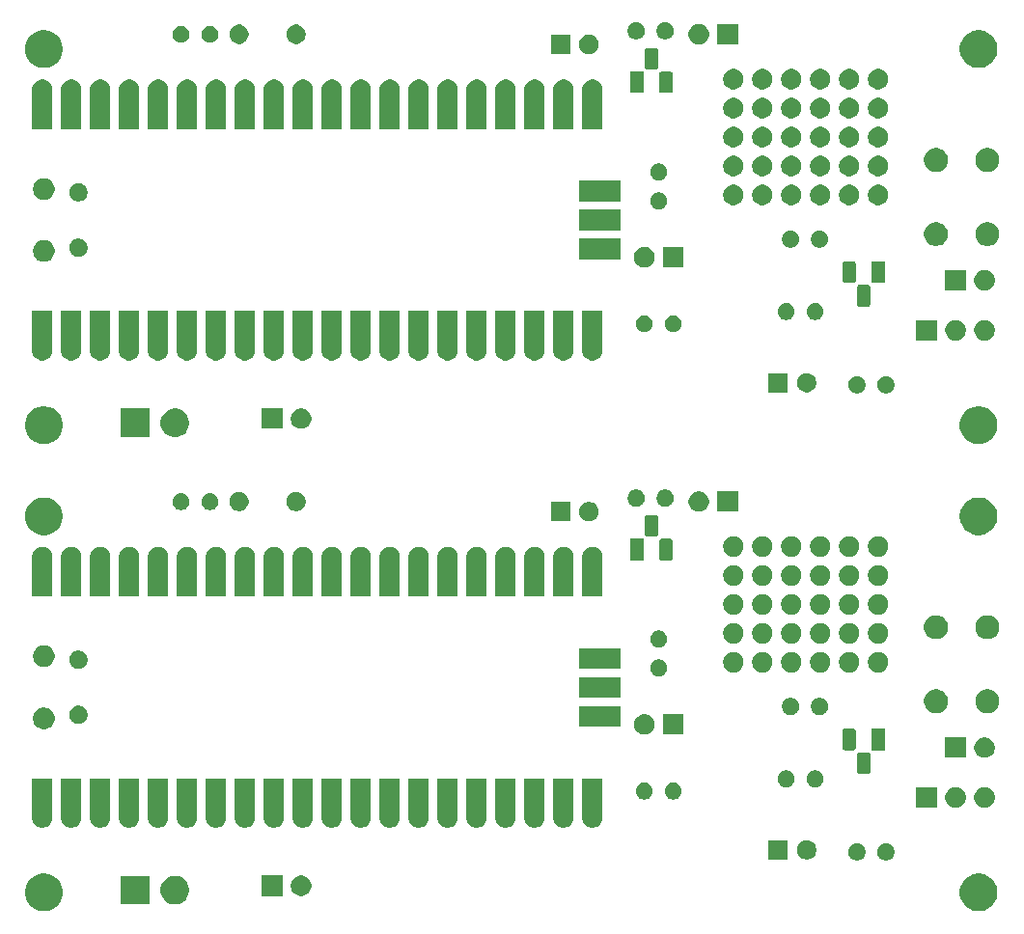
<source format=gbr>
G04 #@! TF.GenerationSoftware,KiCad,Pcbnew,5.1.5+dfsg1-2build2*
G04 #@! TF.CreationDate,2021-11-10T16:28:47-05:00*
G04 #@! TF.ProjectId,,58585858-5858-4585-9858-585858585858,rev?*
G04 #@! TF.SameCoordinates,Original*
G04 #@! TF.FileFunction,Soldermask,Top*
G04 #@! TF.FilePolarity,Negative*
%FSLAX46Y46*%
G04 Gerber Fmt 4.6, Leading zero omitted, Abs format (unit mm)*
G04 Created by KiCad (PCBNEW 5.1.5+dfsg1-2build2) date 2021-11-10 16:28:47*
%MOMM*%
%LPD*%
G04 APERTURE LIST*
%ADD10C,0.100000*%
G04 APERTURE END LIST*
D10*
G36*
X105403856Y-145555598D02*
G01*
X105510179Y-145576747D01*
X105810642Y-145701203D01*
X106081051Y-145881885D01*
X106311015Y-146111849D01*
X106491697Y-146382258D01*
X106616153Y-146682721D01*
X106679600Y-147001691D01*
X106679600Y-147326909D01*
X106616153Y-147645879D01*
X106491697Y-147946342D01*
X106311015Y-148216751D01*
X106081051Y-148446715D01*
X105810642Y-148627397D01*
X105510179Y-148751853D01*
X105403856Y-148773002D01*
X105191211Y-148815300D01*
X104865989Y-148815300D01*
X104653344Y-148773002D01*
X104547021Y-148751853D01*
X104246558Y-148627397D01*
X103976149Y-148446715D01*
X103746185Y-148216751D01*
X103565503Y-147946342D01*
X103441047Y-147645879D01*
X103377600Y-147326909D01*
X103377600Y-147001691D01*
X103441047Y-146682721D01*
X103565503Y-146382258D01*
X103746185Y-146111849D01*
X103976149Y-145881885D01*
X104246558Y-145701203D01*
X104547021Y-145576747D01*
X104653344Y-145555598D01*
X104865989Y-145513300D01*
X105191211Y-145513300D01*
X105403856Y-145555598D01*
G37*
G36*
X187403856Y-145555598D02*
G01*
X187510179Y-145576747D01*
X187810642Y-145701203D01*
X188081051Y-145881885D01*
X188311015Y-146111849D01*
X188491697Y-146382258D01*
X188616153Y-146682721D01*
X188679600Y-147001691D01*
X188679600Y-147326909D01*
X188616153Y-147645879D01*
X188491697Y-147946342D01*
X188311015Y-148216751D01*
X188081051Y-148446715D01*
X187810642Y-148627397D01*
X187510179Y-148751853D01*
X187403856Y-148773002D01*
X187191211Y-148815300D01*
X186865989Y-148815300D01*
X186653344Y-148773002D01*
X186547021Y-148751853D01*
X186246558Y-148627397D01*
X185976149Y-148446715D01*
X185746185Y-148216751D01*
X185565503Y-147946342D01*
X185441047Y-147645879D01*
X185377600Y-147326909D01*
X185377600Y-147001691D01*
X185441047Y-146682721D01*
X185565503Y-146382258D01*
X185746185Y-146111849D01*
X185976149Y-145881885D01*
X186246558Y-145701203D01*
X186547021Y-145576747D01*
X186653344Y-145555598D01*
X186865989Y-145513300D01*
X187191211Y-145513300D01*
X187403856Y-145555598D01*
G37*
G36*
X116893503Y-145761375D02*
G01*
X117121171Y-145855678D01*
X117326066Y-145992585D01*
X117500315Y-146166834D01*
X117637222Y-146371729D01*
X117731525Y-146599397D01*
X117779600Y-146841087D01*
X117779600Y-147087513D01*
X117731525Y-147329203D01*
X117637222Y-147556871D01*
X117500315Y-147761766D01*
X117326066Y-147936015D01*
X117121171Y-148072922D01*
X117121170Y-148072923D01*
X117121169Y-148072923D01*
X116893503Y-148167225D01*
X116651814Y-148215300D01*
X116405386Y-148215300D01*
X116163697Y-148167225D01*
X115936031Y-148072923D01*
X115936030Y-148072923D01*
X115936029Y-148072922D01*
X115731134Y-147936015D01*
X115556885Y-147761766D01*
X115419978Y-147556871D01*
X115325675Y-147329203D01*
X115277600Y-147087513D01*
X115277600Y-146841087D01*
X115325675Y-146599397D01*
X115419978Y-146371729D01*
X115556885Y-146166834D01*
X115731134Y-145992585D01*
X115936029Y-145855678D01*
X116163697Y-145761375D01*
X116405386Y-145713300D01*
X116651814Y-145713300D01*
X116893503Y-145761375D01*
G37*
G36*
X114279600Y-148215300D02*
G01*
X111777600Y-148215300D01*
X111777600Y-145713300D01*
X114279600Y-145713300D01*
X114279600Y-148215300D01*
G37*
G36*
X125957900Y-147488800D02*
G01*
X124155900Y-147488800D01*
X124155900Y-145686800D01*
X125957900Y-145686800D01*
X125957900Y-147488800D01*
G37*
G36*
X127710412Y-145691727D02*
G01*
X127859712Y-145721424D01*
X128023684Y-145789344D01*
X128171254Y-145887947D01*
X128296753Y-146013446D01*
X128395356Y-146161016D01*
X128463276Y-146324988D01*
X128497900Y-146499059D01*
X128497900Y-146676541D01*
X128463276Y-146850612D01*
X128395356Y-147014584D01*
X128296753Y-147162154D01*
X128171254Y-147287653D01*
X128023684Y-147386256D01*
X127859712Y-147454176D01*
X127710412Y-147483873D01*
X127685642Y-147488800D01*
X127508158Y-147488800D01*
X127483388Y-147483873D01*
X127334088Y-147454176D01*
X127170116Y-147386256D01*
X127022546Y-147287653D01*
X126897047Y-147162154D01*
X126798444Y-147014584D01*
X126730524Y-146850612D01*
X126695900Y-146676541D01*
X126695900Y-146499059D01*
X126730524Y-146324988D01*
X126798444Y-146161016D01*
X126897047Y-146013446D01*
X127022546Y-145887947D01*
X127170116Y-145789344D01*
X127334088Y-145721424D01*
X127483388Y-145691727D01*
X127508158Y-145686800D01*
X127685642Y-145686800D01*
X127710412Y-145691727D01*
G37*
G36*
X179123959Y-142893860D02*
G01*
X179260632Y-142950472D01*
X179383635Y-143032660D01*
X179488240Y-143137265D01*
X179570428Y-143260268D01*
X179570429Y-143260270D01*
X179627040Y-143396941D01*
X179651919Y-143522016D01*
X179655900Y-143542033D01*
X179655900Y-143689967D01*
X179627040Y-143835059D01*
X179570428Y-143971732D01*
X179488240Y-144094735D01*
X179383635Y-144199340D01*
X179260632Y-144281528D01*
X179260631Y-144281529D01*
X179260630Y-144281529D01*
X179123959Y-144338140D01*
X178978868Y-144367000D01*
X178830932Y-144367000D01*
X178685841Y-144338140D01*
X178549170Y-144281529D01*
X178549169Y-144281529D01*
X178549168Y-144281528D01*
X178426165Y-144199340D01*
X178321560Y-144094735D01*
X178239372Y-143971732D01*
X178182760Y-143835059D01*
X178153900Y-143689967D01*
X178153900Y-143542033D01*
X178157882Y-143522016D01*
X178182760Y-143396941D01*
X178239371Y-143260270D01*
X178239372Y-143260268D01*
X178321560Y-143137265D01*
X178426165Y-143032660D01*
X178549168Y-142950472D01*
X178685841Y-142893860D01*
X178830932Y-142865000D01*
X178978868Y-142865000D01*
X179123959Y-142893860D01*
G37*
G36*
X176583959Y-142893860D02*
G01*
X176720632Y-142950472D01*
X176843635Y-143032660D01*
X176948240Y-143137265D01*
X177030428Y-143260268D01*
X177030429Y-143260270D01*
X177087040Y-143396941D01*
X177111919Y-143522016D01*
X177115900Y-143542033D01*
X177115900Y-143689967D01*
X177087040Y-143835059D01*
X177030428Y-143971732D01*
X176948240Y-144094735D01*
X176843635Y-144199340D01*
X176720632Y-144281528D01*
X176720631Y-144281529D01*
X176720630Y-144281529D01*
X176583959Y-144338140D01*
X176438868Y-144367000D01*
X176290932Y-144367000D01*
X176145841Y-144338140D01*
X176009170Y-144281529D01*
X176009169Y-144281529D01*
X176009168Y-144281528D01*
X175886165Y-144199340D01*
X175781560Y-144094735D01*
X175699372Y-143971732D01*
X175642760Y-143835059D01*
X175613900Y-143689967D01*
X175613900Y-143542033D01*
X175617882Y-143522016D01*
X175642760Y-143396941D01*
X175699371Y-143260270D01*
X175699372Y-143260268D01*
X175781560Y-143137265D01*
X175886165Y-143032660D01*
X176009168Y-142950472D01*
X176145841Y-142893860D01*
X176290932Y-142865000D01*
X176438868Y-142865000D01*
X176583959Y-142893860D01*
G37*
G36*
X172191628Y-142619903D02*
G01*
X172346500Y-142684053D01*
X172485881Y-142777185D01*
X172604415Y-142895719D01*
X172697547Y-143035100D01*
X172761697Y-143189972D01*
X172794400Y-143354384D01*
X172794400Y-143522016D01*
X172761697Y-143686428D01*
X172697547Y-143841300D01*
X172604415Y-143980681D01*
X172485881Y-144099215D01*
X172346500Y-144192347D01*
X172191628Y-144256497D01*
X172027216Y-144289200D01*
X171859584Y-144289200D01*
X171695172Y-144256497D01*
X171540300Y-144192347D01*
X171400919Y-144099215D01*
X171282385Y-143980681D01*
X171189253Y-143841300D01*
X171125103Y-143686428D01*
X171092400Y-143522016D01*
X171092400Y-143354384D01*
X171125103Y-143189972D01*
X171189253Y-143035100D01*
X171282385Y-142895719D01*
X171400919Y-142777185D01*
X171540300Y-142684053D01*
X171695172Y-142619903D01*
X171859584Y-142587200D01*
X172027216Y-142587200D01*
X172191628Y-142619903D01*
G37*
G36*
X170294400Y-144289200D02*
G01*
X168592400Y-144289200D01*
X168592400Y-142587200D01*
X170294400Y-142587200D01*
X170294400Y-144289200D01*
G37*
G36*
X110879600Y-140791765D02*
G01*
X110879422Y-140791911D01*
X110863877Y-140810853D01*
X110852326Y-140832464D01*
X110845217Y-140855898D01*
X110844976Y-140857112D01*
X110777056Y-141021084D01*
X110678453Y-141168654D01*
X110552954Y-141294153D01*
X110405384Y-141392756D01*
X110241412Y-141460676D01*
X110092112Y-141490373D01*
X110067342Y-141495300D01*
X109889858Y-141495300D01*
X109865088Y-141490373D01*
X109715788Y-141460676D01*
X109551816Y-141392756D01*
X109404246Y-141294153D01*
X109278747Y-141168654D01*
X109180144Y-141021084D01*
X109112224Y-140857112D01*
X109111983Y-140855898D01*
X109104875Y-140832467D01*
X109093325Y-140810856D01*
X109077780Y-140791914D01*
X109077600Y-140791766D01*
X109077600Y-137153300D01*
X110879600Y-137153300D01*
X110879600Y-140791765D01*
G37*
G36*
X148979600Y-140791765D02*
G01*
X148979422Y-140791911D01*
X148963877Y-140810853D01*
X148952326Y-140832464D01*
X148945217Y-140855898D01*
X148944976Y-140857112D01*
X148877056Y-141021084D01*
X148778453Y-141168654D01*
X148652954Y-141294153D01*
X148505384Y-141392756D01*
X148341412Y-141460676D01*
X148192112Y-141490373D01*
X148167342Y-141495300D01*
X147989858Y-141495300D01*
X147965088Y-141490373D01*
X147815788Y-141460676D01*
X147651816Y-141392756D01*
X147504246Y-141294153D01*
X147378747Y-141168654D01*
X147280144Y-141021084D01*
X147212224Y-140857112D01*
X147211983Y-140855898D01*
X147204875Y-140832467D01*
X147193325Y-140810856D01*
X147177780Y-140791914D01*
X147177600Y-140791766D01*
X147177600Y-137153300D01*
X148979600Y-137153300D01*
X148979600Y-140791765D01*
G37*
G36*
X146439600Y-140791765D02*
G01*
X146439422Y-140791911D01*
X146423877Y-140810853D01*
X146412326Y-140832464D01*
X146405217Y-140855898D01*
X146404976Y-140857112D01*
X146337056Y-141021084D01*
X146238453Y-141168654D01*
X146112954Y-141294153D01*
X145965384Y-141392756D01*
X145801412Y-141460676D01*
X145652112Y-141490373D01*
X145627342Y-141495300D01*
X145449858Y-141495300D01*
X145425088Y-141490373D01*
X145275788Y-141460676D01*
X145111816Y-141392756D01*
X144964246Y-141294153D01*
X144838747Y-141168654D01*
X144740144Y-141021084D01*
X144672224Y-140857112D01*
X144671983Y-140855898D01*
X144664875Y-140832467D01*
X144653325Y-140810856D01*
X144637780Y-140791914D01*
X144637600Y-140791766D01*
X144637600Y-137153300D01*
X146439600Y-137153300D01*
X146439600Y-140791765D01*
G37*
G36*
X143899600Y-140791765D02*
G01*
X143899422Y-140791911D01*
X143883877Y-140810853D01*
X143872326Y-140832464D01*
X143865217Y-140855898D01*
X143864976Y-140857112D01*
X143797056Y-141021084D01*
X143698453Y-141168654D01*
X143572954Y-141294153D01*
X143425384Y-141392756D01*
X143261412Y-141460676D01*
X143112112Y-141490373D01*
X143087342Y-141495300D01*
X142909858Y-141495300D01*
X142885088Y-141490373D01*
X142735788Y-141460676D01*
X142571816Y-141392756D01*
X142424246Y-141294153D01*
X142298747Y-141168654D01*
X142200144Y-141021084D01*
X142132224Y-140857112D01*
X142131983Y-140855898D01*
X142124875Y-140832467D01*
X142113325Y-140810856D01*
X142097780Y-140791914D01*
X142097600Y-140791766D01*
X142097600Y-137153300D01*
X143899600Y-137153300D01*
X143899600Y-140791765D01*
G37*
G36*
X141359600Y-140791765D02*
G01*
X141359422Y-140791911D01*
X141343877Y-140810853D01*
X141332326Y-140832464D01*
X141325217Y-140855898D01*
X141324976Y-140857112D01*
X141257056Y-141021084D01*
X141158453Y-141168654D01*
X141032954Y-141294153D01*
X140885384Y-141392756D01*
X140721412Y-141460676D01*
X140572112Y-141490373D01*
X140547342Y-141495300D01*
X140369858Y-141495300D01*
X140345088Y-141490373D01*
X140195788Y-141460676D01*
X140031816Y-141392756D01*
X139884246Y-141294153D01*
X139758747Y-141168654D01*
X139660144Y-141021084D01*
X139592224Y-140857112D01*
X139591983Y-140855898D01*
X139584875Y-140832467D01*
X139573325Y-140810856D01*
X139557780Y-140791914D01*
X139557600Y-140791766D01*
X139557600Y-137153300D01*
X141359600Y-137153300D01*
X141359600Y-140791765D01*
G37*
G36*
X138819600Y-140791765D02*
G01*
X138819422Y-140791911D01*
X138803877Y-140810853D01*
X138792326Y-140832464D01*
X138785217Y-140855898D01*
X138784976Y-140857112D01*
X138717056Y-141021084D01*
X138618453Y-141168654D01*
X138492954Y-141294153D01*
X138345384Y-141392756D01*
X138181412Y-141460676D01*
X138032112Y-141490373D01*
X138007342Y-141495300D01*
X137829858Y-141495300D01*
X137805088Y-141490373D01*
X137655788Y-141460676D01*
X137491816Y-141392756D01*
X137344246Y-141294153D01*
X137218747Y-141168654D01*
X137120144Y-141021084D01*
X137052224Y-140857112D01*
X137051983Y-140855898D01*
X137044875Y-140832467D01*
X137033325Y-140810856D01*
X137017780Y-140791914D01*
X137017600Y-140791766D01*
X137017600Y-137153300D01*
X138819600Y-137153300D01*
X138819600Y-140791765D01*
G37*
G36*
X136279600Y-140791765D02*
G01*
X136279422Y-140791911D01*
X136263877Y-140810853D01*
X136252326Y-140832464D01*
X136245217Y-140855898D01*
X136244976Y-140857112D01*
X136177056Y-141021084D01*
X136078453Y-141168654D01*
X135952954Y-141294153D01*
X135805384Y-141392756D01*
X135641412Y-141460676D01*
X135492112Y-141490373D01*
X135467342Y-141495300D01*
X135289858Y-141495300D01*
X135265088Y-141490373D01*
X135115788Y-141460676D01*
X134951816Y-141392756D01*
X134804246Y-141294153D01*
X134678747Y-141168654D01*
X134580144Y-141021084D01*
X134512224Y-140857112D01*
X134511983Y-140855898D01*
X134504875Y-140832467D01*
X134493325Y-140810856D01*
X134477780Y-140791914D01*
X134477600Y-140791766D01*
X134477600Y-137153300D01*
X136279600Y-137153300D01*
X136279600Y-140791765D01*
G37*
G36*
X154059600Y-140791765D02*
G01*
X154059422Y-140791911D01*
X154043877Y-140810853D01*
X154032326Y-140832464D01*
X154025217Y-140855898D01*
X154024976Y-140857112D01*
X153957056Y-141021084D01*
X153858453Y-141168654D01*
X153732954Y-141294153D01*
X153585384Y-141392756D01*
X153421412Y-141460676D01*
X153272112Y-141490373D01*
X153247342Y-141495300D01*
X153069858Y-141495300D01*
X153045088Y-141490373D01*
X152895788Y-141460676D01*
X152731816Y-141392756D01*
X152584246Y-141294153D01*
X152458747Y-141168654D01*
X152360144Y-141021084D01*
X152292224Y-140857112D01*
X152291983Y-140855898D01*
X152284875Y-140832467D01*
X152273325Y-140810856D01*
X152257780Y-140791914D01*
X152257600Y-140791766D01*
X152257600Y-137153300D01*
X154059600Y-137153300D01*
X154059600Y-140791765D01*
G37*
G36*
X151519600Y-140791765D02*
G01*
X151519422Y-140791911D01*
X151503877Y-140810853D01*
X151492326Y-140832464D01*
X151485217Y-140855898D01*
X151484976Y-140857112D01*
X151417056Y-141021084D01*
X151318453Y-141168654D01*
X151192954Y-141294153D01*
X151045384Y-141392756D01*
X150881412Y-141460676D01*
X150732112Y-141490373D01*
X150707342Y-141495300D01*
X150529858Y-141495300D01*
X150505088Y-141490373D01*
X150355788Y-141460676D01*
X150191816Y-141392756D01*
X150044246Y-141294153D01*
X149918747Y-141168654D01*
X149820144Y-141021084D01*
X149752224Y-140857112D01*
X149751983Y-140855898D01*
X149744875Y-140832467D01*
X149733325Y-140810856D01*
X149717780Y-140791914D01*
X149717600Y-140791766D01*
X149717600Y-137153300D01*
X151519600Y-137153300D01*
X151519600Y-140791765D01*
G37*
G36*
X105799600Y-140791765D02*
G01*
X105799422Y-140791911D01*
X105783877Y-140810853D01*
X105772326Y-140832464D01*
X105765217Y-140855898D01*
X105764976Y-140857112D01*
X105697056Y-141021084D01*
X105598453Y-141168654D01*
X105472954Y-141294153D01*
X105325384Y-141392756D01*
X105161412Y-141460676D01*
X105012112Y-141490373D01*
X104987342Y-141495300D01*
X104809858Y-141495300D01*
X104785088Y-141490373D01*
X104635788Y-141460676D01*
X104471816Y-141392756D01*
X104324246Y-141294153D01*
X104198747Y-141168654D01*
X104100144Y-141021084D01*
X104032224Y-140857112D01*
X104031983Y-140855898D01*
X104024875Y-140832467D01*
X104013325Y-140810856D01*
X103997780Y-140791914D01*
X103997600Y-140791766D01*
X103997600Y-137153300D01*
X105799600Y-137153300D01*
X105799600Y-140791765D01*
G37*
G36*
X108339600Y-140791765D02*
G01*
X108339422Y-140791911D01*
X108323877Y-140810853D01*
X108312326Y-140832464D01*
X108305217Y-140855898D01*
X108304976Y-140857112D01*
X108237056Y-141021084D01*
X108138453Y-141168654D01*
X108012954Y-141294153D01*
X107865384Y-141392756D01*
X107701412Y-141460676D01*
X107552112Y-141490373D01*
X107527342Y-141495300D01*
X107349858Y-141495300D01*
X107325088Y-141490373D01*
X107175788Y-141460676D01*
X107011816Y-141392756D01*
X106864246Y-141294153D01*
X106738747Y-141168654D01*
X106640144Y-141021084D01*
X106572224Y-140857112D01*
X106571983Y-140855898D01*
X106564875Y-140832467D01*
X106553325Y-140810856D01*
X106537780Y-140791914D01*
X106537600Y-140791766D01*
X106537600Y-137153300D01*
X108339600Y-137153300D01*
X108339600Y-140791765D01*
G37*
G36*
X113419600Y-140791765D02*
G01*
X113419422Y-140791911D01*
X113403877Y-140810853D01*
X113392326Y-140832464D01*
X113385217Y-140855898D01*
X113384976Y-140857112D01*
X113317056Y-141021084D01*
X113218453Y-141168654D01*
X113092954Y-141294153D01*
X112945384Y-141392756D01*
X112781412Y-141460676D01*
X112632112Y-141490373D01*
X112607342Y-141495300D01*
X112429858Y-141495300D01*
X112405088Y-141490373D01*
X112255788Y-141460676D01*
X112091816Y-141392756D01*
X111944246Y-141294153D01*
X111818747Y-141168654D01*
X111720144Y-141021084D01*
X111652224Y-140857112D01*
X111651983Y-140855898D01*
X111644875Y-140832467D01*
X111633325Y-140810856D01*
X111617780Y-140791914D01*
X111617600Y-140791766D01*
X111617600Y-137153300D01*
X113419600Y-137153300D01*
X113419600Y-140791765D01*
G37*
G36*
X115959600Y-140791765D02*
G01*
X115959422Y-140791911D01*
X115943877Y-140810853D01*
X115932326Y-140832464D01*
X115925217Y-140855898D01*
X115924976Y-140857112D01*
X115857056Y-141021084D01*
X115758453Y-141168654D01*
X115632954Y-141294153D01*
X115485384Y-141392756D01*
X115321412Y-141460676D01*
X115172112Y-141490373D01*
X115147342Y-141495300D01*
X114969858Y-141495300D01*
X114945088Y-141490373D01*
X114795788Y-141460676D01*
X114631816Y-141392756D01*
X114484246Y-141294153D01*
X114358747Y-141168654D01*
X114260144Y-141021084D01*
X114192224Y-140857112D01*
X114191983Y-140855898D01*
X114184875Y-140832467D01*
X114173325Y-140810856D01*
X114157780Y-140791914D01*
X114157600Y-140791766D01*
X114157600Y-137153300D01*
X115959600Y-137153300D01*
X115959600Y-140791765D01*
G37*
G36*
X118499600Y-140791765D02*
G01*
X118499422Y-140791911D01*
X118483877Y-140810853D01*
X118472326Y-140832464D01*
X118465217Y-140855898D01*
X118464976Y-140857112D01*
X118397056Y-141021084D01*
X118298453Y-141168654D01*
X118172954Y-141294153D01*
X118025384Y-141392756D01*
X117861412Y-141460676D01*
X117712112Y-141490373D01*
X117687342Y-141495300D01*
X117509858Y-141495300D01*
X117485088Y-141490373D01*
X117335788Y-141460676D01*
X117171816Y-141392756D01*
X117024246Y-141294153D01*
X116898747Y-141168654D01*
X116800144Y-141021084D01*
X116732224Y-140857112D01*
X116731983Y-140855898D01*
X116724875Y-140832467D01*
X116713325Y-140810856D01*
X116697780Y-140791914D01*
X116697600Y-140791766D01*
X116697600Y-137153300D01*
X118499600Y-137153300D01*
X118499600Y-140791765D01*
G37*
G36*
X121039600Y-140791765D02*
G01*
X121039422Y-140791911D01*
X121023877Y-140810853D01*
X121012326Y-140832464D01*
X121005217Y-140855898D01*
X121004976Y-140857112D01*
X120937056Y-141021084D01*
X120838453Y-141168654D01*
X120712954Y-141294153D01*
X120565384Y-141392756D01*
X120401412Y-141460676D01*
X120252112Y-141490373D01*
X120227342Y-141495300D01*
X120049858Y-141495300D01*
X120025088Y-141490373D01*
X119875788Y-141460676D01*
X119711816Y-141392756D01*
X119564246Y-141294153D01*
X119438747Y-141168654D01*
X119340144Y-141021084D01*
X119272224Y-140857112D01*
X119271983Y-140855898D01*
X119264875Y-140832467D01*
X119253325Y-140810856D01*
X119237780Y-140791914D01*
X119237600Y-140791766D01*
X119237600Y-137153300D01*
X121039600Y-137153300D01*
X121039600Y-140791765D01*
G37*
G36*
X123579600Y-140791765D02*
G01*
X123579422Y-140791911D01*
X123563877Y-140810853D01*
X123552326Y-140832464D01*
X123545217Y-140855898D01*
X123544976Y-140857112D01*
X123477056Y-141021084D01*
X123378453Y-141168654D01*
X123252954Y-141294153D01*
X123105384Y-141392756D01*
X122941412Y-141460676D01*
X122792112Y-141490373D01*
X122767342Y-141495300D01*
X122589858Y-141495300D01*
X122565088Y-141490373D01*
X122415788Y-141460676D01*
X122251816Y-141392756D01*
X122104246Y-141294153D01*
X121978747Y-141168654D01*
X121880144Y-141021084D01*
X121812224Y-140857112D01*
X121811983Y-140855898D01*
X121804875Y-140832467D01*
X121793325Y-140810856D01*
X121777780Y-140791914D01*
X121777600Y-140791766D01*
X121777600Y-137153300D01*
X123579600Y-137153300D01*
X123579600Y-140791765D01*
G37*
G36*
X126119600Y-140791765D02*
G01*
X126119422Y-140791911D01*
X126103877Y-140810853D01*
X126092326Y-140832464D01*
X126085217Y-140855898D01*
X126084976Y-140857112D01*
X126017056Y-141021084D01*
X125918453Y-141168654D01*
X125792954Y-141294153D01*
X125645384Y-141392756D01*
X125481412Y-141460676D01*
X125332112Y-141490373D01*
X125307342Y-141495300D01*
X125129858Y-141495300D01*
X125105088Y-141490373D01*
X124955788Y-141460676D01*
X124791816Y-141392756D01*
X124644246Y-141294153D01*
X124518747Y-141168654D01*
X124420144Y-141021084D01*
X124352224Y-140857112D01*
X124351983Y-140855898D01*
X124344875Y-140832467D01*
X124333325Y-140810856D01*
X124317780Y-140791914D01*
X124317600Y-140791766D01*
X124317600Y-137153300D01*
X126119600Y-137153300D01*
X126119600Y-140791765D01*
G37*
G36*
X128659600Y-140791765D02*
G01*
X128659422Y-140791911D01*
X128643877Y-140810853D01*
X128632326Y-140832464D01*
X128625217Y-140855898D01*
X128624976Y-140857112D01*
X128557056Y-141021084D01*
X128458453Y-141168654D01*
X128332954Y-141294153D01*
X128185384Y-141392756D01*
X128021412Y-141460676D01*
X127872112Y-141490373D01*
X127847342Y-141495300D01*
X127669858Y-141495300D01*
X127645088Y-141490373D01*
X127495788Y-141460676D01*
X127331816Y-141392756D01*
X127184246Y-141294153D01*
X127058747Y-141168654D01*
X126960144Y-141021084D01*
X126892224Y-140857112D01*
X126891983Y-140855898D01*
X126884875Y-140832467D01*
X126873325Y-140810856D01*
X126857780Y-140791914D01*
X126857600Y-140791766D01*
X126857600Y-137153300D01*
X128659600Y-137153300D01*
X128659600Y-140791765D01*
G37*
G36*
X133739600Y-140791765D02*
G01*
X133739422Y-140791911D01*
X133723877Y-140810853D01*
X133712326Y-140832464D01*
X133705217Y-140855898D01*
X133704976Y-140857112D01*
X133637056Y-141021084D01*
X133538453Y-141168654D01*
X133412954Y-141294153D01*
X133265384Y-141392756D01*
X133101412Y-141460676D01*
X132952112Y-141490373D01*
X132927342Y-141495300D01*
X132749858Y-141495300D01*
X132725088Y-141490373D01*
X132575788Y-141460676D01*
X132411816Y-141392756D01*
X132264246Y-141294153D01*
X132138747Y-141168654D01*
X132040144Y-141021084D01*
X131972224Y-140857112D01*
X131971983Y-140855898D01*
X131964875Y-140832467D01*
X131953325Y-140810856D01*
X131937780Y-140791914D01*
X131937600Y-140791766D01*
X131937600Y-137153300D01*
X133739600Y-137153300D01*
X133739600Y-140791765D01*
G37*
G36*
X131199600Y-140791765D02*
G01*
X131199422Y-140791911D01*
X131183877Y-140810853D01*
X131172326Y-140832464D01*
X131165217Y-140855898D01*
X131164976Y-140857112D01*
X131097056Y-141021084D01*
X130998453Y-141168654D01*
X130872954Y-141294153D01*
X130725384Y-141392756D01*
X130561412Y-141460676D01*
X130412112Y-141490373D01*
X130387342Y-141495300D01*
X130209858Y-141495300D01*
X130185088Y-141490373D01*
X130035788Y-141460676D01*
X129871816Y-141392756D01*
X129724246Y-141294153D01*
X129598747Y-141168654D01*
X129500144Y-141021084D01*
X129432224Y-140857112D01*
X129431983Y-140855898D01*
X129424875Y-140832467D01*
X129413325Y-140810856D01*
X129397780Y-140791914D01*
X129397600Y-140791766D01*
X129397600Y-137153300D01*
X131199600Y-137153300D01*
X131199600Y-140791765D01*
G37*
G36*
X183374600Y-139741800D02*
G01*
X181572600Y-139741800D01*
X181572600Y-137939800D01*
X183374600Y-137939800D01*
X183374600Y-139741800D01*
G37*
G36*
X185127112Y-137944727D02*
G01*
X185276412Y-137974424D01*
X185440384Y-138042344D01*
X185587954Y-138140947D01*
X185713453Y-138266446D01*
X185812056Y-138414016D01*
X185879976Y-138577988D01*
X185909673Y-138727288D01*
X185914600Y-138752058D01*
X185914600Y-138929542D01*
X185913548Y-138934829D01*
X185879976Y-139103612D01*
X185812056Y-139267584D01*
X185713453Y-139415154D01*
X185587954Y-139540653D01*
X185440384Y-139639256D01*
X185276412Y-139707176D01*
X185127112Y-139736873D01*
X185102342Y-139741800D01*
X184924858Y-139741800D01*
X184900088Y-139736873D01*
X184750788Y-139707176D01*
X184586816Y-139639256D01*
X184439246Y-139540653D01*
X184313747Y-139415154D01*
X184215144Y-139267584D01*
X184147224Y-139103612D01*
X184113652Y-138934829D01*
X184112600Y-138929542D01*
X184112600Y-138752058D01*
X184117527Y-138727288D01*
X184147224Y-138577988D01*
X184215144Y-138414016D01*
X184313747Y-138266446D01*
X184439246Y-138140947D01*
X184586816Y-138042344D01*
X184750788Y-137974424D01*
X184900088Y-137944727D01*
X184924858Y-137939800D01*
X185102342Y-137939800D01*
X185127112Y-137944727D01*
G37*
G36*
X187667112Y-137944727D02*
G01*
X187816412Y-137974424D01*
X187980384Y-138042344D01*
X188127954Y-138140947D01*
X188253453Y-138266446D01*
X188352056Y-138414016D01*
X188419976Y-138577988D01*
X188449673Y-138727288D01*
X188454600Y-138752058D01*
X188454600Y-138929542D01*
X188453548Y-138934829D01*
X188419976Y-139103612D01*
X188352056Y-139267584D01*
X188253453Y-139415154D01*
X188127954Y-139540653D01*
X187980384Y-139639256D01*
X187816412Y-139707176D01*
X187667112Y-139736873D01*
X187642342Y-139741800D01*
X187464858Y-139741800D01*
X187440088Y-139736873D01*
X187290788Y-139707176D01*
X187126816Y-139639256D01*
X186979246Y-139540653D01*
X186853747Y-139415154D01*
X186755144Y-139267584D01*
X186687224Y-139103612D01*
X186653652Y-138934829D01*
X186652600Y-138929542D01*
X186652600Y-138752058D01*
X186657527Y-138727288D01*
X186687224Y-138577988D01*
X186755144Y-138414016D01*
X186853747Y-138266446D01*
X186979246Y-138140947D01*
X187126816Y-138042344D01*
X187290788Y-137974424D01*
X187440088Y-137944727D01*
X187464858Y-137939800D01*
X187642342Y-137939800D01*
X187667112Y-137944727D01*
G37*
G36*
X157919464Y-137545530D02*
G01*
X157927659Y-137547160D01*
X158064332Y-137603772D01*
X158187335Y-137685960D01*
X158291940Y-137790565D01*
X158335213Y-137855328D01*
X158374129Y-137913570D01*
X158430740Y-138050241D01*
X158459600Y-138195332D01*
X158459600Y-138343268D01*
X158445527Y-138414018D01*
X158430740Y-138488359D01*
X158374128Y-138625032D01*
X158291940Y-138748035D01*
X158187335Y-138852640D01*
X158064332Y-138934828D01*
X158064331Y-138934829D01*
X158064330Y-138934829D01*
X157927659Y-138991440D01*
X157782568Y-139020300D01*
X157634632Y-139020300D01*
X157489541Y-138991440D01*
X157352870Y-138934829D01*
X157352869Y-138934829D01*
X157352868Y-138934828D01*
X157229865Y-138852640D01*
X157125260Y-138748035D01*
X157043072Y-138625032D01*
X156986460Y-138488359D01*
X156971673Y-138414018D01*
X156957600Y-138343268D01*
X156957600Y-138195332D01*
X156986460Y-138050241D01*
X157043071Y-137913570D01*
X157081987Y-137855328D01*
X157125260Y-137790565D01*
X157229865Y-137685960D01*
X157352868Y-137603772D01*
X157489541Y-137547160D01*
X157497736Y-137545530D01*
X157634632Y-137518300D01*
X157782568Y-137518300D01*
X157919464Y-137545530D01*
G37*
G36*
X160459464Y-137545530D02*
G01*
X160467659Y-137547160D01*
X160604332Y-137603772D01*
X160727335Y-137685960D01*
X160831940Y-137790565D01*
X160875213Y-137855328D01*
X160914129Y-137913570D01*
X160970740Y-138050241D01*
X160999600Y-138195332D01*
X160999600Y-138343268D01*
X160985527Y-138414018D01*
X160970740Y-138488359D01*
X160914128Y-138625032D01*
X160831940Y-138748035D01*
X160727335Y-138852640D01*
X160604332Y-138934828D01*
X160604331Y-138934829D01*
X160604330Y-138934829D01*
X160467659Y-138991440D01*
X160322568Y-139020300D01*
X160174632Y-139020300D01*
X160029541Y-138991440D01*
X159892870Y-138934829D01*
X159892869Y-138934829D01*
X159892868Y-138934828D01*
X159769865Y-138852640D01*
X159665260Y-138748035D01*
X159583072Y-138625032D01*
X159526460Y-138488359D01*
X159511673Y-138414018D01*
X159497600Y-138343268D01*
X159497600Y-138195332D01*
X159526460Y-138050241D01*
X159583071Y-137913570D01*
X159621987Y-137855328D01*
X159665260Y-137790565D01*
X159769865Y-137685960D01*
X159892868Y-137603772D01*
X160029541Y-137547160D01*
X160037736Y-137545530D01*
X160174632Y-137518300D01*
X160322568Y-137518300D01*
X160459464Y-137545530D01*
G37*
G36*
X170373659Y-136467660D02*
G01*
X170496784Y-136518660D01*
X170510332Y-136524272D01*
X170633335Y-136606460D01*
X170737940Y-136711065D01*
X170820128Y-136834068D01*
X170876740Y-136970741D01*
X170905600Y-137115833D01*
X170905600Y-137263767D01*
X170876740Y-137408859D01*
X170820128Y-137545532D01*
X170737940Y-137668535D01*
X170633335Y-137773140D01*
X170510332Y-137855328D01*
X170510331Y-137855329D01*
X170510330Y-137855329D01*
X170373659Y-137911940D01*
X170228568Y-137940800D01*
X170080632Y-137940800D01*
X169935541Y-137911940D01*
X169798870Y-137855329D01*
X169798869Y-137855329D01*
X169798868Y-137855328D01*
X169675865Y-137773140D01*
X169571260Y-137668535D01*
X169489072Y-137545532D01*
X169432460Y-137408859D01*
X169403600Y-137263767D01*
X169403600Y-137115833D01*
X169432460Y-136970741D01*
X169489072Y-136834068D01*
X169571260Y-136711065D01*
X169675865Y-136606460D01*
X169798868Y-136524272D01*
X169812417Y-136518660D01*
X169935541Y-136467660D01*
X170080632Y-136438800D01*
X170228568Y-136438800D01*
X170373659Y-136467660D01*
G37*
G36*
X172913659Y-136467660D02*
G01*
X173036784Y-136518660D01*
X173050332Y-136524272D01*
X173173335Y-136606460D01*
X173277940Y-136711065D01*
X173360128Y-136834068D01*
X173416740Y-136970741D01*
X173445600Y-137115833D01*
X173445600Y-137263767D01*
X173416740Y-137408859D01*
X173360128Y-137545532D01*
X173277940Y-137668535D01*
X173173335Y-137773140D01*
X173050332Y-137855328D01*
X173050331Y-137855329D01*
X173050330Y-137855329D01*
X172913659Y-137911940D01*
X172768568Y-137940800D01*
X172620632Y-137940800D01*
X172475541Y-137911940D01*
X172338870Y-137855329D01*
X172338869Y-137855329D01*
X172338868Y-137855328D01*
X172215865Y-137773140D01*
X172111260Y-137668535D01*
X172029072Y-137545532D01*
X171972460Y-137408859D01*
X171943600Y-137263767D01*
X171943600Y-137115833D01*
X171972460Y-136970741D01*
X172029072Y-136834068D01*
X172111260Y-136711065D01*
X172215865Y-136606460D01*
X172338868Y-136524272D01*
X172352417Y-136518660D01*
X172475541Y-136467660D01*
X172620632Y-136438800D01*
X172768568Y-136438800D01*
X172913659Y-136467660D01*
G37*
G36*
X177358415Y-134865966D02*
G01*
X177402947Y-134879475D01*
X177434177Y-134896168D01*
X177448780Y-134902217D01*
X177459844Y-134914424D01*
X177479964Y-134930936D01*
X177509485Y-134966908D01*
X177531426Y-135007957D01*
X177544934Y-135052485D01*
X177550100Y-135104940D01*
X177550100Y-136518660D01*
X177544934Y-136571115D01*
X177531426Y-136615643D01*
X177509485Y-136656692D01*
X177479964Y-136692664D01*
X177443992Y-136722185D01*
X177402943Y-136744126D01*
X177358415Y-136757634D01*
X177305960Y-136762800D01*
X176592240Y-136762800D01*
X176539785Y-136757634D01*
X176495257Y-136744126D01*
X176454208Y-136722185D01*
X176418236Y-136692664D01*
X176388715Y-136656692D01*
X176366774Y-136615643D01*
X176353266Y-136571115D01*
X176348100Y-136518660D01*
X176348100Y-135104940D01*
X176353266Y-135052485D01*
X176366774Y-135007957D01*
X176388715Y-134966908D01*
X176418236Y-134930936D01*
X176454208Y-134901415D01*
X176495257Y-134879474D01*
X176539785Y-134865966D01*
X176592240Y-134860800D01*
X177305960Y-134860800D01*
X177358415Y-134865966D01*
G37*
G36*
X187667112Y-133563227D02*
G01*
X187816412Y-133592924D01*
X187980384Y-133660844D01*
X188127954Y-133759447D01*
X188253453Y-133884946D01*
X188352056Y-134032516D01*
X188419976Y-134196488D01*
X188454600Y-134370559D01*
X188454600Y-134548041D01*
X188419976Y-134722112D01*
X188352056Y-134886084D01*
X188253453Y-135033654D01*
X188127954Y-135159153D01*
X187980384Y-135257756D01*
X187816412Y-135325676D01*
X187667112Y-135355373D01*
X187642342Y-135360300D01*
X187464858Y-135360300D01*
X187440088Y-135355373D01*
X187290788Y-135325676D01*
X187126816Y-135257756D01*
X186979246Y-135159153D01*
X186853747Y-135033654D01*
X186755144Y-134886084D01*
X186687224Y-134722112D01*
X186652600Y-134548041D01*
X186652600Y-134370559D01*
X186687224Y-134196488D01*
X186755144Y-134032516D01*
X186853747Y-133884946D01*
X186979246Y-133759447D01*
X187126816Y-133660844D01*
X187290788Y-133592924D01*
X187440088Y-133563227D01*
X187464858Y-133558300D01*
X187642342Y-133558300D01*
X187667112Y-133563227D01*
G37*
G36*
X185914600Y-135360300D02*
G01*
X184112600Y-135360300D01*
X184112600Y-133558300D01*
X185914600Y-133558300D01*
X185914600Y-135360300D01*
G37*
G36*
X178820100Y-134692800D02*
G01*
X177618100Y-134692800D01*
X177618100Y-132790800D01*
X178820100Y-132790800D01*
X178820100Y-134692800D01*
G37*
G36*
X176088415Y-132795966D02*
G01*
X176132943Y-132809474D01*
X176173992Y-132831415D01*
X176209964Y-132860936D01*
X176239485Y-132896908D01*
X176261426Y-132937957D01*
X176274934Y-132982485D01*
X176280100Y-133034940D01*
X176280100Y-134448660D01*
X176274934Y-134501115D01*
X176261426Y-134545643D01*
X176239485Y-134586692D01*
X176209964Y-134622664D01*
X176173992Y-134652185D01*
X176132943Y-134674126D01*
X176088415Y-134687634D01*
X176035960Y-134692800D01*
X175322240Y-134692800D01*
X175269785Y-134687634D01*
X175225257Y-134674126D01*
X175184208Y-134652185D01*
X175148236Y-134622664D01*
X175118715Y-134586692D01*
X175096774Y-134545643D01*
X175083266Y-134501115D01*
X175078100Y-134448660D01*
X175078100Y-133034940D01*
X175083266Y-132982485D01*
X175096774Y-132937957D01*
X175118715Y-132896908D01*
X175148236Y-132860936D01*
X175184208Y-132831415D01*
X175225257Y-132809474D01*
X175269785Y-132795966D01*
X175322240Y-132790800D01*
X176035960Y-132790800D01*
X176088415Y-132795966D01*
G37*
G36*
X161149600Y-133328300D02*
G01*
X159347600Y-133328300D01*
X159347600Y-131526300D01*
X161149600Y-131526300D01*
X161149600Y-133328300D01*
G37*
G36*
X157822112Y-131531227D02*
G01*
X157971412Y-131560924D01*
X158135384Y-131628844D01*
X158282954Y-131727447D01*
X158408453Y-131852946D01*
X158507056Y-132000516D01*
X158574976Y-132164488D01*
X158609600Y-132338559D01*
X158609600Y-132516041D01*
X158574976Y-132690112D01*
X158507056Y-132854084D01*
X158408453Y-133001654D01*
X158282954Y-133127153D01*
X158135384Y-133225756D01*
X157971412Y-133293676D01*
X157822112Y-133323373D01*
X157797342Y-133328300D01*
X157619858Y-133328300D01*
X157595088Y-133323373D01*
X157445788Y-133293676D01*
X157281816Y-133225756D01*
X157134246Y-133127153D01*
X157008747Y-133001654D01*
X156910144Y-132854084D01*
X156842224Y-132690112D01*
X156807600Y-132516041D01*
X156807600Y-132338559D01*
X156842224Y-132164488D01*
X156910144Y-132000516D01*
X157008747Y-131852946D01*
X157134246Y-131727447D01*
X157281816Y-131628844D01*
X157445788Y-131560924D01*
X157595088Y-131531227D01*
X157619858Y-131526300D01*
X157797342Y-131526300D01*
X157822112Y-131531227D01*
G37*
G36*
X105305995Y-130974846D02*
G01*
X105479066Y-131046534D01*
X105507111Y-131065273D01*
X105634827Y-131150610D01*
X105767290Y-131283073D01*
X105819681Y-131361482D01*
X105871366Y-131438834D01*
X105943054Y-131611905D01*
X105979600Y-131795633D01*
X105979600Y-131982967D01*
X105943054Y-132166695D01*
X105871366Y-132339766D01*
X105871365Y-132339767D01*
X105767290Y-132495527D01*
X105634827Y-132627990D01*
X105556418Y-132680381D01*
X105479066Y-132732066D01*
X105305995Y-132803754D01*
X105122267Y-132840300D01*
X104934933Y-132840300D01*
X104751205Y-132803754D01*
X104578134Y-132732066D01*
X104500782Y-132680381D01*
X104422373Y-132627990D01*
X104289910Y-132495527D01*
X104185835Y-132339767D01*
X104185834Y-132339766D01*
X104114146Y-132166695D01*
X104077600Y-131982967D01*
X104077600Y-131795633D01*
X104114146Y-131611905D01*
X104185834Y-131438834D01*
X104237519Y-131361482D01*
X104289910Y-131283073D01*
X104422373Y-131150610D01*
X104550089Y-131065273D01*
X104578134Y-131046534D01*
X104751205Y-130974846D01*
X104934933Y-130938300D01*
X105122267Y-130938300D01*
X105305995Y-130974846D01*
G37*
G36*
X155629600Y-132605300D02*
G01*
X152027600Y-132605300D01*
X152027600Y-130803300D01*
X155629600Y-130803300D01*
X155629600Y-132605300D01*
G37*
G36*
X108292242Y-130819081D02*
G01*
X108438014Y-130879462D01*
X108438016Y-130879463D01*
X108569208Y-130967122D01*
X108680778Y-131078692D01*
X108758846Y-131195530D01*
X108768438Y-131209886D01*
X108828819Y-131355658D01*
X108859600Y-131510407D01*
X108859600Y-131668193D01*
X108828819Y-131822942D01*
X108768438Y-131968714D01*
X108768437Y-131968716D01*
X108680778Y-132099908D01*
X108569208Y-132211478D01*
X108438016Y-132299137D01*
X108438015Y-132299138D01*
X108438014Y-132299138D01*
X108292242Y-132359519D01*
X108137493Y-132390300D01*
X107979707Y-132390300D01*
X107824958Y-132359519D01*
X107679186Y-132299138D01*
X107679185Y-132299138D01*
X107679184Y-132299137D01*
X107547992Y-132211478D01*
X107436422Y-132099908D01*
X107348763Y-131968716D01*
X107348762Y-131968714D01*
X107288381Y-131822942D01*
X107257600Y-131668193D01*
X107257600Y-131510407D01*
X107288381Y-131355658D01*
X107348762Y-131209886D01*
X107358354Y-131195530D01*
X107436422Y-131078692D01*
X107547992Y-130967122D01*
X107679184Y-130879463D01*
X107679186Y-130879462D01*
X107824958Y-130819081D01*
X107979707Y-130788300D01*
X108137493Y-130788300D01*
X108292242Y-130819081D01*
G37*
G36*
X170754659Y-130117660D02*
G01*
X170891332Y-130174272D01*
X171014335Y-130256460D01*
X171118940Y-130361065D01*
X171201128Y-130484068D01*
X171257740Y-130620741D01*
X171286600Y-130765833D01*
X171286600Y-130913767D01*
X171257740Y-131058859D01*
X171201128Y-131195532D01*
X171118940Y-131318535D01*
X171014335Y-131423140D01*
X170891332Y-131505328D01*
X170891331Y-131505329D01*
X170891330Y-131505329D01*
X170754659Y-131561940D01*
X170609568Y-131590800D01*
X170461632Y-131590800D01*
X170316541Y-131561940D01*
X170179870Y-131505329D01*
X170179869Y-131505329D01*
X170179868Y-131505328D01*
X170056865Y-131423140D01*
X169952260Y-131318535D01*
X169870072Y-131195532D01*
X169813460Y-131058859D01*
X169784600Y-130913767D01*
X169784600Y-130765833D01*
X169813460Y-130620741D01*
X169870072Y-130484068D01*
X169952260Y-130361065D01*
X170056865Y-130256460D01*
X170179868Y-130174272D01*
X170316541Y-130117660D01*
X170461632Y-130088800D01*
X170609568Y-130088800D01*
X170754659Y-130117660D01*
G37*
G36*
X173294659Y-130117660D02*
G01*
X173431332Y-130174272D01*
X173554335Y-130256460D01*
X173658940Y-130361065D01*
X173741128Y-130484068D01*
X173797740Y-130620741D01*
X173826600Y-130765833D01*
X173826600Y-130913767D01*
X173797740Y-131058859D01*
X173741128Y-131195532D01*
X173658940Y-131318535D01*
X173554335Y-131423140D01*
X173431332Y-131505328D01*
X173431331Y-131505329D01*
X173431330Y-131505329D01*
X173294659Y-131561940D01*
X173149568Y-131590800D01*
X173001632Y-131590800D01*
X172856541Y-131561940D01*
X172719870Y-131505329D01*
X172719869Y-131505329D01*
X172719868Y-131505328D01*
X172596865Y-131423140D01*
X172492260Y-131318535D01*
X172410072Y-131195532D01*
X172353460Y-131058859D01*
X172324600Y-130913767D01*
X172324600Y-130765833D01*
X172353460Y-130620741D01*
X172410072Y-130484068D01*
X172492260Y-130361065D01*
X172596865Y-130256460D01*
X172719868Y-130174272D01*
X172856541Y-130117660D01*
X173001632Y-130088800D01*
X173149568Y-130088800D01*
X173294659Y-130117660D01*
G37*
G36*
X183605664Y-129384689D02*
G01*
X183796933Y-129463915D01*
X183796935Y-129463916D01*
X183969073Y-129578935D01*
X184115465Y-129725327D01*
X184230485Y-129897467D01*
X184309711Y-130088736D01*
X184350100Y-130291784D01*
X184350100Y-130498816D01*
X184309711Y-130701864D01*
X184236147Y-130879463D01*
X184230484Y-130893135D01*
X184115465Y-131065273D01*
X183969073Y-131211665D01*
X183796935Y-131326684D01*
X183796934Y-131326685D01*
X183796933Y-131326685D01*
X183605664Y-131405911D01*
X183402616Y-131446300D01*
X183195584Y-131446300D01*
X182992536Y-131405911D01*
X182801267Y-131326685D01*
X182801266Y-131326685D01*
X182801265Y-131326684D01*
X182629127Y-131211665D01*
X182482735Y-131065273D01*
X182367716Y-130893135D01*
X182362053Y-130879463D01*
X182288489Y-130701864D01*
X182248100Y-130498816D01*
X182248100Y-130291784D01*
X182288489Y-130088736D01*
X182367715Y-129897467D01*
X182482735Y-129725327D01*
X182629127Y-129578935D01*
X182801265Y-129463916D01*
X182801267Y-129463915D01*
X182992536Y-129384689D01*
X183195584Y-129344300D01*
X183402616Y-129344300D01*
X183605664Y-129384689D01*
G37*
G36*
X188105664Y-129384689D02*
G01*
X188296933Y-129463915D01*
X188296935Y-129463916D01*
X188469073Y-129578935D01*
X188615465Y-129725327D01*
X188730485Y-129897467D01*
X188809711Y-130088736D01*
X188850100Y-130291784D01*
X188850100Y-130498816D01*
X188809711Y-130701864D01*
X188736147Y-130879463D01*
X188730484Y-130893135D01*
X188615465Y-131065273D01*
X188469073Y-131211665D01*
X188296935Y-131326684D01*
X188296934Y-131326685D01*
X188296933Y-131326685D01*
X188105664Y-131405911D01*
X187902616Y-131446300D01*
X187695584Y-131446300D01*
X187492536Y-131405911D01*
X187301267Y-131326685D01*
X187301266Y-131326685D01*
X187301265Y-131326684D01*
X187129127Y-131211665D01*
X186982735Y-131065273D01*
X186867716Y-130893135D01*
X186862053Y-130879463D01*
X186788489Y-130701864D01*
X186748100Y-130498816D01*
X186748100Y-130291784D01*
X186788489Y-130088736D01*
X186867715Y-129897467D01*
X186982735Y-129725327D01*
X187129127Y-129578935D01*
X187301265Y-129463916D01*
X187301267Y-129463915D01*
X187492536Y-129384689D01*
X187695584Y-129344300D01*
X187902616Y-129344300D01*
X188105664Y-129384689D01*
G37*
G36*
X155629600Y-130065300D02*
G01*
X152027600Y-130065300D01*
X152027600Y-128263300D01*
X155629600Y-128263300D01*
X155629600Y-130065300D01*
G37*
G36*
X159197659Y-126752160D02*
G01*
X159334332Y-126808772D01*
X159457335Y-126890960D01*
X159561940Y-126995565D01*
X159601681Y-127055042D01*
X159644129Y-127118570D01*
X159700740Y-127255241D01*
X159729600Y-127400332D01*
X159729600Y-127548268D01*
X159700740Y-127693359D01*
X159644128Y-127830032D01*
X159561940Y-127953035D01*
X159457335Y-128057640D01*
X159334332Y-128139828D01*
X159334331Y-128139829D01*
X159334330Y-128139829D01*
X159197659Y-128196440D01*
X159052568Y-128225300D01*
X158904632Y-128225300D01*
X158759541Y-128196440D01*
X158622870Y-128139829D01*
X158622869Y-128139829D01*
X158622868Y-128139828D01*
X158499865Y-128057640D01*
X158395260Y-127953035D01*
X158313072Y-127830032D01*
X158256460Y-127693359D01*
X158227600Y-127548268D01*
X158227600Y-127400332D01*
X158256460Y-127255241D01*
X158313071Y-127118570D01*
X158355519Y-127055042D01*
X158395260Y-126995565D01*
X158499865Y-126890960D01*
X158622868Y-126808772D01*
X158759541Y-126752160D01*
X158904632Y-126723300D01*
X159052568Y-126723300D01*
X159197659Y-126752160D01*
G37*
G36*
X168172612Y-126070227D02*
G01*
X168321912Y-126099924D01*
X168485884Y-126167844D01*
X168633454Y-126266447D01*
X168758953Y-126391946D01*
X168857556Y-126539516D01*
X168925476Y-126703488D01*
X168960100Y-126877559D01*
X168960100Y-127055041D01*
X168925476Y-127229112D01*
X168857556Y-127393084D01*
X168758953Y-127540654D01*
X168633454Y-127666153D01*
X168485884Y-127764756D01*
X168321912Y-127832676D01*
X168172612Y-127862373D01*
X168147842Y-127867300D01*
X167970358Y-127867300D01*
X167945588Y-127862373D01*
X167796288Y-127832676D01*
X167632316Y-127764756D01*
X167484746Y-127666153D01*
X167359247Y-127540654D01*
X167260644Y-127393084D01*
X167192724Y-127229112D01*
X167158100Y-127055041D01*
X167158100Y-126877559D01*
X167192724Y-126703488D01*
X167260644Y-126539516D01*
X167359247Y-126391946D01*
X167484746Y-126266447D01*
X167632316Y-126167844D01*
X167796288Y-126099924D01*
X167945588Y-126070227D01*
X167970358Y-126065300D01*
X168147842Y-126065300D01*
X168172612Y-126070227D01*
G37*
G36*
X178332612Y-126070227D02*
G01*
X178481912Y-126099924D01*
X178645884Y-126167844D01*
X178793454Y-126266447D01*
X178918953Y-126391946D01*
X179017556Y-126539516D01*
X179085476Y-126703488D01*
X179120100Y-126877559D01*
X179120100Y-127055041D01*
X179085476Y-127229112D01*
X179017556Y-127393084D01*
X178918953Y-127540654D01*
X178793454Y-127666153D01*
X178645884Y-127764756D01*
X178481912Y-127832676D01*
X178332612Y-127862373D01*
X178307842Y-127867300D01*
X178130358Y-127867300D01*
X178105588Y-127862373D01*
X177956288Y-127832676D01*
X177792316Y-127764756D01*
X177644746Y-127666153D01*
X177519247Y-127540654D01*
X177420644Y-127393084D01*
X177352724Y-127229112D01*
X177318100Y-127055041D01*
X177318100Y-126877559D01*
X177352724Y-126703488D01*
X177420644Y-126539516D01*
X177519247Y-126391946D01*
X177644746Y-126266447D01*
X177792316Y-126167844D01*
X177956288Y-126099924D01*
X178105588Y-126070227D01*
X178130358Y-126065300D01*
X178307842Y-126065300D01*
X178332612Y-126070227D01*
G37*
G36*
X173252612Y-126070227D02*
G01*
X173401912Y-126099924D01*
X173565884Y-126167844D01*
X173713454Y-126266447D01*
X173838953Y-126391946D01*
X173937556Y-126539516D01*
X174005476Y-126703488D01*
X174040100Y-126877559D01*
X174040100Y-127055041D01*
X174005476Y-127229112D01*
X173937556Y-127393084D01*
X173838953Y-127540654D01*
X173713454Y-127666153D01*
X173565884Y-127764756D01*
X173401912Y-127832676D01*
X173252612Y-127862373D01*
X173227842Y-127867300D01*
X173050358Y-127867300D01*
X173025588Y-127862373D01*
X172876288Y-127832676D01*
X172712316Y-127764756D01*
X172564746Y-127666153D01*
X172439247Y-127540654D01*
X172340644Y-127393084D01*
X172272724Y-127229112D01*
X172238100Y-127055041D01*
X172238100Y-126877559D01*
X172272724Y-126703488D01*
X172340644Y-126539516D01*
X172439247Y-126391946D01*
X172564746Y-126266447D01*
X172712316Y-126167844D01*
X172876288Y-126099924D01*
X173025588Y-126070227D01*
X173050358Y-126065300D01*
X173227842Y-126065300D01*
X173252612Y-126070227D01*
G37*
G36*
X165632612Y-126070227D02*
G01*
X165781912Y-126099924D01*
X165945884Y-126167844D01*
X166093454Y-126266447D01*
X166218953Y-126391946D01*
X166317556Y-126539516D01*
X166385476Y-126703488D01*
X166420100Y-126877559D01*
X166420100Y-127055041D01*
X166385476Y-127229112D01*
X166317556Y-127393084D01*
X166218953Y-127540654D01*
X166093454Y-127666153D01*
X165945884Y-127764756D01*
X165781912Y-127832676D01*
X165632612Y-127862373D01*
X165607842Y-127867300D01*
X165430358Y-127867300D01*
X165405588Y-127862373D01*
X165256288Y-127832676D01*
X165092316Y-127764756D01*
X164944746Y-127666153D01*
X164819247Y-127540654D01*
X164720644Y-127393084D01*
X164652724Y-127229112D01*
X164618100Y-127055041D01*
X164618100Y-126877559D01*
X164652724Y-126703488D01*
X164720644Y-126539516D01*
X164819247Y-126391946D01*
X164944746Y-126266447D01*
X165092316Y-126167844D01*
X165256288Y-126099924D01*
X165405588Y-126070227D01*
X165430358Y-126065300D01*
X165607842Y-126065300D01*
X165632612Y-126070227D01*
G37*
G36*
X175792612Y-126070227D02*
G01*
X175941912Y-126099924D01*
X176105884Y-126167844D01*
X176253454Y-126266447D01*
X176378953Y-126391946D01*
X176477556Y-126539516D01*
X176545476Y-126703488D01*
X176580100Y-126877559D01*
X176580100Y-127055041D01*
X176545476Y-127229112D01*
X176477556Y-127393084D01*
X176378953Y-127540654D01*
X176253454Y-127666153D01*
X176105884Y-127764756D01*
X175941912Y-127832676D01*
X175792612Y-127862373D01*
X175767842Y-127867300D01*
X175590358Y-127867300D01*
X175565588Y-127862373D01*
X175416288Y-127832676D01*
X175252316Y-127764756D01*
X175104746Y-127666153D01*
X174979247Y-127540654D01*
X174880644Y-127393084D01*
X174812724Y-127229112D01*
X174778100Y-127055041D01*
X174778100Y-126877559D01*
X174812724Y-126703488D01*
X174880644Y-126539516D01*
X174979247Y-126391946D01*
X175104746Y-126266447D01*
X175252316Y-126167844D01*
X175416288Y-126099924D01*
X175565588Y-126070227D01*
X175590358Y-126065300D01*
X175767842Y-126065300D01*
X175792612Y-126070227D01*
G37*
G36*
X170712612Y-126070227D02*
G01*
X170861912Y-126099924D01*
X171025884Y-126167844D01*
X171173454Y-126266447D01*
X171298953Y-126391946D01*
X171397556Y-126539516D01*
X171465476Y-126703488D01*
X171500100Y-126877559D01*
X171500100Y-127055041D01*
X171465476Y-127229112D01*
X171397556Y-127393084D01*
X171298953Y-127540654D01*
X171173454Y-127666153D01*
X171025884Y-127764756D01*
X170861912Y-127832676D01*
X170712612Y-127862373D01*
X170687842Y-127867300D01*
X170510358Y-127867300D01*
X170485588Y-127862373D01*
X170336288Y-127832676D01*
X170172316Y-127764756D01*
X170024746Y-127666153D01*
X169899247Y-127540654D01*
X169800644Y-127393084D01*
X169732724Y-127229112D01*
X169698100Y-127055041D01*
X169698100Y-126877559D01*
X169732724Y-126703488D01*
X169800644Y-126539516D01*
X169899247Y-126391946D01*
X170024746Y-126266447D01*
X170172316Y-126167844D01*
X170336288Y-126099924D01*
X170485588Y-126070227D01*
X170510358Y-126065300D01*
X170687842Y-126065300D01*
X170712612Y-126070227D01*
G37*
G36*
X108292242Y-125969081D02*
G01*
X108438014Y-126029462D01*
X108438016Y-126029463D01*
X108569208Y-126117122D01*
X108680778Y-126228692D01*
X108758916Y-126345635D01*
X108768438Y-126359886D01*
X108828819Y-126505658D01*
X108859600Y-126660407D01*
X108859600Y-126818193D01*
X108828819Y-126972942D01*
X108768438Y-127118714D01*
X108768437Y-127118716D01*
X108680778Y-127249908D01*
X108569208Y-127361478D01*
X108438016Y-127449137D01*
X108438015Y-127449138D01*
X108438014Y-127449138D01*
X108292242Y-127509519D01*
X108137493Y-127540300D01*
X107979707Y-127540300D01*
X107824958Y-127509519D01*
X107679186Y-127449138D01*
X107679185Y-127449138D01*
X107679184Y-127449137D01*
X107547992Y-127361478D01*
X107436422Y-127249908D01*
X107348763Y-127118716D01*
X107348762Y-127118714D01*
X107288381Y-126972942D01*
X107257600Y-126818193D01*
X107257600Y-126660407D01*
X107288381Y-126505658D01*
X107348762Y-126359886D01*
X107358284Y-126345635D01*
X107436422Y-126228692D01*
X107547992Y-126117122D01*
X107679184Y-126029463D01*
X107679186Y-126029462D01*
X107824958Y-125969081D01*
X107979707Y-125938300D01*
X108137493Y-125938300D01*
X108292242Y-125969081D01*
G37*
G36*
X155629600Y-127525300D02*
G01*
X152027600Y-127525300D01*
X152027600Y-125723300D01*
X155629600Y-125723300D01*
X155629600Y-127525300D01*
G37*
G36*
X105305995Y-125524846D02*
G01*
X105479066Y-125596534D01*
X105483997Y-125599829D01*
X105634827Y-125700610D01*
X105767290Y-125833073D01*
X105767291Y-125833075D01*
X105871366Y-125988834D01*
X105943054Y-126161905D01*
X105979600Y-126345633D01*
X105979600Y-126532967D01*
X105943054Y-126716695D01*
X105871366Y-126889766D01*
X105871365Y-126889767D01*
X105767290Y-127045527D01*
X105634827Y-127177990D01*
X105603901Y-127198654D01*
X105479066Y-127282066D01*
X105305995Y-127353754D01*
X105122267Y-127390300D01*
X104934933Y-127390300D01*
X104751205Y-127353754D01*
X104578134Y-127282066D01*
X104453299Y-127198654D01*
X104422373Y-127177990D01*
X104289910Y-127045527D01*
X104185835Y-126889767D01*
X104185834Y-126889766D01*
X104114146Y-126716695D01*
X104077600Y-126532967D01*
X104077600Y-126345633D01*
X104114146Y-126161905D01*
X104185834Y-125988834D01*
X104289909Y-125833075D01*
X104289910Y-125833073D01*
X104422373Y-125700610D01*
X104573203Y-125599829D01*
X104578134Y-125596534D01*
X104751205Y-125524846D01*
X104934933Y-125488300D01*
X105122267Y-125488300D01*
X105305995Y-125524846D01*
G37*
G36*
X159197659Y-124212160D02*
G01*
X159334332Y-124268772D01*
X159457335Y-124350960D01*
X159561940Y-124455565D01*
X159644128Y-124578568D01*
X159644129Y-124578570D01*
X159700740Y-124715241D01*
X159729600Y-124860332D01*
X159729600Y-125008268D01*
X159700740Y-125153359D01*
X159644128Y-125290032D01*
X159561940Y-125413035D01*
X159457335Y-125517640D01*
X159334332Y-125599828D01*
X159334331Y-125599829D01*
X159334330Y-125599829D01*
X159197659Y-125656440D01*
X159052568Y-125685300D01*
X158904632Y-125685300D01*
X158759541Y-125656440D01*
X158622870Y-125599829D01*
X158622869Y-125599829D01*
X158622868Y-125599828D01*
X158499865Y-125517640D01*
X158395260Y-125413035D01*
X158313072Y-125290032D01*
X158256460Y-125153359D01*
X158227600Y-125008268D01*
X158227600Y-124860332D01*
X158256460Y-124715241D01*
X158313071Y-124578570D01*
X158313072Y-124578568D01*
X158395260Y-124455565D01*
X158499865Y-124350960D01*
X158622868Y-124268772D01*
X158759541Y-124212160D01*
X158904632Y-124183300D01*
X159052568Y-124183300D01*
X159197659Y-124212160D01*
G37*
G36*
X175792612Y-123530227D02*
G01*
X175941912Y-123559924D01*
X176105884Y-123627844D01*
X176253454Y-123726447D01*
X176378953Y-123851946D01*
X176477556Y-123999516D01*
X176545476Y-124163488D01*
X176580100Y-124337559D01*
X176580100Y-124515041D01*
X176545476Y-124689112D01*
X176477556Y-124853084D01*
X176378953Y-125000654D01*
X176253454Y-125126153D01*
X176105884Y-125224756D01*
X175941912Y-125292676D01*
X175792612Y-125322373D01*
X175767842Y-125327300D01*
X175590358Y-125327300D01*
X175565588Y-125322373D01*
X175416288Y-125292676D01*
X175252316Y-125224756D01*
X175104746Y-125126153D01*
X174979247Y-125000654D01*
X174880644Y-124853084D01*
X174812724Y-124689112D01*
X174778100Y-124515041D01*
X174778100Y-124337559D01*
X174812724Y-124163488D01*
X174880644Y-123999516D01*
X174979247Y-123851946D01*
X175104746Y-123726447D01*
X175252316Y-123627844D01*
X175416288Y-123559924D01*
X175565588Y-123530227D01*
X175590358Y-123525300D01*
X175767842Y-123525300D01*
X175792612Y-123530227D01*
G37*
G36*
X168172612Y-123530227D02*
G01*
X168321912Y-123559924D01*
X168485884Y-123627844D01*
X168633454Y-123726447D01*
X168758953Y-123851946D01*
X168857556Y-123999516D01*
X168925476Y-124163488D01*
X168960100Y-124337559D01*
X168960100Y-124515041D01*
X168925476Y-124689112D01*
X168857556Y-124853084D01*
X168758953Y-125000654D01*
X168633454Y-125126153D01*
X168485884Y-125224756D01*
X168321912Y-125292676D01*
X168172612Y-125322373D01*
X168147842Y-125327300D01*
X167970358Y-125327300D01*
X167945588Y-125322373D01*
X167796288Y-125292676D01*
X167632316Y-125224756D01*
X167484746Y-125126153D01*
X167359247Y-125000654D01*
X167260644Y-124853084D01*
X167192724Y-124689112D01*
X167158100Y-124515041D01*
X167158100Y-124337559D01*
X167192724Y-124163488D01*
X167260644Y-123999516D01*
X167359247Y-123851946D01*
X167484746Y-123726447D01*
X167632316Y-123627844D01*
X167796288Y-123559924D01*
X167945588Y-123530227D01*
X167970358Y-123525300D01*
X168147842Y-123525300D01*
X168172612Y-123530227D01*
G37*
G36*
X170712612Y-123530227D02*
G01*
X170861912Y-123559924D01*
X171025884Y-123627844D01*
X171173454Y-123726447D01*
X171298953Y-123851946D01*
X171397556Y-123999516D01*
X171465476Y-124163488D01*
X171500100Y-124337559D01*
X171500100Y-124515041D01*
X171465476Y-124689112D01*
X171397556Y-124853084D01*
X171298953Y-125000654D01*
X171173454Y-125126153D01*
X171025884Y-125224756D01*
X170861912Y-125292676D01*
X170712612Y-125322373D01*
X170687842Y-125327300D01*
X170510358Y-125327300D01*
X170485588Y-125322373D01*
X170336288Y-125292676D01*
X170172316Y-125224756D01*
X170024746Y-125126153D01*
X169899247Y-125000654D01*
X169800644Y-124853084D01*
X169732724Y-124689112D01*
X169698100Y-124515041D01*
X169698100Y-124337559D01*
X169732724Y-124163488D01*
X169800644Y-123999516D01*
X169899247Y-123851946D01*
X170024746Y-123726447D01*
X170172316Y-123627844D01*
X170336288Y-123559924D01*
X170485588Y-123530227D01*
X170510358Y-123525300D01*
X170687842Y-123525300D01*
X170712612Y-123530227D01*
G37*
G36*
X165632612Y-123530227D02*
G01*
X165781912Y-123559924D01*
X165945884Y-123627844D01*
X166093454Y-123726447D01*
X166218953Y-123851946D01*
X166317556Y-123999516D01*
X166385476Y-124163488D01*
X166420100Y-124337559D01*
X166420100Y-124515041D01*
X166385476Y-124689112D01*
X166317556Y-124853084D01*
X166218953Y-125000654D01*
X166093454Y-125126153D01*
X165945884Y-125224756D01*
X165781912Y-125292676D01*
X165632612Y-125322373D01*
X165607842Y-125327300D01*
X165430358Y-125327300D01*
X165405588Y-125322373D01*
X165256288Y-125292676D01*
X165092316Y-125224756D01*
X164944746Y-125126153D01*
X164819247Y-125000654D01*
X164720644Y-124853084D01*
X164652724Y-124689112D01*
X164618100Y-124515041D01*
X164618100Y-124337559D01*
X164652724Y-124163488D01*
X164720644Y-123999516D01*
X164819247Y-123851946D01*
X164944746Y-123726447D01*
X165092316Y-123627844D01*
X165256288Y-123559924D01*
X165405588Y-123530227D01*
X165430358Y-123525300D01*
X165607842Y-123525300D01*
X165632612Y-123530227D01*
G37*
G36*
X173252612Y-123530227D02*
G01*
X173401912Y-123559924D01*
X173565884Y-123627844D01*
X173713454Y-123726447D01*
X173838953Y-123851946D01*
X173937556Y-123999516D01*
X174005476Y-124163488D01*
X174040100Y-124337559D01*
X174040100Y-124515041D01*
X174005476Y-124689112D01*
X173937556Y-124853084D01*
X173838953Y-125000654D01*
X173713454Y-125126153D01*
X173565884Y-125224756D01*
X173401912Y-125292676D01*
X173252612Y-125322373D01*
X173227842Y-125327300D01*
X173050358Y-125327300D01*
X173025588Y-125322373D01*
X172876288Y-125292676D01*
X172712316Y-125224756D01*
X172564746Y-125126153D01*
X172439247Y-125000654D01*
X172340644Y-124853084D01*
X172272724Y-124689112D01*
X172238100Y-124515041D01*
X172238100Y-124337559D01*
X172272724Y-124163488D01*
X172340644Y-123999516D01*
X172439247Y-123851946D01*
X172564746Y-123726447D01*
X172712316Y-123627844D01*
X172876288Y-123559924D01*
X173025588Y-123530227D01*
X173050358Y-123525300D01*
X173227842Y-123525300D01*
X173252612Y-123530227D01*
G37*
G36*
X178332612Y-123530227D02*
G01*
X178481912Y-123559924D01*
X178645884Y-123627844D01*
X178793454Y-123726447D01*
X178918953Y-123851946D01*
X179017556Y-123999516D01*
X179085476Y-124163488D01*
X179120100Y-124337559D01*
X179120100Y-124515041D01*
X179085476Y-124689112D01*
X179017556Y-124853084D01*
X178918953Y-125000654D01*
X178793454Y-125126153D01*
X178645884Y-125224756D01*
X178481912Y-125292676D01*
X178332612Y-125322373D01*
X178307842Y-125327300D01*
X178130358Y-125327300D01*
X178105588Y-125322373D01*
X177956288Y-125292676D01*
X177792316Y-125224756D01*
X177644746Y-125126153D01*
X177519247Y-125000654D01*
X177420644Y-124853084D01*
X177352724Y-124689112D01*
X177318100Y-124515041D01*
X177318100Y-124337559D01*
X177352724Y-124163488D01*
X177420644Y-123999516D01*
X177519247Y-123851946D01*
X177644746Y-123726447D01*
X177792316Y-123627844D01*
X177956288Y-123559924D01*
X178105588Y-123530227D01*
X178130358Y-123525300D01*
X178307842Y-123525300D01*
X178332612Y-123530227D01*
G37*
G36*
X188105664Y-122884689D02*
G01*
X188296933Y-122963915D01*
X188296935Y-122963916D01*
X188469073Y-123078935D01*
X188615465Y-123225327D01*
X188730485Y-123397467D01*
X188809711Y-123588736D01*
X188850100Y-123791784D01*
X188850100Y-123998816D01*
X188809711Y-124201864D01*
X188730485Y-124393133D01*
X188730484Y-124393135D01*
X188615465Y-124565273D01*
X188469073Y-124711665D01*
X188296935Y-124826684D01*
X188296934Y-124826685D01*
X188296933Y-124826685D01*
X188105664Y-124905911D01*
X187902616Y-124946300D01*
X187695584Y-124946300D01*
X187492536Y-124905911D01*
X187301267Y-124826685D01*
X187301266Y-124826685D01*
X187301265Y-124826684D01*
X187129127Y-124711665D01*
X186982735Y-124565273D01*
X186867716Y-124393135D01*
X186867715Y-124393133D01*
X186788489Y-124201864D01*
X186748100Y-123998816D01*
X186748100Y-123791784D01*
X186788489Y-123588736D01*
X186867715Y-123397467D01*
X186982735Y-123225327D01*
X187129127Y-123078935D01*
X187301265Y-122963916D01*
X187301267Y-122963915D01*
X187492536Y-122884689D01*
X187695584Y-122844300D01*
X187902616Y-122844300D01*
X188105664Y-122884689D01*
G37*
G36*
X183605664Y-122884689D02*
G01*
X183796933Y-122963915D01*
X183796935Y-122963916D01*
X183969073Y-123078935D01*
X184115465Y-123225327D01*
X184230485Y-123397467D01*
X184309711Y-123588736D01*
X184350100Y-123791784D01*
X184350100Y-123998816D01*
X184309711Y-124201864D01*
X184230485Y-124393133D01*
X184230484Y-124393135D01*
X184115465Y-124565273D01*
X183969073Y-124711665D01*
X183796935Y-124826684D01*
X183796934Y-124826685D01*
X183796933Y-124826685D01*
X183605664Y-124905911D01*
X183402616Y-124946300D01*
X183195584Y-124946300D01*
X182992536Y-124905911D01*
X182801267Y-124826685D01*
X182801266Y-124826685D01*
X182801265Y-124826684D01*
X182629127Y-124711665D01*
X182482735Y-124565273D01*
X182367716Y-124393135D01*
X182367715Y-124393133D01*
X182288489Y-124201864D01*
X182248100Y-123998816D01*
X182248100Y-123791784D01*
X182288489Y-123588736D01*
X182367715Y-123397467D01*
X182482735Y-123225327D01*
X182629127Y-123078935D01*
X182801265Y-122963916D01*
X182801267Y-122963915D01*
X182992536Y-122884689D01*
X183195584Y-122844300D01*
X183402616Y-122844300D01*
X183605664Y-122884689D01*
G37*
G36*
X168172612Y-120990227D02*
G01*
X168321912Y-121019924D01*
X168485884Y-121087844D01*
X168633454Y-121186447D01*
X168758953Y-121311946D01*
X168857556Y-121459516D01*
X168925476Y-121623488D01*
X168960100Y-121797559D01*
X168960100Y-121975041D01*
X168925476Y-122149112D01*
X168857556Y-122313084D01*
X168758953Y-122460654D01*
X168633454Y-122586153D01*
X168485884Y-122684756D01*
X168321912Y-122752676D01*
X168172612Y-122782373D01*
X168147842Y-122787300D01*
X167970358Y-122787300D01*
X167945588Y-122782373D01*
X167796288Y-122752676D01*
X167632316Y-122684756D01*
X167484746Y-122586153D01*
X167359247Y-122460654D01*
X167260644Y-122313084D01*
X167192724Y-122149112D01*
X167158100Y-121975041D01*
X167158100Y-121797559D01*
X167192724Y-121623488D01*
X167260644Y-121459516D01*
X167359247Y-121311946D01*
X167484746Y-121186447D01*
X167632316Y-121087844D01*
X167796288Y-121019924D01*
X167945588Y-120990227D01*
X167970358Y-120985300D01*
X168147842Y-120985300D01*
X168172612Y-120990227D01*
G37*
G36*
X173252612Y-120990227D02*
G01*
X173401912Y-121019924D01*
X173565884Y-121087844D01*
X173713454Y-121186447D01*
X173838953Y-121311946D01*
X173937556Y-121459516D01*
X174005476Y-121623488D01*
X174040100Y-121797559D01*
X174040100Y-121975041D01*
X174005476Y-122149112D01*
X173937556Y-122313084D01*
X173838953Y-122460654D01*
X173713454Y-122586153D01*
X173565884Y-122684756D01*
X173401912Y-122752676D01*
X173252612Y-122782373D01*
X173227842Y-122787300D01*
X173050358Y-122787300D01*
X173025588Y-122782373D01*
X172876288Y-122752676D01*
X172712316Y-122684756D01*
X172564746Y-122586153D01*
X172439247Y-122460654D01*
X172340644Y-122313084D01*
X172272724Y-122149112D01*
X172238100Y-121975041D01*
X172238100Y-121797559D01*
X172272724Y-121623488D01*
X172340644Y-121459516D01*
X172439247Y-121311946D01*
X172564746Y-121186447D01*
X172712316Y-121087844D01*
X172876288Y-121019924D01*
X173025588Y-120990227D01*
X173050358Y-120985300D01*
X173227842Y-120985300D01*
X173252612Y-120990227D01*
G37*
G36*
X178332612Y-120990227D02*
G01*
X178481912Y-121019924D01*
X178645884Y-121087844D01*
X178793454Y-121186447D01*
X178918953Y-121311946D01*
X179017556Y-121459516D01*
X179085476Y-121623488D01*
X179120100Y-121797559D01*
X179120100Y-121975041D01*
X179085476Y-122149112D01*
X179017556Y-122313084D01*
X178918953Y-122460654D01*
X178793454Y-122586153D01*
X178645884Y-122684756D01*
X178481912Y-122752676D01*
X178332612Y-122782373D01*
X178307842Y-122787300D01*
X178130358Y-122787300D01*
X178105588Y-122782373D01*
X177956288Y-122752676D01*
X177792316Y-122684756D01*
X177644746Y-122586153D01*
X177519247Y-122460654D01*
X177420644Y-122313084D01*
X177352724Y-122149112D01*
X177318100Y-121975041D01*
X177318100Y-121797559D01*
X177352724Y-121623488D01*
X177420644Y-121459516D01*
X177519247Y-121311946D01*
X177644746Y-121186447D01*
X177792316Y-121087844D01*
X177956288Y-121019924D01*
X178105588Y-120990227D01*
X178130358Y-120985300D01*
X178307842Y-120985300D01*
X178332612Y-120990227D01*
G37*
G36*
X170712612Y-120990227D02*
G01*
X170861912Y-121019924D01*
X171025884Y-121087844D01*
X171173454Y-121186447D01*
X171298953Y-121311946D01*
X171397556Y-121459516D01*
X171465476Y-121623488D01*
X171500100Y-121797559D01*
X171500100Y-121975041D01*
X171465476Y-122149112D01*
X171397556Y-122313084D01*
X171298953Y-122460654D01*
X171173454Y-122586153D01*
X171025884Y-122684756D01*
X170861912Y-122752676D01*
X170712612Y-122782373D01*
X170687842Y-122787300D01*
X170510358Y-122787300D01*
X170485588Y-122782373D01*
X170336288Y-122752676D01*
X170172316Y-122684756D01*
X170024746Y-122586153D01*
X169899247Y-122460654D01*
X169800644Y-122313084D01*
X169732724Y-122149112D01*
X169698100Y-121975041D01*
X169698100Y-121797559D01*
X169732724Y-121623488D01*
X169800644Y-121459516D01*
X169899247Y-121311946D01*
X170024746Y-121186447D01*
X170172316Y-121087844D01*
X170336288Y-121019924D01*
X170485588Y-120990227D01*
X170510358Y-120985300D01*
X170687842Y-120985300D01*
X170712612Y-120990227D01*
G37*
G36*
X175792612Y-120990227D02*
G01*
X175941912Y-121019924D01*
X176105884Y-121087844D01*
X176253454Y-121186447D01*
X176378953Y-121311946D01*
X176477556Y-121459516D01*
X176545476Y-121623488D01*
X176580100Y-121797559D01*
X176580100Y-121975041D01*
X176545476Y-122149112D01*
X176477556Y-122313084D01*
X176378953Y-122460654D01*
X176253454Y-122586153D01*
X176105884Y-122684756D01*
X175941912Y-122752676D01*
X175792612Y-122782373D01*
X175767842Y-122787300D01*
X175590358Y-122787300D01*
X175565588Y-122782373D01*
X175416288Y-122752676D01*
X175252316Y-122684756D01*
X175104746Y-122586153D01*
X174979247Y-122460654D01*
X174880644Y-122313084D01*
X174812724Y-122149112D01*
X174778100Y-121975041D01*
X174778100Y-121797559D01*
X174812724Y-121623488D01*
X174880644Y-121459516D01*
X174979247Y-121311946D01*
X175104746Y-121186447D01*
X175252316Y-121087844D01*
X175416288Y-121019924D01*
X175565588Y-120990227D01*
X175590358Y-120985300D01*
X175767842Y-120985300D01*
X175792612Y-120990227D01*
G37*
G36*
X165632612Y-120990227D02*
G01*
X165781912Y-121019924D01*
X165945884Y-121087844D01*
X166093454Y-121186447D01*
X166218953Y-121311946D01*
X166317556Y-121459516D01*
X166385476Y-121623488D01*
X166420100Y-121797559D01*
X166420100Y-121975041D01*
X166385476Y-122149112D01*
X166317556Y-122313084D01*
X166218953Y-122460654D01*
X166093454Y-122586153D01*
X165945884Y-122684756D01*
X165781912Y-122752676D01*
X165632612Y-122782373D01*
X165607842Y-122787300D01*
X165430358Y-122787300D01*
X165405588Y-122782373D01*
X165256288Y-122752676D01*
X165092316Y-122684756D01*
X164944746Y-122586153D01*
X164819247Y-122460654D01*
X164720644Y-122313084D01*
X164652724Y-122149112D01*
X164618100Y-121975041D01*
X164618100Y-121797559D01*
X164652724Y-121623488D01*
X164720644Y-121459516D01*
X164819247Y-121311946D01*
X164944746Y-121186447D01*
X165092316Y-121087844D01*
X165256288Y-121019924D01*
X165405588Y-120990227D01*
X165430358Y-120985300D01*
X165607842Y-120985300D01*
X165632612Y-120990227D01*
G37*
G36*
X145652112Y-116838227D02*
G01*
X145801412Y-116867924D01*
X145965384Y-116935844D01*
X146112954Y-117034447D01*
X146238453Y-117159946D01*
X146337056Y-117307516D01*
X146404976Y-117471488D01*
X146405217Y-117472702D01*
X146412325Y-117496133D01*
X146423875Y-117517744D01*
X146439420Y-117536686D01*
X146439600Y-117536834D01*
X146439600Y-121175300D01*
X144637600Y-121175300D01*
X144637600Y-117536835D01*
X144637778Y-117536689D01*
X144653323Y-117517747D01*
X144664874Y-117496136D01*
X144671983Y-117472702D01*
X144672224Y-117471488D01*
X144740144Y-117307516D01*
X144838747Y-117159946D01*
X144964246Y-117034447D01*
X145111816Y-116935844D01*
X145275788Y-116867924D01*
X145425088Y-116838227D01*
X145449858Y-116833300D01*
X145627342Y-116833300D01*
X145652112Y-116838227D01*
G37*
G36*
X105012112Y-116838227D02*
G01*
X105161412Y-116867924D01*
X105325384Y-116935844D01*
X105472954Y-117034447D01*
X105598453Y-117159946D01*
X105697056Y-117307516D01*
X105764976Y-117471488D01*
X105765217Y-117472702D01*
X105772325Y-117496133D01*
X105783875Y-117517744D01*
X105799420Y-117536686D01*
X105799600Y-117536834D01*
X105799600Y-121175300D01*
X103997600Y-121175300D01*
X103997600Y-117536835D01*
X103997778Y-117536689D01*
X104013323Y-117517747D01*
X104024874Y-117496136D01*
X104031983Y-117472702D01*
X104032224Y-117471488D01*
X104100144Y-117307516D01*
X104198747Y-117159946D01*
X104324246Y-117034447D01*
X104471816Y-116935844D01*
X104635788Y-116867924D01*
X104785088Y-116838227D01*
X104809858Y-116833300D01*
X104987342Y-116833300D01*
X105012112Y-116838227D01*
G37*
G36*
X143112112Y-116838227D02*
G01*
X143261412Y-116867924D01*
X143425384Y-116935844D01*
X143572954Y-117034447D01*
X143698453Y-117159946D01*
X143797056Y-117307516D01*
X143864976Y-117471488D01*
X143865217Y-117472702D01*
X143872325Y-117496133D01*
X143883875Y-117517744D01*
X143899420Y-117536686D01*
X143899600Y-117536834D01*
X143899600Y-121175300D01*
X142097600Y-121175300D01*
X142097600Y-117536835D01*
X142097778Y-117536689D01*
X142113323Y-117517747D01*
X142124874Y-117496136D01*
X142131983Y-117472702D01*
X142132224Y-117471488D01*
X142200144Y-117307516D01*
X142298747Y-117159946D01*
X142424246Y-117034447D01*
X142571816Y-116935844D01*
X142735788Y-116867924D01*
X142885088Y-116838227D01*
X142909858Y-116833300D01*
X143087342Y-116833300D01*
X143112112Y-116838227D01*
G37*
G36*
X140572112Y-116838227D02*
G01*
X140721412Y-116867924D01*
X140885384Y-116935844D01*
X141032954Y-117034447D01*
X141158453Y-117159946D01*
X141257056Y-117307516D01*
X141324976Y-117471488D01*
X141325217Y-117472702D01*
X141332325Y-117496133D01*
X141343875Y-117517744D01*
X141359420Y-117536686D01*
X141359600Y-117536834D01*
X141359600Y-121175300D01*
X139557600Y-121175300D01*
X139557600Y-117536835D01*
X139557778Y-117536689D01*
X139573323Y-117517747D01*
X139584874Y-117496136D01*
X139591983Y-117472702D01*
X139592224Y-117471488D01*
X139660144Y-117307516D01*
X139758747Y-117159946D01*
X139884246Y-117034447D01*
X140031816Y-116935844D01*
X140195788Y-116867924D01*
X140345088Y-116838227D01*
X140369858Y-116833300D01*
X140547342Y-116833300D01*
X140572112Y-116838227D01*
G37*
G36*
X138032112Y-116838227D02*
G01*
X138181412Y-116867924D01*
X138345384Y-116935844D01*
X138492954Y-117034447D01*
X138618453Y-117159946D01*
X138717056Y-117307516D01*
X138784976Y-117471488D01*
X138785217Y-117472702D01*
X138792325Y-117496133D01*
X138803875Y-117517744D01*
X138819420Y-117536686D01*
X138819600Y-117536834D01*
X138819600Y-121175300D01*
X137017600Y-121175300D01*
X137017600Y-117536835D01*
X137017778Y-117536689D01*
X137033323Y-117517747D01*
X137044874Y-117496136D01*
X137051983Y-117472702D01*
X137052224Y-117471488D01*
X137120144Y-117307516D01*
X137218747Y-117159946D01*
X137344246Y-117034447D01*
X137491816Y-116935844D01*
X137655788Y-116867924D01*
X137805088Y-116838227D01*
X137829858Y-116833300D01*
X138007342Y-116833300D01*
X138032112Y-116838227D01*
G37*
G36*
X135492112Y-116838227D02*
G01*
X135641412Y-116867924D01*
X135805384Y-116935844D01*
X135952954Y-117034447D01*
X136078453Y-117159946D01*
X136177056Y-117307516D01*
X136244976Y-117471488D01*
X136245217Y-117472702D01*
X136252325Y-117496133D01*
X136263875Y-117517744D01*
X136279420Y-117536686D01*
X136279600Y-117536834D01*
X136279600Y-121175300D01*
X134477600Y-121175300D01*
X134477600Y-117536835D01*
X134477778Y-117536689D01*
X134493323Y-117517747D01*
X134504874Y-117496136D01*
X134511983Y-117472702D01*
X134512224Y-117471488D01*
X134580144Y-117307516D01*
X134678747Y-117159946D01*
X134804246Y-117034447D01*
X134951816Y-116935844D01*
X135115788Y-116867924D01*
X135265088Y-116838227D01*
X135289858Y-116833300D01*
X135467342Y-116833300D01*
X135492112Y-116838227D01*
G37*
G36*
X107552112Y-116838227D02*
G01*
X107701412Y-116867924D01*
X107865384Y-116935844D01*
X108012954Y-117034447D01*
X108138453Y-117159946D01*
X108237056Y-117307516D01*
X108304976Y-117471488D01*
X108305217Y-117472702D01*
X108312325Y-117496133D01*
X108323875Y-117517744D01*
X108339420Y-117536686D01*
X108339600Y-117536834D01*
X108339600Y-121175300D01*
X106537600Y-121175300D01*
X106537600Y-117536835D01*
X106537778Y-117536689D01*
X106553323Y-117517747D01*
X106564874Y-117496136D01*
X106571983Y-117472702D01*
X106572224Y-117471488D01*
X106640144Y-117307516D01*
X106738747Y-117159946D01*
X106864246Y-117034447D01*
X107011816Y-116935844D01*
X107175788Y-116867924D01*
X107325088Y-116838227D01*
X107349858Y-116833300D01*
X107527342Y-116833300D01*
X107552112Y-116838227D01*
G37*
G36*
X130412112Y-116838227D02*
G01*
X130561412Y-116867924D01*
X130725384Y-116935844D01*
X130872954Y-117034447D01*
X130998453Y-117159946D01*
X131097056Y-117307516D01*
X131164976Y-117471488D01*
X131165217Y-117472702D01*
X131172325Y-117496133D01*
X131183875Y-117517744D01*
X131199420Y-117536686D01*
X131199600Y-117536834D01*
X131199600Y-121175300D01*
X129397600Y-121175300D01*
X129397600Y-117536835D01*
X129397778Y-117536689D01*
X129413323Y-117517747D01*
X129424874Y-117496136D01*
X129431983Y-117472702D01*
X129432224Y-117471488D01*
X129500144Y-117307516D01*
X129598747Y-117159946D01*
X129724246Y-117034447D01*
X129871816Y-116935844D01*
X130035788Y-116867924D01*
X130185088Y-116838227D01*
X130209858Y-116833300D01*
X130387342Y-116833300D01*
X130412112Y-116838227D01*
G37*
G36*
X127872112Y-116838227D02*
G01*
X128021412Y-116867924D01*
X128185384Y-116935844D01*
X128332954Y-117034447D01*
X128458453Y-117159946D01*
X128557056Y-117307516D01*
X128624976Y-117471488D01*
X128625217Y-117472702D01*
X128632325Y-117496133D01*
X128643875Y-117517744D01*
X128659420Y-117536686D01*
X128659600Y-117536834D01*
X128659600Y-121175300D01*
X126857600Y-121175300D01*
X126857600Y-117536835D01*
X126857778Y-117536689D01*
X126873323Y-117517747D01*
X126884874Y-117496136D01*
X126891983Y-117472702D01*
X126892224Y-117471488D01*
X126960144Y-117307516D01*
X127058747Y-117159946D01*
X127184246Y-117034447D01*
X127331816Y-116935844D01*
X127495788Y-116867924D01*
X127645088Y-116838227D01*
X127669858Y-116833300D01*
X127847342Y-116833300D01*
X127872112Y-116838227D01*
G37*
G36*
X125332112Y-116838227D02*
G01*
X125481412Y-116867924D01*
X125645384Y-116935844D01*
X125792954Y-117034447D01*
X125918453Y-117159946D01*
X126017056Y-117307516D01*
X126084976Y-117471488D01*
X126085217Y-117472702D01*
X126092325Y-117496133D01*
X126103875Y-117517744D01*
X126119420Y-117536686D01*
X126119600Y-117536834D01*
X126119600Y-121175300D01*
X124317600Y-121175300D01*
X124317600Y-117536835D01*
X124317778Y-117536689D01*
X124333323Y-117517747D01*
X124344874Y-117496136D01*
X124351983Y-117472702D01*
X124352224Y-117471488D01*
X124420144Y-117307516D01*
X124518747Y-117159946D01*
X124644246Y-117034447D01*
X124791816Y-116935844D01*
X124955788Y-116867924D01*
X125105088Y-116838227D01*
X125129858Y-116833300D01*
X125307342Y-116833300D01*
X125332112Y-116838227D01*
G37*
G36*
X120252112Y-116838227D02*
G01*
X120401412Y-116867924D01*
X120565384Y-116935844D01*
X120712954Y-117034447D01*
X120838453Y-117159946D01*
X120937056Y-117307516D01*
X121004976Y-117471488D01*
X121005217Y-117472702D01*
X121012325Y-117496133D01*
X121023875Y-117517744D01*
X121039420Y-117536686D01*
X121039600Y-117536834D01*
X121039600Y-121175300D01*
X119237600Y-121175300D01*
X119237600Y-117536835D01*
X119237778Y-117536689D01*
X119253323Y-117517747D01*
X119264874Y-117496136D01*
X119271983Y-117472702D01*
X119272224Y-117471488D01*
X119340144Y-117307516D01*
X119438747Y-117159946D01*
X119564246Y-117034447D01*
X119711816Y-116935844D01*
X119875788Y-116867924D01*
X120025088Y-116838227D01*
X120049858Y-116833300D01*
X120227342Y-116833300D01*
X120252112Y-116838227D01*
G37*
G36*
X115172112Y-116838227D02*
G01*
X115321412Y-116867924D01*
X115485384Y-116935844D01*
X115632954Y-117034447D01*
X115758453Y-117159946D01*
X115857056Y-117307516D01*
X115924976Y-117471488D01*
X115925217Y-117472702D01*
X115932325Y-117496133D01*
X115943875Y-117517744D01*
X115959420Y-117536686D01*
X115959600Y-117536834D01*
X115959600Y-121175300D01*
X114157600Y-121175300D01*
X114157600Y-117536835D01*
X114157778Y-117536689D01*
X114173323Y-117517747D01*
X114184874Y-117496136D01*
X114191983Y-117472702D01*
X114192224Y-117471488D01*
X114260144Y-117307516D01*
X114358747Y-117159946D01*
X114484246Y-117034447D01*
X114631816Y-116935844D01*
X114795788Y-116867924D01*
X114945088Y-116838227D01*
X114969858Y-116833300D01*
X115147342Y-116833300D01*
X115172112Y-116838227D01*
G37*
G36*
X112632112Y-116838227D02*
G01*
X112781412Y-116867924D01*
X112945384Y-116935844D01*
X113092954Y-117034447D01*
X113218453Y-117159946D01*
X113317056Y-117307516D01*
X113384976Y-117471488D01*
X113385217Y-117472702D01*
X113392325Y-117496133D01*
X113403875Y-117517744D01*
X113419420Y-117536686D01*
X113419600Y-117536834D01*
X113419600Y-121175300D01*
X111617600Y-121175300D01*
X111617600Y-117536835D01*
X111617778Y-117536689D01*
X111633323Y-117517747D01*
X111644874Y-117496136D01*
X111651983Y-117472702D01*
X111652224Y-117471488D01*
X111720144Y-117307516D01*
X111818747Y-117159946D01*
X111944246Y-117034447D01*
X112091816Y-116935844D01*
X112255788Y-116867924D01*
X112405088Y-116838227D01*
X112429858Y-116833300D01*
X112607342Y-116833300D01*
X112632112Y-116838227D01*
G37*
G36*
X110092112Y-116838227D02*
G01*
X110241412Y-116867924D01*
X110405384Y-116935844D01*
X110552954Y-117034447D01*
X110678453Y-117159946D01*
X110777056Y-117307516D01*
X110844976Y-117471488D01*
X110845217Y-117472702D01*
X110852325Y-117496133D01*
X110863875Y-117517744D01*
X110879420Y-117536686D01*
X110879600Y-117536834D01*
X110879600Y-121175300D01*
X109077600Y-121175300D01*
X109077600Y-117536835D01*
X109077778Y-117536689D01*
X109093323Y-117517747D01*
X109104874Y-117496136D01*
X109111983Y-117472702D01*
X109112224Y-117471488D01*
X109180144Y-117307516D01*
X109278747Y-117159946D01*
X109404246Y-117034447D01*
X109551816Y-116935844D01*
X109715788Y-116867924D01*
X109865088Y-116838227D01*
X109889858Y-116833300D01*
X110067342Y-116833300D01*
X110092112Y-116838227D01*
G37*
G36*
X132952112Y-116838227D02*
G01*
X133101412Y-116867924D01*
X133265384Y-116935844D01*
X133412954Y-117034447D01*
X133538453Y-117159946D01*
X133637056Y-117307516D01*
X133704976Y-117471488D01*
X133705217Y-117472702D01*
X133712325Y-117496133D01*
X133723875Y-117517744D01*
X133739420Y-117536686D01*
X133739600Y-117536834D01*
X133739600Y-121175300D01*
X131937600Y-121175300D01*
X131937600Y-117536835D01*
X131937778Y-117536689D01*
X131953323Y-117517747D01*
X131964874Y-117496136D01*
X131971983Y-117472702D01*
X131972224Y-117471488D01*
X132040144Y-117307516D01*
X132138747Y-117159946D01*
X132264246Y-117034447D01*
X132411816Y-116935844D01*
X132575788Y-116867924D01*
X132725088Y-116838227D01*
X132749858Y-116833300D01*
X132927342Y-116833300D01*
X132952112Y-116838227D01*
G37*
G36*
X148192112Y-116838227D02*
G01*
X148341412Y-116867924D01*
X148505384Y-116935844D01*
X148652954Y-117034447D01*
X148778453Y-117159946D01*
X148877056Y-117307516D01*
X148944976Y-117471488D01*
X148945217Y-117472702D01*
X148952325Y-117496133D01*
X148963875Y-117517744D01*
X148979420Y-117536686D01*
X148979600Y-117536834D01*
X148979600Y-121175300D01*
X147177600Y-121175300D01*
X147177600Y-117536835D01*
X147177778Y-117536689D01*
X147193323Y-117517747D01*
X147204874Y-117496136D01*
X147211983Y-117472702D01*
X147212224Y-117471488D01*
X147280144Y-117307516D01*
X147378747Y-117159946D01*
X147504246Y-117034447D01*
X147651816Y-116935844D01*
X147815788Y-116867924D01*
X147965088Y-116838227D01*
X147989858Y-116833300D01*
X148167342Y-116833300D01*
X148192112Y-116838227D01*
G37*
G36*
X150732112Y-116838227D02*
G01*
X150881412Y-116867924D01*
X151045384Y-116935844D01*
X151192954Y-117034447D01*
X151318453Y-117159946D01*
X151417056Y-117307516D01*
X151484976Y-117471488D01*
X151485217Y-117472702D01*
X151492325Y-117496133D01*
X151503875Y-117517744D01*
X151519420Y-117536686D01*
X151519600Y-117536834D01*
X151519600Y-121175300D01*
X149717600Y-121175300D01*
X149717600Y-117536835D01*
X149717778Y-117536689D01*
X149733323Y-117517747D01*
X149744874Y-117496136D01*
X149751983Y-117472702D01*
X149752224Y-117471488D01*
X149820144Y-117307516D01*
X149918747Y-117159946D01*
X150044246Y-117034447D01*
X150191816Y-116935844D01*
X150355788Y-116867924D01*
X150505088Y-116838227D01*
X150529858Y-116833300D01*
X150707342Y-116833300D01*
X150732112Y-116838227D01*
G37*
G36*
X153272112Y-116838227D02*
G01*
X153421412Y-116867924D01*
X153585384Y-116935844D01*
X153732954Y-117034447D01*
X153858453Y-117159946D01*
X153957056Y-117307516D01*
X154024976Y-117471488D01*
X154025217Y-117472702D01*
X154032325Y-117496133D01*
X154043875Y-117517744D01*
X154059420Y-117536686D01*
X154059600Y-117536834D01*
X154059600Y-121175300D01*
X152257600Y-121175300D01*
X152257600Y-117536835D01*
X152257778Y-117536689D01*
X152273323Y-117517747D01*
X152284874Y-117496136D01*
X152291983Y-117472702D01*
X152292224Y-117471488D01*
X152360144Y-117307516D01*
X152458747Y-117159946D01*
X152584246Y-117034447D01*
X152731816Y-116935844D01*
X152895788Y-116867924D01*
X153045088Y-116838227D01*
X153069858Y-116833300D01*
X153247342Y-116833300D01*
X153272112Y-116838227D01*
G37*
G36*
X117712112Y-116838227D02*
G01*
X117861412Y-116867924D01*
X118025384Y-116935844D01*
X118172954Y-117034447D01*
X118298453Y-117159946D01*
X118397056Y-117307516D01*
X118464976Y-117471488D01*
X118465217Y-117472702D01*
X118472325Y-117496133D01*
X118483875Y-117517744D01*
X118499420Y-117536686D01*
X118499600Y-117536834D01*
X118499600Y-121175300D01*
X116697600Y-121175300D01*
X116697600Y-117536835D01*
X116697778Y-117536689D01*
X116713323Y-117517747D01*
X116724874Y-117496136D01*
X116731983Y-117472702D01*
X116732224Y-117471488D01*
X116800144Y-117307516D01*
X116898747Y-117159946D01*
X117024246Y-117034447D01*
X117171816Y-116935844D01*
X117335788Y-116867924D01*
X117485088Y-116838227D01*
X117509858Y-116833300D01*
X117687342Y-116833300D01*
X117712112Y-116838227D01*
G37*
G36*
X122792112Y-116838227D02*
G01*
X122941412Y-116867924D01*
X123105384Y-116935844D01*
X123252954Y-117034447D01*
X123378453Y-117159946D01*
X123477056Y-117307516D01*
X123544976Y-117471488D01*
X123545217Y-117472702D01*
X123552325Y-117496133D01*
X123563875Y-117517744D01*
X123579420Y-117536686D01*
X123579600Y-117536834D01*
X123579600Y-121175300D01*
X121777600Y-121175300D01*
X121777600Y-117536835D01*
X121777778Y-117536689D01*
X121793323Y-117517747D01*
X121804874Y-117496136D01*
X121811983Y-117472702D01*
X121812224Y-117471488D01*
X121880144Y-117307516D01*
X121978747Y-117159946D01*
X122104246Y-117034447D01*
X122251816Y-116935844D01*
X122415788Y-116867924D01*
X122565088Y-116838227D01*
X122589858Y-116833300D01*
X122767342Y-116833300D01*
X122792112Y-116838227D01*
G37*
G36*
X173252612Y-118450227D02*
G01*
X173401912Y-118479924D01*
X173565884Y-118547844D01*
X173713454Y-118646447D01*
X173838953Y-118771946D01*
X173937556Y-118919516D01*
X174005476Y-119083488D01*
X174040100Y-119257559D01*
X174040100Y-119435041D01*
X174005476Y-119609112D01*
X173937556Y-119773084D01*
X173838953Y-119920654D01*
X173713454Y-120046153D01*
X173565884Y-120144756D01*
X173401912Y-120212676D01*
X173252612Y-120242373D01*
X173227842Y-120247300D01*
X173050358Y-120247300D01*
X173025588Y-120242373D01*
X172876288Y-120212676D01*
X172712316Y-120144756D01*
X172564746Y-120046153D01*
X172439247Y-119920654D01*
X172340644Y-119773084D01*
X172272724Y-119609112D01*
X172238100Y-119435041D01*
X172238100Y-119257559D01*
X172272724Y-119083488D01*
X172340644Y-118919516D01*
X172439247Y-118771946D01*
X172564746Y-118646447D01*
X172712316Y-118547844D01*
X172876288Y-118479924D01*
X173025588Y-118450227D01*
X173050358Y-118445300D01*
X173227842Y-118445300D01*
X173252612Y-118450227D01*
G37*
G36*
X170712612Y-118450227D02*
G01*
X170861912Y-118479924D01*
X171025884Y-118547844D01*
X171173454Y-118646447D01*
X171298953Y-118771946D01*
X171397556Y-118919516D01*
X171465476Y-119083488D01*
X171500100Y-119257559D01*
X171500100Y-119435041D01*
X171465476Y-119609112D01*
X171397556Y-119773084D01*
X171298953Y-119920654D01*
X171173454Y-120046153D01*
X171025884Y-120144756D01*
X170861912Y-120212676D01*
X170712612Y-120242373D01*
X170687842Y-120247300D01*
X170510358Y-120247300D01*
X170485588Y-120242373D01*
X170336288Y-120212676D01*
X170172316Y-120144756D01*
X170024746Y-120046153D01*
X169899247Y-119920654D01*
X169800644Y-119773084D01*
X169732724Y-119609112D01*
X169698100Y-119435041D01*
X169698100Y-119257559D01*
X169732724Y-119083488D01*
X169800644Y-118919516D01*
X169899247Y-118771946D01*
X170024746Y-118646447D01*
X170172316Y-118547844D01*
X170336288Y-118479924D01*
X170485588Y-118450227D01*
X170510358Y-118445300D01*
X170687842Y-118445300D01*
X170712612Y-118450227D01*
G37*
G36*
X168172612Y-118450227D02*
G01*
X168321912Y-118479924D01*
X168485884Y-118547844D01*
X168633454Y-118646447D01*
X168758953Y-118771946D01*
X168857556Y-118919516D01*
X168925476Y-119083488D01*
X168960100Y-119257559D01*
X168960100Y-119435041D01*
X168925476Y-119609112D01*
X168857556Y-119773084D01*
X168758953Y-119920654D01*
X168633454Y-120046153D01*
X168485884Y-120144756D01*
X168321912Y-120212676D01*
X168172612Y-120242373D01*
X168147842Y-120247300D01*
X167970358Y-120247300D01*
X167945588Y-120242373D01*
X167796288Y-120212676D01*
X167632316Y-120144756D01*
X167484746Y-120046153D01*
X167359247Y-119920654D01*
X167260644Y-119773084D01*
X167192724Y-119609112D01*
X167158100Y-119435041D01*
X167158100Y-119257559D01*
X167192724Y-119083488D01*
X167260644Y-118919516D01*
X167359247Y-118771946D01*
X167484746Y-118646447D01*
X167632316Y-118547844D01*
X167796288Y-118479924D01*
X167945588Y-118450227D01*
X167970358Y-118445300D01*
X168147842Y-118445300D01*
X168172612Y-118450227D01*
G37*
G36*
X175792612Y-118450227D02*
G01*
X175941912Y-118479924D01*
X176105884Y-118547844D01*
X176253454Y-118646447D01*
X176378953Y-118771946D01*
X176477556Y-118919516D01*
X176545476Y-119083488D01*
X176580100Y-119257559D01*
X176580100Y-119435041D01*
X176545476Y-119609112D01*
X176477556Y-119773084D01*
X176378953Y-119920654D01*
X176253454Y-120046153D01*
X176105884Y-120144756D01*
X175941912Y-120212676D01*
X175792612Y-120242373D01*
X175767842Y-120247300D01*
X175590358Y-120247300D01*
X175565588Y-120242373D01*
X175416288Y-120212676D01*
X175252316Y-120144756D01*
X175104746Y-120046153D01*
X174979247Y-119920654D01*
X174880644Y-119773084D01*
X174812724Y-119609112D01*
X174778100Y-119435041D01*
X174778100Y-119257559D01*
X174812724Y-119083488D01*
X174880644Y-118919516D01*
X174979247Y-118771946D01*
X175104746Y-118646447D01*
X175252316Y-118547844D01*
X175416288Y-118479924D01*
X175565588Y-118450227D01*
X175590358Y-118445300D01*
X175767842Y-118445300D01*
X175792612Y-118450227D01*
G37*
G36*
X178332612Y-118450227D02*
G01*
X178481912Y-118479924D01*
X178645884Y-118547844D01*
X178793454Y-118646447D01*
X178918953Y-118771946D01*
X179017556Y-118919516D01*
X179085476Y-119083488D01*
X179120100Y-119257559D01*
X179120100Y-119435041D01*
X179085476Y-119609112D01*
X179017556Y-119773084D01*
X178918953Y-119920654D01*
X178793454Y-120046153D01*
X178645884Y-120144756D01*
X178481912Y-120212676D01*
X178332612Y-120242373D01*
X178307842Y-120247300D01*
X178130358Y-120247300D01*
X178105588Y-120242373D01*
X177956288Y-120212676D01*
X177792316Y-120144756D01*
X177644746Y-120046153D01*
X177519247Y-119920654D01*
X177420644Y-119773084D01*
X177352724Y-119609112D01*
X177318100Y-119435041D01*
X177318100Y-119257559D01*
X177352724Y-119083488D01*
X177420644Y-118919516D01*
X177519247Y-118771946D01*
X177644746Y-118646447D01*
X177792316Y-118547844D01*
X177956288Y-118479924D01*
X178105588Y-118450227D01*
X178130358Y-118445300D01*
X178307842Y-118445300D01*
X178332612Y-118450227D01*
G37*
G36*
X165632612Y-118450227D02*
G01*
X165781912Y-118479924D01*
X165945884Y-118547844D01*
X166093454Y-118646447D01*
X166218953Y-118771946D01*
X166317556Y-118919516D01*
X166385476Y-119083488D01*
X166420100Y-119257559D01*
X166420100Y-119435041D01*
X166385476Y-119609112D01*
X166317556Y-119773084D01*
X166218953Y-119920654D01*
X166093454Y-120046153D01*
X165945884Y-120144756D01*
X165781912Y-120212676D01*
X165632612Y-120242373D01*
X165607842Y-120247300D01*
X165430358Y-120247300D01*
X165405588Y-120242373D01*
X165256288Y-120212676D01*
X165092316Y-120144756D01*
X164944746Y-120046153D01*
X164819247Y-119920654D01*
X164720644Y-119773084D01*
X164652724Y-119609112D01*
X164618100Y-119435041D01*
X164618100Y-119257559D01*
X164652724Y-119083488D01*
X164720644Y-118919516D01*
X164819247Y-118771946D01*
X164944746Y-118646447D01*
X165092316Y-118547844D01*
X165256288Y-118479924D01*
X165405588Y-118450227D01*
X165430358Y-118445300D01*
X165607842Y-118445300D01*
X165632612Y-118450227D01*
G37*
G36*
X157674600Y-118030300D02*
G01*
X156472600Y-118030300D01*
X156472600Y-116128300D01*
X157674600Y-116128300D01*
X157674600Y-118030300D01*
G37*
G36*
X160022915Y-116133466D02*
G01*
X160067443Y-116146974D01*
X160108492Y-116168915D01*
X160144464Y-116198436D01*
X160173985Y-116234408D01*
X160195926Y-116275457D01*
X160209434Y-116319985D01*
X160214600Y-116372440D01*
X160214600Y-117786160D01*
X160209434Y-117838615D01*
X160195926Y-117883143D01*
X160173985Y-117924192D01*
X160144464Y-117960164D01*
X160108492Y-117989685D01*
X160067443Y-118011626D01*
X160022915Y-118025134D01*
X159970460Y-118030300D01*
X159256740Y-118030300D01*
X159204285Y-118025134D01*
X159159757Y-118011626D01*
X159118708Y-117989685D01*
X159082736Y-117960164D01*
X159053215Y-117924192D01*
X159031274Y-117883143D01*
X159017766Y-117838615D01*
X159012600Y-117786160D01*
X159012600Y-116372440D01*
X159017766Y-116319985D01*
X159031274Y-116275457D01*
X159053215Y-116234408D01*
X159082736Y-116198436D01*
X159118708Y-116168915D01*
X159159757Y-116146974D01*
X159204285Y-116133466D01*
X159256740Y-116128300D01*
X159970460Y-116128300D01*
X160022915Y-116133466D01*
G37*
G36*
X170709746Y-115909657D02*
G01*
X170861912Y-115939924D01*
X171025884Y-116007844D01*
X171173454Y-116106447D01*
X171298953Y-116231946D01*
X171397556Y-116379516D01*
X171465476Y-116543488D01*
X171500100Y-116717559D01*
X171500100Y-116895041D01*
X171465476Y-117069112D01*
X171397556Y-117233084D01*
X171298953Y-117380654D01*
X171173454Y-117506153D01*
X171025884Y-117604756D01*
X170861912Y-117672676D01*
X170712612Y-117702373D01*
X170687842Y-117707300D01*
X170510358Y-117707300D01*
X170485588Y-117702373D01*
X170336288Y-117672676D01*
X170172316Y-117604756D01*
X170024746Y-117506153D01*
X169899247Y-117380654D01*
X169800644Y-117233084D01*
X169732724Y-117069112D01*
X169698100Y-116895041D01*
X169698100Y-116717559D01*
X169732724Y-116543488D01*
X169800644Y-116379516D01*
X169899247Y-116231946D01*
X170024746Y-116106447D01*
X170172316Y-116007844D01*
X170336288Y-115939924D01*
X170488454Y-115909657D01*
X170510358Y-115905300D01*
X170687842Y-115905300D01*
X170709746Y-115909657D01*
G37*
G36*
X168169746Y-115909657D02*
G01*
X168321912Y-115939924D01*
X168485884Y-116007844D01*
X168633454Y-116106447D01*
X168758953Y-116231946D01*
X168857556Y-116379516D01*
X168925476Y-116543488D01*
X168960100Y-116717559D01*
X168960100Y-116895041D01*
X168925476Y-117069112D01*
X168857556Y-117233084D01*
X168758953Y-117380654D01*
X168633454Y-117506153D01*
X168485884Y-117604756D01*
X168321912Y-117672676D01*
X168172612Y-117702373D01*
X168147842Y-117707300D01*
X167970358Y-117707300D01*
X167945588Y-117702373D01*
X167796288Y-117672676D01*
X167632316Y-117604756D01*
X167484746Y-117506153D01*
X167359247Y-117380654D01*
X167260644Y-117233084D01*
X167192724Y-117069112D01*
X167158100Y-116895041D01*
X167158100Y-116717559D01*
X167192724Y-116543488D01*
X167260644Y-116379516D01*
X167359247Y-116231946D01*
X167484746Y-116106447D01*
X167632316Y-116007844D01*
X167796288Y-115939924D01*
X167948454Y-115909657D01*
X167970358Y-115905300D01*
X168147842Y-115905300D01*
X168169746Y-115909657D01*
G37*
G36*
X178329746Y-115909657D02*
G01*
X178481912Y-115939924D01*
X178645884Y-116007844D01*
X178793454Y-116106447D01*
X178918953Y-116231946D01*
X179017556Y-116379516D01*
X179085476Y-116543488D01*
X179120100Y-116717559D01*
X179120100Y-116895041D01*
X179085476Y-117069112D01*
X179017556Y-117233084D01*
X178918953Y-117380654D01*
X178793454Y-117506153D01*
X178645884Y-117604756D01*
X178481912Y-117672676D01*
X178332612Y-117702373D01*
X178307842Y-117707300D01*
X178130358Y-117707300D01*
X178105588Y-117702373D01*
X177956288Y-117672676D01*
X177792316Y-117604756D01*
X177644746Y-117506153D01*
X177519247Y-117380654D01*
X177420644Y-117233084D01*
X177352724Y-117069112D01*
X177318100Y-116895041D01*
X177318100Y-116717559D01*
X177352724Y-116543488D01*
X177420644Y-116379516D01*
X177519247Y-116231946D01*
X177644746Y-116106447D01*
X177792316Y-116007844D01*
X177956288Y-115939924D01*
X178108454Y-115909657D01*
X178130358Y-115905300D01*
X178307842Y-115905300D01*
X178329746Y-115909657D01*
G37*
G36*
X165629746Y-115909657D02*
G01*
X165781912Y-115939924D01*
X165945884Y-116007844D01*
X166093454Y-116106447D01*
X166218953Y-116231946D01*
X166317556Y-116379516D01*
X166385476Y-116543488D01*
X166420100Y-116717559D01*
X166420100Y-116895041D01*
X166385476Y-117069112D01*
X166317556Y-117233084D01*
X166218953Y-117380654D01*
X166093454Y-117506153D01*
X165945884Y-117604756D01*
X165781912Y-117672676D01*
X165632612Y-117702373D01*
X165607842Y-117707300D01*
X165430358Y-117707300D01*
X165405588Y-117702373D01*
X165256288Y-117672676D01*
X165092316Y-117604756D01*
X164944746Y-117506153D01*
X164819247Y-117380654D01*
X164720644Y-117233084D01*
X164652724Y-117069112D01*
X164618100Y-116895041D01*
X164618100Y-116717559D01*
X164652724Y-116543488D01*
X164720644Y-116379516D01*
X164819247Y-116231946D01*
X164944746Y-116106447D01*
X165092316Y-116007844D01*
X165256288Y-115939924D01*
X165408454Y-115909657D01*
X165430358Y-115905300D01*
X165607842Y-115905300D01*
X165629746Y-115909657D01*
G37*
G36*
X173249746Y-115909657D02*
G01*
X173401912Y-115939924D01*
X173565884Y-116007844D01*
X173713454Y-116106447D01*
X173838953Y-116231946D01*
X173937556Y-116379516D01*
X174005476Y-116543488D01*
X174040100Y-116717559D01*
X174040100Y-116895041D01*
X174005476Y-117069112D01*
X173937556Y-117233084D01*
X173838953Y-117380654D01*
X173713454Y-117506153D01*
X173565884Y-117604756D01*
X173401912Y-117672676D01*
X173252612Y-117702373D01*
X173227842Y-117707300D01*
X173050358Y-117707300D01*
X173025588Y-117702373D01*
X172876288Y-117672676D01*
X172712316Y-117604756D01*
X172564746Y-117506153D01*
X172439247Y-117380654D01*
X172340644Y-117233084D01*
X172272724Y-117069112D01*
X172238100Y-116895041D01*
X172238100Y-116717559D01*
X172272724Y-116543488D01*
X172340644Y-116379516D01*
X172439247Y-116231946D01*
X172564746Y-116106447D01*
X172712316Y-116007844D01*
X172876288Y-115939924D01*
X173028454Y-115909657D01*
X173050358Y-115905300D01*
X173227842Y-115905300D01*
X173249746Y-115909657D01*
G37*
G36*
X175789746Y-115909657D02*
G01*
X175941912Y-115939924D01*
X176105884Y-116007844D01*
X176253454Y-116106447D01*
X176378953Y-116231946D01*
X176477556Y-116379516D01*
X176545476Y-116543488D01*
X176580100Y-116717559D01*
X176580100Y-116895041D01*
X176545476Y-117069112D01*
X176477556Y-117233084D01*
X176378953Y-117380654D01*
X176253454Y-117506153D01*
X176105884Y-117604756D01*
X175941912Y-117672676D01*
X175792612Y-117702373D01*
X175767842Y-117707300D01*
X175590358Y-117707300D01*
X175565588Y-117702373D01*
X175416288Y-117672676D01*
X175252316Y-117604756D01*
X175104746Y-117506153D01*
X174979247Y-117380654D01*
X174880644Y-117233084D01*
X174812724Y-117069112D01*
X174778100Y-116895041D01*
X174778100Y-116717559D01*
X174812724Y-116543488D01*
X174880644Y-116379516D01*
X174979247Y-116231946D01*
X175104746Y-116106447D01*
X175252316Y-116007844D01*
X175416288Y-115939924D01*
X175568454Y-115909657D01*
X175590358Y-115905300D01*
X175767842Y-115905300D01*
X175789746Y-115909657D01*
G37*
G36*
X158752915Y-114063466D02*
G01*
X158797443Y-114076974D01*
X158838492Y-114098915D01*
X158874464Y-114128436D01*
X158903985Y-114164408D01*
X158925926Y-114205457D01*
X158939434Y-114249985D01*
X158944600Y-114302440D01*
X158944600Y-115716160D01*
X158939434Y-115768615D01*
X158925926Y-115813143D01*
X158903985Y-115854192D01*
X158874464Y-115890164D01*
X158838492Y-115919685D01*
X158797443Y-115941626D01*
X158752915Y-115955134D01*
X158700460Y-115960300D01*
X157986740Y-115960300D01*
X157934285Y-115955134D01*
X157889753Y-115941625D01*
X157858523Y-115924932D01*
X157843920Y-115918883D01*
X157832856Y-115906676D01*
X157812736Y-115890164D01*
X157783215Y-115854192D01*
X157761274Y-115813143D01*
X157747766Y-115768615D01*
X157742600Y-115716160D01*
X157742600Y-114302440D01*
X157747766Y-114249985D01*
X157761274Y-114205457D01*
X157783215Y-114164408D01*
X157812736Y-114128436D01*
X157848708Y-114098915D01*
X157889757Y-114076974D01*
X157934285Y-114063466D01*
X157986740Y-114058300D01*
X158700460Y-114058300D01*
X158752915Y-114063466D01*
G37*
G36*
X187403856Y-112555598D02*
G01*
X187510179Y-112576747D01*
X187810642Y-112701203D01*
X188081051Y-112881885D01*
X188311015Y-113111849D01*
X188491697Y-113382258D01*
X188616153Y-113682721D01*
X188637302Y-113789044D01*
X188679600Y-114001689D01*
X188679600Y-114326911D01*
X188642694Y-114512447D01*
X188616153Y-114645879D01*
X188491697Y-114946342D01*
X188311015Y-115216751D01*
X188081051Y-115446715D01*
X187810642Y-115627397D01*
X187510179Y-115751853D01*
X187403856Y-115773002D01*
X187191211Y-115815300D01*
X186865989Y-115815300D01*
X186653344Y-115773002D01*
X186547021Y-115751853D01*
X186246558Y-115627397D01*
X185976149Y-115446715D01*
X185746185Y-115216751D01*
X185565503Y-114946342D01*
X185441047Y-114645879D01*
X185414506Y-114512447D01*
X185377600Y-114326911D01*
X185377600Y-114001689D01*
X185419898Y-113789044D01*
X185441047Y-113682721D01*
X185565503Y-113382258D01*
X185746185Y-113111849D01*
X185976149Y-112881885D01*
X186246558Y-112701203D01*
X186547021Y-112576747D01*
X186653344Y-112555598D01*
X186865989Y-112513300D01*
X187191211Y-112513300D01*
X187403856Y-112555598D01*
G37*
G36*
X105403856Y-112555598D02*
G01*
X105510179Y-112576747D01*
X105810642Y-112701203D01*
X106081051Y-112881885D01*
X106311015Y-113111849D01*
X106491697Y-113382258D01*
X106616153Y-113682721D01*
X106637302Y-113789044D01*
X106679600Y-114001689D01*
X106679600Y-114326911D01*
X106642694Y-114512447D01*
X106616153Y-114645879D01*
X106491697Y-114946342D01*
X106311015Y-115216751D01*
X106081051Y-115446715D01*
X105810642Y-115627397D01*
X105510179Y-115751853D01*
X105403856Y-115773002D01*
X105191211Y-115815300D01*
X104865989Y-115815300D01*
X104653344Y-115773002D01*
X104547021Y-115751853D01*
X104246558Y-115627397D01*
X103976149Y-115446715D01*
X103746185Y-115216751D01*
X103565503Y-114946342D01*
X103441047Y-114645879D01*
X103414506Y-114512447D01*
X103377600Y-114326911D01*
X103377600Y-114001689D01*
X103419898Y-113789044D01*
X103441047Y-113682721D01*
X103565503Y-113382258D01*
X103746185Y-113111849D01*
X103976149Y-112881885D01*
X104246558Y-112701203D01*
X104547021Y-112576747D01*
X104653344Y-112555598D01*
X104865989Y-112513300D01*
X105191211Y-112513300D01*
X105403856Y-112555598D01*
G37*
G36*
X151193600Y-114609300D02*
G01*
X149491600Y-114609300D01*
X149491600Y-112907300D01*
X151193600Y-112907300D01*
X151193600Y-114609300D01*
G37*
G36*
X153090828Y-112940003D02*
G01*
X153245700Y-113004153D01*
X153385081Y-113097285D01*
X153503615Y-113215819D01*
X153596747Y-113355200D01*
X153660897Y-113510072D01*
X153693600Y-113674484D01*
X153693600Y-113842116D01*
X153660897Y-114006528D01*
X153596747Y-114161400D01*
X153503615Y-114300781D01*
X153385081Y-114419315D01*
X153245700Y-114512447D01*
X153090828Y-114576597D01*
X152926416Y-114609300D01*
X152758784Y-114609300D01*
X152594372Y-114576597D01*
X152439500Y-114512447D01*
X152300119Y-114419315D01*
X152181585Y-114300781D01*
X152088453Y-114161400D01*
X152024303Y-114006528D01*
X151991600Y-113842116D01*
X151991600Y-113674484D01*
X152024303Y-113510072D01*
X152088453Y-113355200D01*
X152181585Y-113215819D01*
X152300119Y-113097285D01*
X152439500Y-113004153D01*
X152594372Y-112940003D01*
X152758784Y-112907300D01*
X152926416Y-112907300D01*
X153090828Y-112940003D01*
G37*
G36*
X162602112Y-111973227D02*
G01*
X162751412Y-112002924D01*
X162915384Y-112070844D01*
X163062954Y-112169447D01*
X163188453Y-112294946D01*
X163287056Y-112442516D01*
X163354976Y-112606488D01*
X163389600Y-112780559D01*
X163389600Y-112958041D01*
X163354976Y-113132112D01*
X163287056Y-113296084D01*
X163188453Y-113443654D01*
X163062954Y-113569153D01*
X162915384Y-113667756D01*
X162751412Y-113735676D01*
X162602112Y-113765373D01*
X162577342Y-113770300D01*
X162399858Y-113770300D01*
X162375088Y-113765373D01*
X162225788Y-113735676D01*
X162061816Y-113667756D01*
X161914246Y-113569153D01*
X161788747Y-113443654D01*
X161690144Y-113296084D01*
X161622224Y-113132112D01*
X161587600Y-112958041D01*
X161587600Y-112780559D01*
X161622224Y-112606488D01*
X161690144Y-112442516D01*
X161788747Y-112294946D01*
X161914246Y-112169447D01*
X162061816Y-112070844D01*
X162225788Y-112002924D01*
X162375088Y-111973227D01*
X162399858Y-111968300D01*
X162577342Y-111968300D01*
X162602112Y-111973227D01*
G37*
G36*
X165929600Y-113770300D02*
G01*
X164127600Y-113770300D01*
X164127600Y-111968300D01*
X165929600Y-111968300D01*
X165929600Y-113770300D01*
G37*
G36*
X122396828Y-112046003D02*
G01*
X122551700Y-112110153D01*
X122691081Y-112203285D01*
X122809615Y-112321819D01*
X122902747Y-112461200D01*
X122966897Y-112616072D01*
X122999600Y-112780484D01*
X122999600Y-112948116D01*
X122966897Y-113112528D01*
X122902747Y-113267400D01*
X122809615Y-113406781D01*
X122691081Y-113525315D01*
X122551700Y-113618447D01*
X122396828Y-113682597D01*
X122232416Y-113715300D01*
X122064784Y-113715300D01*
X121900372Y-113682597D01*
X121745500Y-113618447D01*
X121606119Y-113525315D01*
X121487585Y-113406781D01*
X121394453Y-113267400D01*
X121330303Y-113112528D01*
X121297600Y-112948116D01*
X121297600Y-112780484D01*
X121330303Y-112616072D01*
X121394453Y-112461200D01*
X121487585Y-112321819D01*
X121606119Y-112203285D01*
X121745500Y-112110153D01*
X121900372Y-112046003D01*
X122064784Y-112013300D01*
X122232416Y-112013300D01*
X122396828Y-112046003D01*
G37*
G36*
X127396828Y-112046003D02*
G01*
X127551700Y-112110153D01*
X127691081Y-112203285D01*
X127809615Y-112321819D01*
X127902747Y-112461200D01*
X127966897Y-112616072D01*
X127999600Y-112780484D01*
X127999600Y-112948116D01*
X127966897Y-113112528D01*
X127902747Y-113267400D01*
X127809615Y-113406781D01*
X127691081Y-113525315D01*
X127551700Y-113618447D01*
X127396828Y-113682597D01*
X127232416Y-113715300D01*
X127064784Y-113715300D01*
X126900372Y-113682597D01*
X126745500Y-113618447D01*
X126606119Y-113525315D01*
X126487585Y-113406781D01*
X126394453Y-113267400D01*
X126330303Y-113112528D01*
X126297600Y-112948116D01*
X126297600Y-112780484D01*
X126330303Y-112616072D01*
X126394453Y-112461200D01*
X126487585Y-112321819D01*
X126606119Y-112203285D01*
X126745500Y-112110153D01*
X126900372Y-112046003D01*
X127064784Y-112013300D01*
X127232416Y-112013300D01*
X127396828Y-112046003D01*
G37*
G36*
X119827659Y-112142160D02*
G01*
X119893536Y-112169447D01*
X119964332Y-112198772D01*
X120087335Y-112280960D01*
X120191940Y-112385565D01*
X120274128Y-112508568D01*
X120274129Y-112508570D01*
X120330740Y-112645241D01*
X120359600Y-112790332D01*
X120359600Y-112938268D01*
X120330740Y-113083359D01*
X120304114Y-113147641D01*
X120274128Y-113220032D01*
X120191940Y-113343035D01*
X120087335Y-113447640D01*
X119964332Y-113529828D01*
X119964331Y-113529829D01*
X119964330Y-113529829D01*
X119827659Y-113586440D01*
X119682568Y-113615300D01*
X119534632Y-113615300D01*
X119389541Y-113586440D01*
X119252870Y-113529829D01*
X119252869Y-113529829D01*
X119252868Y-113529828D01*
X119129865Y-113447640D01*
X119025260Y-113343035D01*
X118943072Y-113220032D01*
X118913087Y-113147641D01*
X118886460Y-113083359D01*
X118857600Y-112938268D01*
X118857600Y-112790332D01*
X118886460Y-112645241D01*
X118943071Y-112508570D01*
X118943072Y-112508568D01*
X119025260Y-112385565D01*
X119129865Y-112280960D01*
X119252868Y-112198772D01*
X119323665Y-112169447D01*
X119389541Y-112142160D01*
X119534632Y-112113300D01*
X119682568Y-112113300D01*
X119827659Y-112142160D01*
G37*
G36*
X117287659Y-112142160D02*
G01*
X117353536Y-112169447D01*
X117424332Y-112198772D01*
X117547335Y-112280960D01*
X117651940Y-112385565D01*
X117734128Y-112508568D01*
X117734129Y-112508570D01*
X117790740Y-112645241D01*
X117819600Y-112790332D01*
X117819600Y-112938268D01*
X117790740Y-113083359D01*
X117764114Y-113147641D01*
X117734128Y-113220032D01*
X117651940Y-113343035D01*
X117547335Y-113447640D01*
X117424332Y-113529828D01*
X117424331Y-113529829D01*
X117424330Y-113529829D01*
X117287659Y-113586440D01*
X117142568Y-113615300D01*
X116994632Y-113615300D01*
X116849541Y-113586440D01*
X116712870Y-113529829D01*
X116712869Y-113529829D01*
X116712868Y-113529828D01*
X116589865Y-113447640D01*
X116485260Y-113343035D01*
X116403072Y-113220032D01*
X116373087Y-113147641D01*
X116346460Y-113083359D01*
X116317600Y-112938268D01*
X116317600Y-112790332D01*
X116346460Y-112645241D01*
X116403071Y-112508570D01*
X116403072Y-112508568D01*
X116485260Y-112385565D01*
X116589865Y-112280960D01*
X116712868Y-112198772D01*
X116783665Y-112169447D01*
X116849541Y-112142160D01*
X116994632Y-112113300D01*
X117142568Y-112113300D01*
X117287659Y-112142160D01*
G37*
G36*
X159747659Y-111842160D02*
G01*
X159884332Y-111898772D01*
X160007335Y-111980960D01*
X160111940Y-112085565D01*
X160190598Y-112203285D01*
X160194129Y-112208570D01*
X160250740Y-112345241D01*
X160279600Y-112490332D01*
X160279600Y-112638268D01*
X160250740Y-112783359D01*
X160209930Y-112881884D01*
X160194128Y-112920032D01*
X160111940Y-113043035D01*
X160007335Y-113147640D01*
X159884332Y-113229828D01*
X159884331Y-113229829D01*
X159884330Y-113229829D01*
X159747659Y-113286440D01*
X159602568Y-113315300D01*
X159454632Y-113315300D01*
X159309541Y-113286440D01*
X159172870Y-113229829D01*
X159172869Y-113229829D01*
X159172868Y-113229828D01*
X159049865Y-113147640D01*
X158945260Y-113043035D01*
X158863072Y-112920032D01*
X158847271Y-112881884D01*
X158806460Y-112783359D01*
X158777600Y-112638268D01*
X158777600Y-112490332D01*
X158806460Y-112345241D01*
X158863071Y-112208570D01*
X158866602Y-112203285D01*
X158945260Y-112085565D01*
X159049865Y-111980960D01*
X159172868Y-111898772D01*
X159309541Y-111842160D01*
X159454632Y-111813300D01*
X159602568Y-111813300D01*
X159747659Y-111842160D01*
G37*
G36*
X157207659Y-111842160D02*
G01*
X157344332Y-111898772D01*
X157467335Y-111980960D01*
X157571940Y-112085565D01*
X157650598Y-112203285D01*
X157654129Y-112208570D01*
X157710740Y-112345241D01*
X157739600Y-112490332D01*
X157739600Y-112638268D01*
X157710740Y-112783359D01*
X157669930Y-112881884D01*
X157654128Y-112920032D01*
X157571940Y-113043035D01*
X157467335Y-113147640D01*
X157344332Y-113229828D01*
X157344331Y-113229829D01*
X157344330Y-113229829D01*
X157207659Y-113286440D01*
X157062568Y-113315300D01*
X156914632Y-113315300D01*
X156769541Y-113286440D01*
X156632870Y-113229829D01*
X156632869Y-113229829D01*
X156632868Y-113229828D01*
X156509865Y-113147640D01*
X156405260Y-113043035D01*
X156323072Y-112920032D01*
X156307271Y-112881884D01*
X156266460Y-112783359D01*
X156237600Y-112638268D01*
X156237600Y-112490332D01*
X156266460Y-112345241D01*
X156323071Y-112208570D01*
X156326602Y-112203285D01*
X156405260Y-112085565D01*
X156509865Y-111980960D01*
X156632868Y-111898772D01*
X156769541Y-111842160D01*
X156914632Y-111813300D01*
X157062568Y-111813300D01*
X157207659Y-111842160D01*
G37*
G36*
X105403856Y-104555598D02*
G01*
X105510179Y-104576747D01*
X105810642Y-104701203D01*
X106081051Y-104881885D01*
X106311015Y-105111849D01*
X106491697Y-105382258D01*
X106616153Y-105682721D01*
X106679600Y-106001691D01*
X106679600Y-106326909D01*
X106616153Y-106645879D01*
X106491697Y-106946342D01*
X106311015Y-107216751D01*
X106081051Y-107446715D01*
X105810642Y-107627397D01*
X105510179Y-107751853D01*
X105403856Y-107773002D01*
X105191211Y-107815300D01*
X104865989Y-107815300D01*
X104653344Y-107773002D01*
X104547021Y-107751853D01*
X104246558Y-107627397D01*
X103976149Y-107446715D01*
X103746185Y-107216751D01*
X103565503Y-106946342D01*
X103441047Y-106645879D01*
X103377600Y-106326909D01*
X103377600Y-106001691D01*
X103441047Y-105682721D01*
X103565503Y-105382258D01*
X103746185Y-105111849D01*
X103976149Y-104881885D01*
X104246558Y-104701203D01*
X104547021Y-104576747D01*
X104653344Y-104555598D01*
X104865989Y-104513300D01*
X105191211Y-104513300D01*
X105403856Y-104555598D01*
G37*
G36*
X187403856Y-104555598D02*
G01*
X187510179Y-104576747D01*
X187810642Y-104701203D01*
X188081051Y-104881885D01*
X188311015Y-105111849D01*
X188491697Y-105382258D01*
X188616153Y-105682721D01*
X188679600Y-106001691D01*
X188679600Y-106326909D01*
X188616153Y-106645879D01*
X188491697Y-106946342D01*
X188311015Y-107216751D01*
X188081051Y-107446715D01*
X187810642Y-107627397D01*
X187510179Y-107751853D01*
X187403856Y-107773002D01*
X187191211Y-107815300D01*
X186865989Y-107815300D01*
X186653344Y-107773002D01*
X186547021Y-107751853D01*
X186246558Y-107627397D01*
X185976149Y-107446715D01*
X185746185Y-107216751D01*
X185565503Y-106946342D01*
X185441047Y-106645879D01*
X185377600Y-106326909D01*
X185377600Y-106001691D01*
X185441047Y-105682721D01*
X185565503Y-105382258D01*
X185746185Y-105111849D01*
X185976149Y-104881885D01*
X186246558Y-104701203D01*
X186547021Y-104576747D01*
X186653344Y-104555598D01*
X186865989Y-104513300D01*
X187191211Y-104513300D01*
X187403856Y-104555598D01*
G37*
G36*
X116893503Y-104761375D02*
G01*
X117121171Y-104855678D01*
X117326066Y-104992585D01*
X117500315Y-105166834D01*
X117637222Y-105371729D01*
X117731525Y-105599397D01*
X117779600Y-105841087D01*
X117779600Y-106087513D01*
X117731525Y-106329203D01*
X117637222Y-106556871D01*
X117500315Y-106761766D01*
X117326066Y-106936015D01*
X117121171Y-107072922D01*
X117121170Y-107072923D01*
X117121169Y-107072923D01*
X116893503Y-107167225D01*
X116651814Y-107215300D01*
X116405386Y-107215300D01*
X116163697Y-107167225D01*
X115936031Y-107072923D01*
X115936030Y-107072923D01*
X115936029Y-107072922D01*
X115731134Y-106936015D01*
X115556885Y-106761766D01*
X115419978Y-106556871D01*
X115325675Y-106329203D01*
X115277600Y-106087513D01*
X115277600Y-105841087D01*
X115325675Y-105599397D01*
X115419978Y-105371729D01*
X115556885Y-105166834D01*
X115731134Y-104992585D01*
X115936029Y-104855678D01*
X116163697Y-104761375D01*
X116405386Y-104713300D01*
X116651814Y-104713300D01*
X116893503Y-104761375D01*
G37*
G36*
X114279600Y-107215300D02*
G01*
X111777600Y-107215300D01*
X111777600Y-104713300D01*
X114279600Y-104713300D01*
X114279600Y-107215300D01*
G37*
G36*
X127710412Y-104691727D02*
G01*
X127859712Y-104721424D01*
X128023684Y-104789344D01*
X128171254Y-104887947D01*
X128296753Y-105013446D01*
X128395356Y-105161016D01*
X128463276Y-105324988D01*
X128497900Y-105499059D01*
X128497900Y-105676541D01*
X128463276Y-105850612D01*
X128395356Y-106014584D01*
X128296753Y-106162154D01*
X128171254Y-106287653D01*
X128023684Y-106386256D01*
X127859712Y-106454176D01*
X127710412Y-106483873D01*
X127685642Y-106488800D01*
X127508158Y-106488800D01*
X127483388Y-106483873D01*
X127334088Y-106454176D01*
X127170116Y-106386256D01*
X127022546Y-106287653D01*
X126897047Y-106162154D01*
X126798444Y-106014584D01*
X126730524Y-105850612D01*
X126695900Y-105676541D01*
X126695900Y-105499059D01*
X126730524Y-105324988D01*
X126798444Y-105161016D01*
X126897047Y-105013446D01*
X127022546Y-104887947D01*
X127170116Y-104789344D01*
X127334088Y-104721424D01*
X127483388Y-104691727D01*
X127508158Y-104686800D01*
X127685642Y-104686800D01*
X127710412Y-104691727D01*
G37*
G36*
X125957900Y-106488800D02*
G01*
X124155900Y-106488800D01*
X124155900Y-104686800D01*
X125957900Y-104686800D01*
X125957900Y-106488800D01*
G37*
G36*
X179123959Y-101893860D02*
G01*
X179260632Y-101950472D01*
X179383635Y-102032660D01*
X179488240Y-102137265D01*
X179570428Y-102260268D01*
X179570429Y-102260270D01*
X179627040Y-102396941D01*
X179651919Y-102522016D01*
X179655900Y-102542033D01*
X179655900Y-102689967D01*
X179627040Y-102835059D01*
X179570428Y-102971732D01*
X179488240Y-103094735D01*
X179383635Y-103199340D01*
X179260632Y-103281528D01*
X179260631Y-103281529D01*
X179260630Y-103281529D01*
X179123959Y-103338140D01*
X178978868Y-103367000D01*
X178830932Y-103367000D01*
X178685841Y-103338140D01*
X178549170Y-103281529D01*
X178549169Y-103281529D01*
X178549168Y-103281528D01*
X178426165Y-103199340D01*
X178321560Y-103094735D01*
X178239372Y-102971732D01*
X178182760Y-102835059D01*
X178153900Y-102689967D01*
X178153900Y-102542033D01*
X178157882Y-102522016D01*
X178182760Y-102396941D01*
X178239371Y-102260270D01*
X178239372Y-102260268D01*
X178321560Y-102137265D01*
X178426165Y-102032660D01*
X178549168Y-101950472D01*
X178685841Y-101893860D01*
X178830932Y-101865000D01*
X178978868Y-101865000D01*
X179123959Y-101893860D01*
G37*
G36*
X176583959Y-101893860D02*
G01*
X176720632Y-101950472D01*
X176843635Y-102032660D01*
X176948240Y-102137265D01*
X177030428Y-102260268D01*
X177030429Y-102260270D01*
X177087040Y-102396941D01*
X177111919Y-102522016D01*
X177115900Y-102542033D01*
X177115900Y-102689967D01*
X177087040Y-102835059D01*
X177030428Y-102971732D01*
X176948240Y-103094735D01*
X176843635Y-103199340D01*
X176720632Y-103281528D01*
X176720631Y-103281529D01*
X176720630Y-103281529D01*
X176583959Y-103338140D01*
X176438868Y-103367000D01*
X176290932Y-103367000D01*
X176145841Y-103338140D01*
X176009170Y-103281529D01*
X176009169Y-103281529D01*
X176009168Y-103281528D01*
X175886165Y-103199340D01*
X175781560Y-103094735D01*
X175699372Y-102971732D01*
X175642760Y-102835059D01*
X175613900Y-102689967D01*
X175613900Y-102542033D01*
X175617882Y-102522016D01*
X175642760Y-102396941D01*
X175699371Y-102260270D01*
X175699372Y-102260268D01*
X175781560Y-102137265D01*
X175886165Y-102032660D01*
X176009168Y-101950472D01*
X176145841Y-101893860D01*
X176290932Y-101865000D01*
X176438868Y-101865000D01*
X176583959Y-101893860D01*
G37*
G36*
X170294400Y-103289200D02*
G01*
X168592400Y-103289200D01*
X168592400Y-101587200D01*
X170294400Y-101587200D01*
X170294400Y-103289200D01*
G37*
G36*
X172191628Y-101619903D02*
G01*
X172346500Y-101684053D01*
X172485881Y-101777185D01*
X172604415Y-101895719D01*
X172697547Y-102035100D01*
X172761697Y-102189972D01*
X172794400Y-102354384D01*
X172794400Y-102522016D01*
X172761697Y-102686428D01*
X172697547Y-102841300D01*
X172604415Y-102980681D01*
X172485881Y-103099215D01*
X172346500Y-103192347D01*
X172191628Y-103256497D01*
X172027216Y-103289200D01*
X171859584Y-103289200D01*
X171695172Y-103256497D01*
X171540300Y-103192347D01*
X171400919Y-103099215D01*
X171282385Y-102980681D01*
X171189253Y-102841300D01*
X171125103Y-102686428D01*
X171092400Y-102522016D01*
X171092400Y-102354384D01*
X171125103Y-102189972D01*
X171189253Y-102035100D01*
X171282385Y-101895719D01*
X171400919Y-101777185D01*
X171540300Y-101684053D01*
X171695172Y-101619903D01*
X171859584Y-101587200D01*
X172027216Y-101587200D01*
X172191628Y-101619903D01*
G37*
G36*
X133739600Y-99791765D02*
G01*
X133739422Y-99791911D01*
X133723877Y-99810853D01*
X133712326Y-99832464D01*
X133705217Y-99855898D01*
X133704976Y-99857112D01*
X133637056Y-100021084D01*
X133538453Y-100168654D01*
X133412954Y-100294153D01*
X133265384Y-100392756D01*
X133101412Y-100460676D01*
X132952112Y-100490373D01*
X132927342Y-100495300D01*
X132749858Y-100495300D01*
X132725088Y-100490373D01*
X132575788Y-100460676D01*
X132411816Y-100392756D01*
X132264246Y-100294153D01*
X132138747Y-100168654D01*
X132040144Y-100021084D01*
X131972224Y-99857112D01*
X131971983Y-99855898D01*
X131964875Y-99832467D01*
X131953325Y-99810856D01*
X131937780Y-99791914D01*
X131937600Y-99791766D01*
X131937600Y-96153300D01*
X133739600Y-96153300D01*
X133739600Y-99791765D01*
G37*
G36*
X105799600Y-99791765D02*
G01*
X105799422Y-99791911D01*
X105783877Y-99810853D01*
X105772326Y-99832464D01*
X105765217Y-99855898D01*
X105764976Y-99857112D01*
X105697056Y-100021084D01*
X105598453Y-100168654D01*
X105472954Y-100294153D01*
X105325384Y-100392756D01*
X105161412Y-100460676D01*
X105012112Y-100490373D01*
X104987342Y-100495300D01*
X104809858Y-100495300D01*
X104785088Y-100490373D01*
X104635788Y-100460676D01*
X104471816Y-100392756D01*
X104324246Y-100294153D01*
X104198747Y-100168654D01*
X104100144Y-100021084D01*
X104032224Y-99857112D01*
X104031983Y-99855898D01*
X104024875Y-99832467D01*
X104013325Y-99810856D01*
X103997780Y-99791914D01*
X103997600Y-99791766D01*
X103997600Y-96153300D01*
X105799600Y-96153300D01*
X105799600Y-99791765D01*
G37*
G36*
X108339600Y-99791765D02*
G01*
X108339422Y-99791911D01*
X108323877Y-99810853D01*
X108312326Y-99832464D01*
X108305217Y-99855898D01*
X108304976Y-99857112D01*
X108237056Y-100021084D01*
X108138453Y-100168654D01*
X108012954Y-100294153D01*
X107865384Y-100392756D01*
X107701412Y-100460676D01*
X107552112Y-100490373D01*
X107527342Y-100495300D01*
X107349858Y-100495300D01*
X107325088Y-100490373D01*
X107175788Y-100460676D01*
X107011816Y-100392756D01*
X106864246Y-100294153D01*
X106738747Y-100168654D01*
X106640144Y-100021084D01*
X106572224Y-99857112D01*
X106571983Y-99855898D01*
X106564875Y-99832467D01*
X106553325Y-99810856D01*
X106537780Y-99791914D01*
X106537600Y-99791766D01*
X106537600Y-96153300D01*
X108339600Y-96153300D01*
X108339600Y-99791765D01*
G37*
G36*
X110879600Y-99791765D02*
G01*
X110879422Y-99791911D01*
X110863877Y-99810853D01*
X110852326Y-99832464D01*
X110845217Y-99855898D01*
X110844976Y-99857112D01*
X110777056Y-100021084D01*
X110678453Y-100168654D01*
X110552954Y-100294153D01*
X110405384Y-100392756D01*
X110241412Y-100460676D01*
X110092112Y-100490373D01*
X110067342Y-100495300D01*
X109889858Y-100495300D01*
X109865088Y-100490373D01*
X109715788Y-100460676D01*
X109551816Y-100392756D01*
X109404246Y-100294153D01*
X109278747Y-100168654D01*
X109180144Y-100021084D01*
X109112224Y-99857112D01*
X109111983Y-99855898D01*
X109104875Y-99832467D01*
X109093325Y-99810856D01*
X109077780Y-99791914D01*
X109077600Y-99791766D01*
X109077600Y-96153300D01*
X110879600Y-96153300D01*
X110879600Y-99791765D01*
G37*
G36*
X113419600Y-99791765D02*
G01*
X113419422Y-99791911D01*
X113403877Y-99810853D01*
X113392326Y-99832464D01*
X113385217Y-99855898D01*
X113384976Y-99857112D01*
X113317056Y-100021084D01*
X113218453Y-100168654D01*
X113092954Y-100294153D01*
X112945384Y-100392756D01*
X112781412Y-100460676D01*
X112632112Y-100490373D01*
X112607342Y-100495300D01*
X112429858Y-100495300D01*
X112405088Y-100490373D01*
X112255788Y-100460676D01*
X112091816Y-100392756D01*
X111944246Y-100294153D01*
X111818747Y-100168654D01*
X111720144Y-100021084D01*
X111652224Y-99857112D01*
X111651983Y-99855898D01*
X111644875Y-99832467D01*
X111633325Y-99810856D01*
X111617780Y-99791914D01*
X111617600Y-99791766D01*
X111617600Y-96153300D01*
X113419600Y-96153300D01*
X113419600Y-99791765D01*
G37*
G36*
X115959600Y-99791765D02*
G01*
X115959422Y-99791911D01*
X115943877Y-99810853D01*
X115932326Y-99832464D01*
X115925217Y-99855898D01*
X115924976Y-99857112D01*
X115857056Y-100021084D01*
X115758453Y-100168654D01*
X115632954Y-100294153D01*
X115485384Y-100392756D01*
X115321412Y-100460676D01*
X115172112Y-100490373D01*
X115147342Y-100495300D01*
X114969858Y-100495300D01*
X114945088Y-100490373D01*
X114795788Y-100460676D01*
X114631816Y-100392756D01*
X114484246Y-100294153D01*
X114358747Y-100168654D01*
X114260144Y-100021084D01*
X114192224Y-99857112D01*
X114191983Y-99855898D01*
X114184875Y-99832467D01*
X114173325Y-99810856D01*
X114157780Y-99791914D01*
X114157600Y-99791766D01*
X114157600Y-96153300D01*
X115959600Y-96153300D01*
X115959600Y-99791765D01*
G37*
G36*
X118499600Y-99791765D02*
G01*
X118499422Y-99791911D01*
X118483877Y-99810853D01*
X118472326Y-99832464D01*
X118465217Y-99855898D01*
X118464976Y-99857112D01*
X118397056Y-100021084D01*
X118298453Y-100168654D01*
X118172954Y-100294153D01*
X118025384Y-100392756D01*
X117861412Y-100460676D01*
X117712112Y-100490373D01*
X117687342Y-100495300D01*
X117509858Y-100495300D01*
X117485088Y-100490373D01*
X117335788Y-100460676D01*
X117171816Y-100392756D01*
X117024246Y-100294153D01*
X116898747Y-100168654D01*
X116800144Y-100021084D01*
X116732224Y-99857112D01*
X116731983Y-99855898D01*
X116724875Y-99832467D01*
X116713325Y-99810856D01*
X116697780Y-99791914D01*
X116697600Y-99791766D01*
X116697600Y-96153300D01*
X118499600Y-96153300D01*
X118499600Y-99791765D01*
G37*
G36*
X121039600Y-99791765D02*
G01*
X121039422Y-99791911D01*
X121023877Y-99810853D01*
X121012326Y-99832464D01*
X121005217Y-99855898D01*
X121004976Y-99857112D01*
X120937056Y-100021084D01*
X120838453Y-100168654D01*
X120712954Y-100294153D01*
X120565384Y-100392756D01*
X120401412Y-100460676D01*
X120252112Y-100490373D01*
X120227342Y-100495300D01*
X120049858Y-100495300D01*
X120025088Y-100490373D01*
X119875788Y-100460676D01*
X119711816Y-100392756D01*
X119564246Y-100294153D01*
X119438747Y-100168654D01*
X119340144Y-100021084D01*
X119272224Y-99857112D01*
X119271983Y-99855898D01*
X119264875Y-99832467D01*
X119253325Y-99810856D01*
X119237780Y-99791914D01*
X119237600Y-99791766D01*
X119237600Y-96153300D01*
X121039600Y-96153300D01*
X121039600Y-99791765D01*
G37*
G36*
X123579600Y-99791765D02*
G01*
X123579422Y-99791911D01*
X123563877Y-99810853D01*
X123552326Y-99832464D01*
X123545217Y-99855898D01*
X123544976Y-99857112D01*
X123477056Y-100021084D01*
X123378453Y-100168654D01*
X123252954Y-100294153D01*
X123105384Y-100392756D01*
X122941412Y-100460676D01*
X122792112Y-100490373D01*
X122767342Y-100495300D01*
X122589858Y-100495300D01*
X122565088Y-100490373D01*
X122415788Y-100460676D01*
X122251816Y-100392756D01*
X122104246Y-100294153D01*
X121978747Y-100168654D01*
X121880144Y-100021084D01*
X121812224Y-99857112D01*
X121811983Y-99855898D01*
X121804875Y-99832467D01*
X121793325Y-99810856D01*
X121777780Y-99791914D01*
X121777600Y-99791766D01*
X121777600Y-96153300D01*
X123579600Y-96153300D01*
X123579600Y-99791765D01*
G37*
G36*
X126119600Y-99791765D02*
G01*
X126119422Y-99791911D01*
X126103877Y-99810853D01*
X126092326Y-99832464D01*
X126085217Y-99855898D01*
X126084976Y-99857112D01*
X126017056Y-100021084D01*
X125918453Y-100168654D01*
X125792954Y-100294153D01*
X125645384Y-100392756D01*
X125481412Y-100460676D01*
X125332112Y-100490373D01*
X125307342Y-100495300D01*
X125129858Y-100495300D01*
X125105088Y-100490373D01*
X124955788Y-100460676D01*
X124791816Y-100392756D01*
X124644246Y-100294153D01*
X124518747Y-100168654D01*
X124420144Y-100021084D01*
X124352224Y-99857112D01*
X124351983Y-99855898D01*
X124344875Y-99832467D01*
X124333325Y-99810856D01*
X124317780Y-99791914D01*
X124317600Y-99791766D01*
X124317600Y-96153300D01*
X126119600Y-96153300D01*
X126119600Y-99791765D01*
G37*
G36*
X131199600Y-99791765D02*
G01*
X131199422Y-99791911D01*
X131183877Y-99810853D01*
X131172326Y-99832464D01*
X131165217Y-99855898D01*
X131164976Y-99857112D01*
X131097056Y-100021084D01*
X130998453Y-100168654D01*
X130872954Y-100294153D01*
X130725384Y-100392756D01*
X130561412Y-100460676D01*
X130412112Y-100490373D01*
X130387342Y-100495300D01*
X130209858Y-100495300D01*
X130185088Y-100490373D01*
X130035788Y-100460676D01*
X129871816Y-100392756D01*
X129724246Y-100294153D01*
X129598747Y-100168654D01*
X129500144Y-100021084D01*
X129432224Y-99857112D01*
X129431983Y-99855898D01*
X129424875Y-99832467D01*
X129413325Y-99810856D01*
X129397780Y-99791914D01*
X129397600Y-99791766D01*
X129397600Y-96153300D01*
X131199600Y-96153300D01*
X131199600Y-99791765D01*
G37*
G36*
X136279600Y-99791765D02*
G01*
X136279422Y-99791911D01*
X136263877Y-99810853D01*
X136252326Y-99832464D01*
X136245217Y-99855898D01*
X136244976Y-99857112D01*
X136177056Y-100021084D01*
X136078453Y-100168654D01*
X135952954Y-100294153D01*
X135805384Y-100392756D01*
X135641412Y-100460676D01*
X135492112Y-100490373D01*
X135467342Y-100495300D01*
X135289858Y-100495300D01*
X135265088Y-100490373D01*
X135115788Y-100460676D01*
X134951816Y-100392756D01*
X134804246Y-100294153D01*
X134678747Y-100168654D01*
X134580144Y-100021084D01*
X134512224Y-99857112D01*
X134511983Y-99855898D01*
X134504875Y-99832467D01*
X134493325Y-99810856D01*
X134477780Y-99791914D01*
X134477600Y-99791766D01*
X134477600Y-96153300D01*
X136279600Y-96153300D01*
X136279600Y-99791765D01*
G37*
G36*
X138819600Y-99791765D02*
G01*
X138819422Y-99791911D01*
X138803877Y-99810853D01*
X138792326Y-99832464D01*
X138785217Y-99855898D01*
X138784976Y-99857112D01*
X138717056Y-100021084D01*
X138618453Y-100168654D01*
X138492954Y-100294153D01*
X138345384Y-100392756D01*
X138181412Y-100460676D01*
X138032112Y-100490373D01*
X138007342Y-100495300D01*
X137829858Y-100495300D01*
X137805088Y-100490373D01*
X137655788Y-100460676D01*
X137491816Y-100392756D01*
X137344246Y-100294153D01*
X137218747Y-100168654D01*
X137120144Y-100021084D01*
X137052224Y-99857112D01*
X137051983Y-99855898D01*
X137044875Y-99832467D01*
X137033325Y-99810856D01*
X137017780Y-99791914D01*
X137017600Y-99791766D01*
X137017600Y-96153300D01*
X138819600Y-96153300D01*
X138819600Y-99791765D01*
G37*
G36*
X141359600Y-99791765D02*
G01*
X141359422Y-99791911D01*
X141343877Y-99810853D01*
X141332326Y-99832464D01*
X141325217Y-99855898D01*
X141324976Y-99857112D01*
X141257056Y-100021084D01*
X141158453Y-100168654D01*
X141032954Y-100294153D01*
X140885384Y-100392756D01*
X140721412Y-100460676D01*
X140572112Y-100490373D01*
X140547342Y-100495300D01*
X140369858Y-100495300D01*
X140345088Y-100490373D01*
X140195788Y-100460676D01*
X140031816Y-100392756D01*
X139884246Y-100294153D01*
X139758747Y-100168654D01*
X139660144Y-100021084D01*
X139592224Y-99857112D01*
X139591983Y-99855898D01*
X139584875Y-99832467D01*
X139573325Y-99810856D01*
X139557780Y-99791914D01*
X139557600Y-99791766D01*
X139557600Y-96153300D01*
X141359600Y-96153300D01*
X141359600Y-99791765D01*
G37*
G36*
X143899600Y-99791765D02*
G01*
X143899422Y-99791911D01*
X143883877Y-99810853D01*
X143872326Y-99832464D01*
X143865217Y-99855898D01*
X143864976Y-99857112D01*
X143797056Y-100021084D01*
X143698453Y-100168654D01*
X143572954Y-100294153D01*
X143425384Y-100392756D01*
X143261412Y-100460676D01*
X143112112Y-100490373D01*
X143087342Y-100495300D01*
X142909858Y-100495300D01*
X142885088Y-100490373D01*
X142735788Y-100460676D01*
X142571816Y-100392756D01*
X142424246Y-100294153D01*
X142298747Y-100168654D01*
X142200144Y-100021084D01*
X142132224Y-99857112D01*
X142131983Y-99855898D01*
X142124875Y-99832467D01*
X142113325Y-99810856D01*
X142097780Y-99791914D01*
X142097600Y-99791766D01*
X142097600Y-96153300D01*
X143899600Y-96153300D01*
X143899600Y-99791765D01*
G37*
G36*
X146439600Y-99791765D02*
G01*
X146439422Y-99791911D01*
X146423877Y-99810853D01*
X146412326Y-99832464D01*
X146405217Y-99855898D01*
X146404976Y-99857112D01*
X146337056Y-100021084D01*
X146238453Y-100168654D01*
X146112954Y-100294153D01*
X145965384Y-100392756D01*
X145801412Y-100460676D01*
X145652112Y-100490373D01*
X145627342Y-100495300D01*
X145449858Y-100495300D01*
X145425088Y-100490373D01*
X145275788Y-100460676D01*
X145111816Y-100392756D01*
X144964246Y-100294153D01*
X144838747Y-100168654D01*
X144740144Y-100021084D01*
X144672224Y-99857112D01*
X144671983Y-99855898D01*
X144664875Y-99832467D01*
X144653325Y-99810856D01*
X144637780Y-99791914D01*
X144637600Y-99791766D01*
X144637600Y-96153300D01*
X146439600Y-96153300D01*
X146439600Y-99791765D01*
G37*
G36*
X148979600Y-99791765D02*
G01*
X148979422Y-99791911D01*
X148963877Y-99810853D01*
X148952326Y-99832464D01*
X148945217Y-99855898D01*
X148944976Y-99857112D01*
X148877056Y-100021084D01*
X148778453Y-100168654D01*
X148652954Y-100294153D01*
X148505384Y-100392756D01*
X148341412Y-100460676D01*
X148192112Y-100490373D01*
X148167342Y-100495300D01*
X147989858Y-100495300D01*
X147965088Y-100490373D01*
X147815788Y-100460676D01*
X147651816Y-100392756D01*
X147504246Y-100294153D01*
X147378747Y-100168654D01*
X147280144Y-100021084D01*
X147212224Y-99857112D01*
X147211983Y-99855898D01*
X147204875Y-99832467D01*
X147193325Y-99810856D01*
X147177780Y-99791914D01*
X147177600Y-99791766D01*
X147177600Y-96153300D01*
X148979600Y-96153300D01*
X148979600Y-99791765D01*
G37*
G36*
X151519600Y-99791765D02*
G01*
X151519422Y-99791911D01*
X151503877Y-99810853D01*
X151492326Y-99832464D01*
X151485217Y-99855898D01*
X151484976Y-99857112D01*
X151417056Y-100021084D01*
X151318453Y-100168654D01*
X151192954Y-100294153D01*
X151045384Y-100392756D01*
X150881412Y-100460676D01*
X150732112Y-100490373D01*
X150707342Y-100495300D01*
X150529858Y-100495300D01*
X150505088Y-100490373D01*
X150355788Y-100460676D01*
X150191816Y-100392756D01*
X150044246Y-100294153D01*
X149918747Y-100168654D01*
X149820144Y-100021084D01*
X149752224Y-99857112D01*
X149751983Y-99855898D01*
X149744875Y-99832467D01*
X149733325Y-99810856D01*
X149717780Y-99791914D01*
X149717600Y-99791766D01*
X149717600Y-96153300D01*
X151519600Y-96153300D01*
X151519600Y-99791765D01*
G37*
G36*
X154059600Y-99791765D02*
G01*
X154059422Y-99791911D01*
X154043877Y-99810853D01*
X154032326Y-99832464D01*
X154025217Y-99855898D01*
X154024976Y-99857112D01*
X153957056Y-100021084D01*
X153858453Y-100168654D01*
X153732954Y-100294153D01*
X153585384Y-100392756D01*
X153421412Y-100460676D01*
X153272112Y-100490373D01*
X153247342Y-100495300D01*
X153069858Y-100495300D01*
X153045088Y-100490373D01*
X152895788Y-100460676D01*
X152731816Y-100392756D01*
X152584246Y-100294153D01*
X152458747Y-100168654D01*
X152360144Y-100021084D01*
X152292224Y-99857112D01*
X152291983Y-99855898D01*
X152284875Y-99832467D01*
X152273325Y-99810856D01*
X152257780Y-99791914D01*
X152257600Y-99791766D01*
X152257600Y-96153300D01*
X154059600Y-96153300D01*
X154059600Y-99791765D01*
G37*
G36*
X128659600Y-99791765D02*
G01*
X128659422Y-99791911D01*
X128643877Y-99810853D01*
X128632326Y-99832464D01*
X128625217Y-99855898D01*
X128624976Y-99857112D01*
X128557056Y-100021084D01*
X128458453Y-100168654D01*
X128332954Y-100294153D01*
X128185384Y-100392756D01*
X128021412Y-100460676D01*
X127872112Y-100490373D01*
X127847342Y-100495300D01*
X127669858Y-100495300D01*
X127645088Y-100490373D01*
X127495788Y-100460676D01*
X127331816Y-100392756D01*
X127184246Y-100294153D01*
X127058747Y-100168654D01*
X126960144Y-100021084D01*
X126892224Y-99857112D01*
X126891983Y-99855898D01*
X126884875Y-99832467D01*
X126873325Y-99810856D01*
X126857780Y-99791914D01*
X126857600Y-99791766D01*
X126857600Y-96153300D01*
X128659600Y-96153300D01*
X128659600Y-99791765D01*
G37*
G36*
X183374600Y-98741800D02*
G01*
X181572600Y-98741800D01*
X181572600Y-96939800D01*
X183374600Y-96939800D01*
X183374600Y-98741800D01*
G37*
G36*
X185127112Y-96944727D02*
G01*
X185276412Y-96974424D01*
X185440384Y-97042344D01*
X185587954Y-97140947D01*
X185713453Y-97266446D01*
X185812056Y-97414016D01*
X185879976Y-97577988D01*
X185909673Y-97727288D01*
X185914600Y-97752058D01*
X185914600Y-97929542D01*
X185913548Y-97934829D01*
X185879976Y-98103612D01*
X185812056Y-98267584D01*
X185713453Y-98415154D01*
X185587954Y-98540653D01*
X185440384Y-98639256D01*
X185276412Y-98707176D01*
X185127112Y-98736873D01*
X185102342Y-98741800D01*
X184924858Y-98741800D01*
X184900088Y-98736873D01*
X184750788Y-98707176D01*
X184586816Y-98639256D01*
X184439246Y-98540653D01*
X184313747Y-98415154D01*
X184215144Y-98267584D01*
X184147224Y-98103612D01*
X184113652Y-97934829D01*
X184112600Y-97929542D01*
X184112600Y-97752058D01*
X184117527Y-97727288D01*
X184147224Y-97577988D01*
X184215144Y-97414016D01*
X184313747Y-97266446D01*
X184439246Y-97140947D01*
X184586816Y-97042344D01*
X184750788Y-96974424D01*
X184900088Y-96944727D01*
X184924858Y-96939800D01*
X185102342Y-96939800D01*
X185127112Y-96944727D01*
G37*
G36*
X187667112Y-96944727D02*
G01*
X187816412Y-96974424D01*
X187980384Y-97042344D01*
X188127954Y-97140947D01*
X188253453Y-97266446D01*
X188352056Y-97414016D01*
X188419976Y-97577988D01*
X188449673Y-97727288D01*
X188454600Y-97752058D01*
X188454600Y-97929542D01*
X188453548Y-97934829D01*
X188419976Y-98103612D01*
X188352056Y-98267584D01*
X188253453Y-98415154D01*
X188127954Y-98540653D01*
X187980384Y-98639256D01*
X187816412Y-98707176D01*
X187667112Y-98736873D01*
X187642342Y-98741800D01*
X187464858Y-98741800D01*
X187440088Y-98736873D01*
X187290788Y-98707176D01*
X187126816Y-98639256D01*
X186979246Y-98540653D01*
X186853747Y-98415154D01*
X186755144Y-98267584D01*
X186687224Y-98103612D01*
X186653652Y-97934829D01*
X186652600Y-97929542D01*
X186652600Y-97752058D01*
X186657527Y-97727288D01*
X186687224Y-97577988D01*
X186755144Y-97414016D01*
X186853747Y-97266446D01*
X186979246Y-97140947D01*
X187126816Y-97042344D01*
X187290788Y-96974424D01*
X187440088Y-96944727D01*
X187464858Y-96939800D01*
X187642342Y-96939800D01*
X187667112Y-96944727D01*
G37*
G36*
X157919464Y-96545530D02*
G01*
X157927659Y-96547160D01*
X158064332Y-96603772D01*
X158187335Y-96685960D01*
X158291940Y-96790565D01*
X158335213Y-96855328D01*
X158374129Y-96913570D01*
X158430740Y-97050241D01*
X158459600Y-97195332D01*
X158459600Y-97343268D01*
X158445527Y-97414018D01*
X158430740Y-97488359D01*
X158374128Y-97625032D01*
X158291940Y-97748035D01*
X158187335Y-97852640D01*
X158064332Y-97934828D01*
X158064331Y-97934829D01*
X158064330Y-97934829D01*
X157927659Y-97991440D01*
X157782568Y-98020300D01*
X157634632Y-98020300D01*
X157489541Y-97991440D01*
X157352870Y-97934829D01*
X157352869Y-97934829D01*
X157352868Y-97934828D01*
X157229865Y-97852640D01*
X157125260Y-97748035D01*
X157043072Y-97625032D01*
X156986460Y-97488359D01*
X156971673Y-97414018D01*
X156957600Y-97343268D01*
X156957600Y-97195332D01*
X156986460Y-97050241D01*
X157043071Y-96913570D01*
X157081987Y-96855328D01*
X157125260Y-96790565D01*
X157229865Y-96685960D01*
X157352868Y-96603772D01*
X157489541Y-96547160D01*
X157497736Y-96545530D01*
X157634632Y-96518300D01*
X157782568Y-96518300D01*
X157919464Y-96545530D01*
G37*
G36*
X160459464Y-96545530D02*
G01*
X160467659Y-96547160D01*
X160604332Y-96603772D01*
X160727335Y-96685960D01*
X160831940Y-96790565D01*
X160875213Y-96855328D01*
X160914129Y-96913570D01*
X160970740Y-97050241D01*
X160999600Y-97195332D01*
X160999600Y-97343268D01*
X160985527Y-97414018D01*
X160970740Y-97488359D01*
X160914128Y-97625032D01*
X160831940Y-97748035D01*
X160727335Y-97852640D01*
X160604332Y-97934828D01*
X160604331Y-97934829D01*
X160604330Y-97934829D01*
X160467659Y-97991440D01*
X160322568Y-98020300D01*
X160174632Y-98020300D01*
X160029541Y-97991440D01*
X159892870Y-97934829D01*
X159892869Y-97934829D01*
X159892868Y-97934828D01*
X159769865Y-97852640D01*
X159665260Y-97748035D01*
X159583072Y-97625032D01*
X159526460Y-97488359D01*
X159511673Y-97414018D01*
X159497600Y-97343268D01*
X159497600Y-97195332D01*
X159526460Y-97050241D01*
X159583071Y-96913570D01*
X159621987Y-96855328D01*
X159665260Y-96790565D01*
X159769865Y-96685960D01*
X159892868Y-96603772D01*
X160029541Y-96547160D01*
X160037736Y-96545530D01*
X160174632Y-96518300D01*
X160322568Y-96518300D01*
X160459464Y-96545530D01*
G37*
G36*
X172913659Y-95467660D02*
G01*
X173036784Y-95518660D01*
X173050332Y-95524272D01*
X173173335Y-95606460D01*
X173277940Y-95711065D01*
X173360128Y-95834068D01*
X173416740Y-95970741D01*
X173445600Y-96115833D01*
X173445600Y-96263767D01*
X173416740Y-96408859D01*
X173360128Y-96545532D01*
X173277940Y-96668535D01*
X173173335Y-96773140D01*
X173050332Y-96855328D01*
X173050331Y-96855329D01*
X173050330Y-96855329D01*
X172913659Y-96911940D01*
X172768568Y-96940800D01*
X172620632Y-96940800D01*
X172475541Y-96911940D01*
X172338870Y-96855329D01*
X172338869Y-96855329D01*
X172338868Y-96855328D01*
X172215865Y-96773140D01*
X172111260Y-96668535D01*
X172029072Y-96545532D01*
X171972460Y-96408859D01*
X171943600Y-96263767D01*
X171943600Y-96115833D01*
X171972460Y-95970741D01*
X172029072Y-95834068D01*
X172111260Y-95711065D01*
X172215865Y-95606460D01*
X172338868Y-95524272D01*
X172352417Y-95518660D01*
X172475541Y-95467660D01*
X172620632Y-95438800D01*
X172768568Y-95438800D01*
X172913659Y-95467660D01*
G37*
G36*
X170373659Y-95467660D02*
G01*
X170496784Y-95518660D01*
X170510332Y-95524272D01*
X170633335Y-95606460D01*
X170737940Y-95711065D01*
X170820128Y-95834068D01*
X170876740Y-95970741D01*
X170905600Y-96115833D01*
X170905600Y-96263767D01*
X170876740Y-96408859D01*
X170820128Y-96545532D01*
X170737940Y-96668535D01*
X170633335Y-96773140D01*
X170510332Y-96855328D01*
X170510331Y-96855329D01*
X170510330Y-96855329D01*
X170373659Y-96911940D01*
X170228568Y-96940800D01*
X170080632Y-96940800D01*
X169935541Y-96911940D01*
X169798870Y-96855329D01*
X169798869Y-96855329D01*
X169798868Y-96855328D01*
X169675865Y-96773140D01*
X169571260Y-96668535D01*
X169489072Y-96545532D01*
X169432460Y-96408859D01*
X169403600Y-96263767D01*
X169403600Y-96115833D01*
X169432460Y-95970741D01*
X169489072Y-95834068D01*
X169571260Y-95711065D01*
X169675865Y-95606460D01*
X169798868Y-95524272D01*
X169812417Y-95518660D01*
X169935541Y-95467660D01*
X170080632Y-95438800D01*
X170228568Y-95438800D01*
X170373659Y-95467660D01*
G37*
G36*
X177358415Y-93865966D02*
G01*
X177402947Y-93879475D01*
X177434177Y-93896168D01*
X177448780Y-93902217D01*
X177459844Y-93914424D01*
X177479964Y-93930936D01*
X177509485Y-93966908D01*
X177531426Y-94007957D01*
X177544934Y-94052485D01*
X177550100Y-94104940D01*
X177550100Y-95518660D01*
X177544934Y-95571115D01*
X177531426Y-95615643D01*
X177509485Y-95656692D01*
X177479964Y-95692664D01*
X177443992Y-95722185D01*
X177402943Y-95744126D01*
X177358415Y-95757634D01*
X177305960Y-95762800D01*
X176592240Y-95762800D01*
X176539785Y-95757634D01*
X176495257Y-95744126D01*
X176454208Y-95722185D01*
X176418236Y-95692664D01*
X176388715Y-95656692D01*
X176366774Y-95615643D01*
X176353266Y-95571115D01*
X176348100Y-95518660D01*
X176348100Y-94104940D01*
X176353266Y-94052485D01*
X176366774Y-94007957D01*
X176388715Y-93966908D01*
X176418236Y-93930936D01*
X176454208Y-93901415D01*
X176495257Y-93879474D01*
X176539785Y-93865966D01*
X176592240Y-93860800D01*
X177305960Y-93860800D01*
X177358415Y-93865966D01*
G37*
G36*
X185914600Y-94360300D02*
G01*
X184112600Y-94360300D01*
X184112600Y-92558300D01*
X185914600Y-92558300D01*
X185914600Y-94360300D01*
G37*
G36*
X187667112Y-92563227D02*
G01*
X187816412Y-92592924D01*
X187980384Y-92660844D01*
X188127954Y-92759447D01*
X188253453Y-92884946D01*
X188352056Y-93032516D01*
X188419976Y-93196488D01*
X188454600Y-93370559D01*
X188454600Y-93548041D01*
X188419976Y-93722112D01*
X188352056Y-93886084D01*
X188253453Y-94033654D01*
X188127954Y-94159153D01*
X187980384Y-94257756D01*
X187816412Y-94325676D01*
X187667112Y-94355373D01*
X187642342Y-94360300D01*
X187464858Y-94360300D01*
X187440088Y-94355373D01*
X187290788Y-94325676D01*
X187126816Y-94257756D01*
X186979246Y-94159153D01*
X186853747Y-94033654D01*
X186755144Y-93886084D01*
X186687224Y-93722112D01*
X186652600Y-93548041D01*
X186652600Y-93370559D01*
X186687224Y-93196488D01*
X186755144Y-93032516D01*
X186853747Y-92884946D01*
X186979246Y-92759447D01*
X187126816Y-92660844D01*
X187290788Y-92592924D01*
X187440088Y-92563227D01*
X187464858Y-92558300D01*
X187642342Y-92558300D01*
X187667112Y-92563227D01*
G37*
G36*
X178820100Y-93692800D02*
G01*
X177618100Y-93692800D01*
X177618100Y-91790800D01*
X178820100Y-91790800D01*
X178820100Y-93692800D01*
G37*
G36*
X176088415Y-91795966D02*
G01*
X176132943Y-91809474D01*
X176173992Y-91831415D01*
X176209964Y-91860936D01*
X176239485Y-91896908D01*
X176261426Y-91937957D01*
X176274934Y-91982485D01*
X176280100Y-92034940D01*
X176280100Y-93448660D01*
X176274934Y-93501115D01*
X176261426Y-93545643D01*
X176239485Y-93586692D01*
X176209964Y-93622664D01*
X176173992Y-93652185D01*
X176132943Y-93674126D01*
X176088415Y-93687634D01*
X176035960Y-93692800D01*
X175322240Y-93692800D01*
X175269785Y-93687634D01*
X175225257Y-93674126D01*
X175184208Y-93652185D01*
X175148236Y-93622664D01*
X175118715Y-93586692D01*
X175096774Y-93545643D01*
X175083266Y-93501115D01*
X175078100Y-93448660D01*
X175078100Y-92034940D01*
X175083266Y-91982485D01*
X175096774Y-91937957D01*
X175118715Y-91896908D01*
X175148236Y-91860936D01*
X175184208Y-91831415D01*
X175225257Y-91809474D01*
X175269785Y-91795966D01*
X175322240Y-91790800D01*
X176035960Y-91790800D01*
X176088415Y-91795966D01*
G37*
G36*
X157822112Y-90531227D02*
G01*
X157971412Y-90560924D01*
X158135384Y-90628844D01*
X158282954Y-90727447D01*
X158408453Y-90852946D01*
X158507056Y-91000516D01*
X158574976Y-91164488D01*
X158609600Y-91338559D01*
X158609600Y-91516041D01*
X158574976Y-91690112D01*
X158507056Y-91854084D01*
X158408453Y-92001654D01*
X158282954Y-92127153D01*
X158135384Y-92225756D01*
X157971412Y-92293676D01*
X157822112Y-92323373D01*
X157797342Y-92328300D01*
X157619858Y-92328300D01*
X157595088Y-92323373D01*
X157445788Y-92293676D01*
X157281816Y-92225756D01*
X157134246Y-92127153D01*
X157008747Y-92001654D01*
X156910144Y-91854084D01*
X156842224Y-91690112D01*
X156807600Y-91516041D01*
X156807600Y-91338559D01*
X156842224Y-91164488D01*
X156910144Y-91000516D01*
X157008747Y-90852946D01*
X157134246Y-90727447D01*
X157281816Y-90628844D01*
X157445788Y-90560924D01*
X157595088Y-90531227D01*
X157619858Y-90526300D01*
X157797342Y-90526300D01*
X157822112Y-90531227D01*
G37*
G36*
X161149600Y-92328300D02*
G01*
X159347600Y-92328300D01*
X159347600Y-90526300D01*
X161149600Y-90526300D01*
X161149600Y-92328300D01*
G37*
G36*
X105305995Y-89974846D02*
G01*
X105479066Y-90046534D01*
X105507111Y-90065273D01*
X105634827Y-90150610D01*
X105767290Y-90283073D01*
X105819681Y-90361482D01*
X105871366Y-90438834D01*
X105943054Y-90611905D01*
X105979600Y-90795633D01*
X105979600Y-90982967D01*
X105943054Y-91166695D01*
X105871366Y-91339766D01*
X105871365Y-91339767D01*
X105767290Y-91495527D01*
X105634827Y-91627990D01*
X105556418Y-91680381D01*
X105479066Y-91732066D01*
X105305995Y-91803754D01*
X105122267Y-91840300D01*
X104934933Y-91840300D01*
X104751205Y-91803754D01*
X104578134Y-91732066D01*
X104500782Y-91680381D01*
X104422373Y-91627990D01*
X104289910Y-91495527D01*
X104185835Y-91339767D01*
X104185834Y-91339766D01*
X104114146Y-91166695D01*
X104077600Y-90982967D01*
X104077600Y-90795633D01*
X104114146Y-90611905D01*
X104185834Y-90438834D01*
X104237519Y-90361482D01*
X104289910Y-90283073D01*
X104422373Y-90150610D01*
X104550089Y-90065273D01*
X104578134Y-90046534D01*
X104751205Y-89974846D01*
X104934933Y-89938300D01*
X105122267Y-89938300D01*
X105305995Y-89974846D01*
G37*
G36*
X155629600Y-91605300D02*
G01*
X152027600Y-91605300D01*
X152027600Y-89803300D01*
X155629600Y-89803300D01*
X155629600Y-91605300D01*
G37*
G36*
X108292242Y-89819081D02*
G01*
X108438014Y-89879462D01*
X108438016Y-89879463D01*
X108569208Y-89967122D01*
X108680778Y-90078692D01*
X108758846Y-90195530D01*
X108768438Y-90209886D01*
X108828819Y-90355658D01*
X108859600Y-90510407D01*
X108859600Y-90668193D01*
X108828819Y-90822942D01*
X108768438Y-90968714D01*
X108768437Y-90968716D01*
X108680778Y-91099908D01*
X108569208Y-91211478D01*
X108438016Y-91299137D01*
X108438015Y-91299138D01*
X108438014Y-91299138D01*
X108292242Y-91359519D01*
X108137493Y-91390300D01*
X107979707Y-91390300D01*
X107824958Y-91359519D01*
X107679186Y-91299138D01*
X107679185Y-91299138D01*
X107679184Y-91299137D01*
X107547992Y-91211478D01*
X107436422Y-91099908D01*
X107348763Y-90968716D01*
X107348762Y-90968714D01*
X107288381Y-90822942D01*
X107257600Y-90668193D01*
X107257600Y-90510407D01*
X107288381Y-90355658D01*
X107348762Y-90209886D01*
X107358354Y-90195530D01*
X107436422Y-90078692D01*
X107547992Y-89967122D01*
X107679184Y-89879463D01*
X107679186Y-89879462D01*
X107824958Y-89819081D01*
X107979707Y-89788300D01*
X108137493Y-89788300D01*
X108292242Y-89819081D01*
G37*
G36*
X170754659Y-89117660D02*
G01*
X170891332Y-89174272D01*
X171014335Y-89256460D01*
X171118940Y-89361065D01*
X171201128Y-89484068D01*
X171257740Y-89620741D01*
X171286600Y-89765833D01*
X171286600Y-89913767D01*
X171257740Y-90058859D01*
X171201128Y-90195532D01*
X171118940Y-90318535D01*
X171014335Y-90423140D01*
X170891332Y-90505328D01*
X170891331Y-90505329D01*
X170891330Y-90505329D01*
X170754659Y-90561940D01*
X170609568Y-90590800D01*
X170461632Y-90590800D01*
X170316541Y-90561940D01*
X170179870Y-90505329D01*
X170179869Y-90505329D01*
X170179868Y-90505328D01*
X170056865Y-90423140D01*
X169952260Y-90318535D01*
X169870072Y-90195532D01*
X169813460Y-90058859D01*
X169784600Y-89913767D01*
X169784600Y-89765833D01*
X169813460Y-89620741D01*
X169870072Y-89484068D01*
X169952260Y-89361065D01*
X170056865Y-89256460D01*
X170179868Y-89174272D01*
X170316541Y-89117660D01*
X170461632Y-89088800D01*
X170609568Y-89088800D01*
X170754659Y-89117660D01*
G37*
G36*
X173294659Y-89117660D02*
G01*
X173431332Y-89174272D01*
X173554335Y-89256460D01*
X173658940Y-89361065D01*
X173741128Y-89484068D01*
X173797740Y-89620741D01*
X173826600Y-89765833D01*
X173826600Y-89913767D01*
X173797740Y-90058859D01*
X173741128Y-90195532D01*
X173658940Y-90318535D01*
X173554335Y-90423140D01*
X173431332Y-90505328D01*
X173431331Y-90505329D01*
X173431330Y-90505329D01*
X173294659Y-90561940D01*
X173149568Y-90590800D01*
X173001632Y-90590800D01*
X172856541Y-90561940D01*
X172719870Y-90505329D01*
X172719869Y-90505329D01*
X172719868Y-90505328D01*
X172596865Y-90423140D01*
X172492260Y-90318535D01*
X172410072Y-90195532D01*
X172353460Y-90058859D01*
X172324600Y-89913767D01*
X172324600Y-89765833D01*
X172353460Y-89620741D01*
X172410072Y-89484068D01*
X172492260Y-89361065D01*
X172596865Y-89256460D01*
X172719868Y-89174272D01*
X172856541Y-89117660D01*
X173001632Y-89088800D01*
X173149568Y-89088800D01*
X173294659Y-89117660D01*
G37*
G36*
X188105664Y-88384689D02*
G01*
X188296933Y-88463915D01*
X188296935Y-88463916D01*
X188469073Y-88578935D01*
X188615465Y-88725327D01*
X188730485Y-88897467D01*
X188809711Y-89088736D01*
X188850100Y-89291784D01*
X188850100Y-89498816D01*
X188809711Y-89701864D01*
X188736147Y-89879463D01*
X188730484Y-89893135D01*
X188615465Y-90065273D01*
X188469073Y-90211665D01*
X188296935Y-90326684D01*
X188296934Y-90326685D01*
X188296933Y-90326685D01*
X188105664Y-90405911D01*
X187902616Y-90446300D01*
X187695584Y-90446300D01*
X187492536Y-90405911D01*
X187301267Y-90326685D01*
X187301266Y-90326685D01*
X187301265Y-90326684D01*
X187129127Y-90211665D01*
X186982735Y-90065273D01*
X186867716Y-89893135D01*
X186862053Y-89879463D01*
X186788489Y-89701864D01*
X186748100Y-89498816D01*
X186748100Y-89291784D01*
X186788489Y-89088736D01*
X186867715Y-88897467D01*
X186982735Y-88725327D01*
X187129127Y-88578935D01*
X187301265Y-88463916D01*
X187301267Y-88463915D01*
X187492536Y-88384689D01*
X187695584Y-88344300D01*
X187902616Y-88344300D01*
X188105664Y-88384689D01*
G37*
G36*
X183605664Y-88384689D02*
G01*
X183796933Y-88463915D01*
X183796935Y-88463916D01*
X183969073Y-88578935D01*
X184115465Y-88725327D01*
X184230485Y-88897467D01*
X184309711Y-89088736D01*
X184350100Y-89291784D01*
X184350100Y-89498816D01*
X184309711Y-89701864D01*
X184236147Y-89879463D01*
X184230484Y-89893135D01*
X184115465Y-90065273D01*
X183969073Y-90211665D01*
X183796935Y-90326684D01*
X183796934Y-90326685D01*
X183796933Y-90326685D01*
X183605664Y-90405911D01*
X183402616Y-90446300D01*
X183195584Y-90446300D01*
X182992536Y-90405911D01*
X182801267Y-90326685D01*
X182801266Y-90326685D01*
X182801265Y-90326684D01*
X182629127Y-90211665D01*
X182482735Y-90065273D01*
X182367716Y-89893135D01*
X182362053Y-89879463D01*
X182288489Y-89701864D01*
X182248100Y-89498816D01*
X182248100Y-89291784D01*
X182288489Y-89088736D01*
X182367715Y-88897467D01*
X182482735Y-88725327D01*
X182629127Y-88578935D01*
X182801265Y-88463916D01*
X182801267Y-88463915D01*
X182992536Y-88384689D01*
X183195584Y-88344300D01*
X183402616Y-88344300D01*
X183605664Y-88384689D01*
G37*
G36*
X155629600Y-89065300D02*
G01*
X152027600Y-89065300D01*
X152027600Y-87263300D01*
X155629600Y-87263300D01*
X155629600Y-89065300D01*
G37*
G36*
X159197659Y-85752160D02*
G01*
X159334332Y-85808772D01*
X159457335Y-85890960D01*
X159561940Y-85995565D01*
X159601681Y-86055042D01*
X159644129Y-86118570D01*
X159700740Y-86255241D01*
X159729600Y-86400332D01*
X159729600Y-86548268D01*
X159700740Y-86693359D01*
X159644128Y-86830032D01*
X159561940Y-86953035D01*
X159457335Y-87057640D01*
X159334332Y-87139828D01*
X159334331Y-87139829D01*
X159334330Y-87139829D01*
X159197659Y-87196440D01*
X159052568Y-87225300D01*
X158904632Y-87225300D01*
X158759541Y-87196440D01*
X158622870Y-87139829D01*
X158622869Y-87139829D01*
X158622868Y-87139828D01*
X158499865Y-87057640D01*
X158395260Y-86953035D01*
X158313072Y-86830032D01*
X158256460Y-86693359D01*
X158227600Y-86548268D01*
X158227600Y-86400332D01*
X158256460Y-86255241D01*
X158313071Y-86118570D01*
X158355519Y-86055042D01*
X158395260Y-85995565D01*
X158499865Y-85890960D01*
X158622868Y-85808772D01*
X158759541Y-85752160D01*
X158904632Y-85723300D01*
X159052568Y-85723300D01*
X159197659Y-85752160D01*
G37*
G36*
X170712612Y-85070227D02*
G01*
X170861912Y-85099924D01*
X171025884Y-85167844D01*
X171173454Y-85266447D01*
X171298953Y-85391946D01*
X171397556Y-85539516D01*
X171465476Y-85703488D01*
X171500100Y-85877559D01*
X171500100Y-86055041D01*
X171465476Y-86229112D01*
X171397556Y-86393084D01*
X171298953Y-86540654D01*
X171173454Y-86666153D01*
X171025884Y-86764756D01*
X170861912Y-86832676D01*
X170712612Y-86862373D01*
X170687842Y-86867300D01*
X170510358Y-86867300D01*
X170485588Y-86862373D01*
X170336288Y-86832676D01*
X170172316Y-86764756D01*
X170024746Y-86666153D01*
X169899247Y-86540654D01*
X169800644Y-86393084D01*
X169732724Y-86229112D01*
X169698100Y-86055041D01*
X169698100Y-85877559D01*
X169732724Y-85703488D01*
X169800644Y-85539516D01*
X169899247Y-85391946D01*
X170024746Y-85266447D01*
X170172316Y-85167844D01*
X170336288Y-85099924D01*
X170485588Y-85070227D01*
X170510358Y-85065300D01*
X170687842Y-85065300D01*
X170712612Y-85070227D01*
G37*
G36*
X168172612Y-85070227D02*
G01*
X168321912Y-85099924D01*
X168485884Y-85167844D01*
X168633454Y-85266447D01*
X168758953Y-85391946D01*
X168857556Y-85539516D01*
X168925476Y-85703488D01*
X168960100Y-85877559D01*
X168960100Y-86055041D01*
X168925476Y-86229112D01*
X168857556Y-86393084D01*
X168758953Y-86540654D01*
X168633454Y-86666153D01*
X168485884Y-86764756D01*
X168321912Y-86832676D01*
X168172612Y-86862373D01*
X168147842Y-86867300D01*
X167970358Y-86867300D01*
X167945588Y-86862373D01*
X167796288Y-86832676D01*
X167632316Y-86764756D01*
X167484746Y-86666153D01*
X167359247Y-86540654D01*
X167260644Y-86393084D01*
X167192724Y-86229112D01*
X167158100Y-86055041D01*
X167158100Y-85877559D01*
X167192724Y-85703488D01*
X167260644Y-85539516D01*
X167359247Y-85391946D01*
X167484746Y-85266447D01*
X167632316Y-85167844D01*
X167796288Y-85099924D01*
X167945588Y-85070227D01*
X167970358Y-85065300D01*
X168147842Y-85065300D01*
X168172612Y-85070227D01*
G37*
G36*
X165632612Y-85070227D02*
G01*
X165781912Y-85099924D01*
X165945884Y-85167844D01*
X166093454Y-85266447D01*
X166218953Y-85391946D01*
X166317556Y-85539516D01*
X166385476Y-85703488D01*
X166420100Y-85877559D01*
X166420100Y-86055041D01*
X166385476Y-86229112D01*
X166317556Y-86393084D01*
X166218953Y-86540654D01*
X166093454Y-86666153D01*
X165945884Y-86764756D01*
X165781912Y-86832676D01*
X165632612Y-86862373D01*
X165607842Y-86867300D01*
X165430358Y-86867300D01*
X165405588Y-86862373D01*
X165256288Y-86832676D01*
X165092316Y-86764756D01*
X164944746Y-86666153D01*
X164819247Y-86540654D01*
X164720644Y-86393084D01*
X164652724Y-86229112D01*
X164618100Y-86055041D01*
X164618100Y-85877559D01*
X164652724Y-85703488D01*
X164720644Y-85539516D01*
X164819247Y-85391946D01*
X164944746Y-85266447D01*
X165092316Y-85167844D01*
X165256288Y-85099924D01*
X165405588Y-85070227D01*
X165430358Y-85065300D01*
X165607842Y-85065300D01*
X165632612Y-85070227D01*
G37*
G36*
X173252612Y-85070227D02*
G01*
X173401912Y-85099924D01*
X173565884Y-85167844D01*
X173713454Y-85266447D01*
X173838953Y-85391946D01*
X173937556Y-85539516D01*
X174005476Y-85703488D01*
X174040100Y-85877559D01*
X174040100Y-86055041D01*
X174005476Y-86229112D01*
X173937556Y-86393084D01*
X173838953Y-86540654D01*
X173713454Y-86666153D01*
X173565884Y-86764756D01*
X173401912Y-86832676D01*
X173252612Y-86862373D01*
X173227842Y-86867300D01*
X173050358Y-86867300D01*
X173025588Y-86862373D01*
X172876288Y-86832676D01*
X172712316Y-86764756D01*
X172564746Y-86666153D01*
X172439247Y-86540654D01*
X172340644Y-86393084D01*
X172272724Y-86229112D01*
X172238100Y-86055041D01*
X172238100Y-85877559D01*
X172272724Y-85703488D01*
X172340644Y-85539516D01*
X172439247Y-85391946D01*
X172564746Y-85266447D01*
X172712316Y-85167844D01*
X172876288Y-85099924D01*
X173025588Y-85070227D01*
X173050358Y-85065300D01*
X173227842Y-85065300D01*
X173252612Y-85070227D01*
G37*
G36*
X175792612Y-85070227D02*
G01*
X175941912Y-85099924D01*
X176105884Y-85167844D01*
X176253454Y-85266447D01*
X176378953Y-85391946D01*
X176477556Y-85539516D01*
X176545476Y-85703488D01*
X176580100Y-85877559D01*
X176580100Y-86055041D01*
X176545476Y-86229112D01*
X176477556Y-86393084D01*
X176378953Y-86540654D01*
X176253454Y-86666153D01*
X176105884Y-86764756D01*
X175941912Y-86832676D01*
X175792612Y-86862373D01*
X175767842Y-86867300D01*
X175590358Y-86867300D01*
X175565588Y-86862373D01*
X175416288Y-86832676D01*
X175252316Y-86764756D01*
X175104746Y-86666153D01*
X174979247Y-86540654D01*
X174880644Y-86393084D01*
X174812724Y-86229112D01*
X174778100Y-86055041D01*
X174778100Y-85877559D01*
X174812724Y-85703488D01*
X174880644Y-85539516D01*
X174979247Y-85391946D01*
X175104746Y-85266447D01*
X175252316Y-85167844D01*
X175416288Y-85099924D01*
X175565588Y-85070227D01*
X175590358Y-85065300D01*
X175767842Y-85065300D01*
X175792612Y-85070227D01*
G37*
G36*
X178332612Y-85070227D02*
G01*
X178481912Y-85099924D01*
X178645884Y-85167844D01*
X178793454Y-85266447D01*
X178918953Y-85391946D01*
X179017556Y-85539516D01*
X179085476Y-85703488D01*
X179120100Y-85877559D01*
X179120100Y-86055041D01*
X179085476Y-86229112D01*
X179017556Y-86393084D01*
X178918953Y-86540654D01*
X178793454Y-86666153D01*
X178645884Y-86764756D01*
X178481912Y-86832676D01*
X178332612Y-86862373D01*
X178307842Y-86867300D01*
X178130358Y-86867300D01*
X178105588Y-86862373D01*
X177956288Y-86832676D01*
X177792316Y-86764756D01*
X177644746Y-86666153D01*
X177519247Y-86540654D01*
X177420644Y-86393084D01*
X177352724Y-86229112D01*
X177318100Y-86055041D01*
X177318100Y-85877559D01*
X177352724Y-85703488D01*
X177420644Y-85539516D01*
X177519247Y-85391946D01*
X177644746Y-85266447D01*
X177792316Y-85167844D01*
X177956288Y-85099924D01*
X178105588Y-85070227D01*
X178130358Y-85065300D01*
X178307842Y-85065300D01*
X178332612Y-85070227D01*
G37*
G36*
X108292242Y-84969081D02*
G01*
X108438014Y-85029462D01*
X108438016Y-85029463D01*
X108569208Y-85117122D01*
X108680778Y-85228692D01*
X108758916Y-85345635D01*
X108768438Y-85359886D01*
X108828819Y-85505658D01*
X108859600Y-85660407D01*
X108859600Y-85818193D01*
X108828819Y-85972942D01*
X108768438Y-86118714D01*
X108768437Y-86118716D01*
X108680778Y-86249908D01*
X108569208Y-86361478D01*
X108438016Y-86449137D01*
X108438015Y-86449138D01*
X108438014Y-86449138D01*
X108292242Y-86509519D01*
X108137493Y-86540300D01*
X107979707Y-86540300D01*
X107824958Y-86509519D01*
X107679186Y-86449138D01*
X107679185Y-86449138D01*
X107679184Y-86449137D01*
X107547992Y-86361478D01*
X107436422Y-86249908D01*
X107348763Y-86118716D01*
X107348762Y-86118714D01*
X107288381Y-85972942D01*
X107257600Y-85818193D01*
X107257600Y-85660407D01*
X107288381Y-85505658D01*
X107348762Y-85359886D01*
X107358284Y-85345635D01*
X107436422Y-85228692D01*
X107547992Y-85117122D01*
X107679184Y-85029463D01*
X107679186Y-85029462D01*
X107824958Y-84969081D01*
X107979707Y-84938300D01*
X108137493Y-84938300D01*
X108292242Y-84969081D01*
G37*
G36*
X155629600Y-86525300D02*
G01*
X152027600Y-86525300D01*
X152027600Y-84723300D01*
X155629600Y-84723300D01*
X155629600Y-86525300D01*
G37*
G36*
X105305995Y-84524846D02*
G01*
X105479066Y-84596534D01*
X105483997Y-84599829D01*
X105634827Y-84700610D01*
X105767290Y-84833073D01*
X105767291Y-84833075D01*
X105871366Y-84988834D01*
X105943054Y-85161905D01*
X105979600Y-85345633D01*
X105979600Y-85532967D01*
X105943054Y-85716695D01*
X105871366Y-85889766D01*
X105871365Y-85889767D01*
X105767290Y-86045527D01*
X105634827Y-86177990D01*
X105603901Y-86198654D01*
X105479066Y-86282066D01*
X105305995Y-86353754D01*
X105122267Y-86390300D01*
X104934933Y-86390300D01*
X104751205Y-86353754D01*
X104578134Y-86282066D01*
X104453299Y-86198654D01*
X104422373Y-86177990D01*
X104289910Y-86045527D01*
X104185835Y-85889767D01*
X104185834Y-85889766D01*
X104114146Y-85716695D01*
X104077600Y-85532967D01*
X104077600Y-85345633D01*
X104114146Y-85161905D01*
X104185834Y-84988834D01*
X104289909Y-84833075D01*
X104289910Y-84833073D01*
X104422373Y-84700610D01*
X104573203Y-84599829D01*
X104578134Y-84596534D01*
X104751205Y-84524846D01*
X104934933Y-84488300D01*
X105122267Y-84488300D01*
X105305995Y-84524846D01*
G37*
G36*
X159197659Y-83212160D02*
G01*
X159334332Y-83268772D01*
X159457335Y-83350960D01*
X159561940Y-83455565D01*
X159644128Y-83578568D01*
X159644129Y-83578570D01*
X159700740Y-83715241D01*
X159729600Y-83860332D01*
X159729600Y-84008268D01*
X159700740Y-84153359D01*
X159644128Y-84290032D01*
X159561940Y-84413035D01*
X159457335Y-84517640D01*
X159334332Y-84599828D01*
X159334331Y-84599829D01*
X159334330Y-84599829D01*
X159197659Y-84656440D01*
X159052568Y-84685300D01*
X158904632Y-84685300D01*
X158759541Y-84656440D01*
X158622870Y-84599829D01*
X158622869Y-84599829D01*
X158622868Y-84599828D01*
X158499865Y-84517640D01*
X158395260Y-84413035D01*
X158313072Y-84290032D01*
X158256460Y-84153359D01*
X158227600Y-84008268D01*
X158227600Y-83860332D01*
X158256460Y-83715241D01*
X158313071Y-83578570D01*
X158313072Y-83578568D01*
X158395260Y-83455565D01*
X158499865Y-83350960D01*
X158622868Y-83268772D01*
X158759541Y-83212160D01*
X158904632Y-83183300D01*
X159052568Y-83183300D01*
X159197659Y-83212160D01*
G37*
G36*
X178332612Y-82530227D02*
G01*
X178481912Y-82559924D01*
X178645884Y-82627844D01*
X178793454Y-82726447D01*
X178918953Y-82851946D01*
X179017556Y-82999516D01*
X179085476Y-83163488D01*
X179120100Y-83337559D01*
X179120100Y-83515041D01*
X179085476Y-83689112D01*
X179017556Y-83853084D01*
X178918953Y-84000654D01*
X178793454Y-84126153D01*
X178645884Y-84224756D01*
X178481912Y-84292676D01*
X178332612Y-84322373D01*
X178307842Y-84327300D01*
X178130358Y-84327300D01*
X178105588Y-84322373D01*
X177956288Y-84292676D01*
X177792316Y-84224756D01*
X177644746Y-84126153D01*
X177519247Y-84000654D01*
X177420644Y-83853084D01*
X177352724Y-83689112D01*
X177318100Y-83515041D01*
X177318100Y-83337559D01*
X177352724Y-83163488D01*
X177420644Y-82999516D01*
X177519247Y-82851946D01*
X177644746Y-82726447D01*
X177792316Y-82627844D01*
X177956288Y-82559924D01*
X178105588Y-82530227D01*
X178130358Y-82525300D01*
X178307842Y-82525300D01*
X178332612Y-82530227D01*
G37*
G36*
X168172612Y-82530227D02*
G01*
X168321912Y-82559924D01*
X168485884Y-82627844D01*
X168633454Y-82726447D01*
X168758953Y-82851946D01*
X168857556Y-82999516D01*
X168925476Y-83163488D01*
X168960100Y-83337559D01*
X168960100Y-83515041D01*
X168925476Y-83689112D01*
X168857556Y-83853084D01*
X168758953Y-84000654D01*
X168633454Y-84126153D01*
X168485884Y-84224756D01*
X168321912Y-84292676D01*
X168172612Y-84322373D01*
X168147842Y-84327300D01*
X167970358Y-84327300D01*
X167945588Y-84322373D01*
X167796288Y-84292676D01*
X167632316Y-84224756D01*
X167484746Y-84126153D01*
X167359247Y-84000654D01*
X167260644Y-83853084D01*
X167192724Y-83689112D01*
X167158100Y-83515041D01*
X167158100Y-83337559D01*
X167192724Y-83163488D01*
X167260644Y-82999516D01*
X167359247Y-82851946D01*
X167484746Y-82726447D01*
X167632316Y-82627844D01*
X167796288Y-82559924D01*
X167945588Y-82530227D01*
X167970358Y-82525300D01*
X168147842Y-82525300D01*
X168172612Y-82530227D01*
G37*
G36*
X173252612Y-82530227D02*
G01*
X173401912Y-82559924D01*
X173565884Y-82627844D01*
X173713454Y-82726447D01*
X173838953Y-82851946D01*
X173937556Y-82999516D01*
X174005476Y-83163488D01*
X174040100Y-83337559D01*
X174040100Y-83515041D01*
X174005476Y-83689112D01*
X173937556Y-83853084D01*
X173838953Y-84000654D01*
X173713454Y-84126153D01*
X173565884Y-84224756D01*
X173401912Y-84292676D01*
X173252612Y-84322373D01*
X173227842Y-84327300D01*
X173050358Y-84327300D01*
X173025588Y-84322373D01*
X172876288Y-84292676D01*
X172712316Y-84224756D01*
X172564746Y-84126153D01*
X172439247Y-84000654D01*
X172340644Y-83853084D01*
X172272724Y-83689112D01*
X172238100Y-83515041D01*
X172238100Y-83337559D01*
X172272724Y-83163488D01*
X172340644Y-82999516D01*
X172439247Y-82851946D01*
X172564746Y-82726447D01*
X172712316Y-82627844D01*
X172876288Y-82559924D01*
X173025588Y-82530227D01*
X173050358Y-82525300D01*
X173227842Y-82525300D01*
X173252612Y-82530227D01*
G37*
G36*
X170712612Y-82530227D02*
G01*
X170861912Y-82559924D01*
X171025884Y-82627844D01*
X171173454Y-82726447D01*
X171298953Y-82851946D01*
X171397556Y-82999516D01*
X171465476Y-83163488D01*
X171500100Y-83337559D01*
X171500100Y-83515041D01*
X171465476Y-83689112D01*
X171397556Y-83853084D01*
X171298953Y-84000654D01*
X171173454Y-84126153D01*
X171025884Y-84224756D01*
X170861912Y-84292676D01*
X170712612Y-84322373D01*
X170687842Y-84327300D01*
X170510358Y-84327300D01*
X170485588Y-84322373D01*
X170336288Y-84292676D01*
X170172316Y-84224756D01*
X170024746Y-84126153D01*
X169899247Y-84000654D01*
X169800644Y-83853084D01*
X169732724Y-83689112D01*
X169698100Y-83515041D01*
X169698100Y-83337559D01*
X169732724Y-83163488D01*
X169800644Y-82999516D01*
X169899247Y-82851946D01*
X170024746Y-82726447D01*
X170172316Y-82627844D01*
X170336288Y-82559924D01*
X170485588Y-82530227D01*
X170510358Y-82525300D01*
X170687842Y-82525300D01*
X170712612Y-82530227D01*
G37*
G36*
X165632612Y-82530227D02*
G01*
X165781912Y-82559924D01*
X165945884Y-82627844D01*
X166093454Y-82726447D01*
X166218953Y-82851946D01*
X166317556Y-82999516D01*
X166385476Y-83163488D01*
X166420100Y-83337559D01*
X166420100Y-83515041D01*
X166385476Y-83689112D01*
X166317556Y-83853084D01*
X166218953Y-84000654D01*
X166093454Y-84126153D01*
X165945884Y-84224756D01*
X165781912Y-84292676D01*
X165632612Y-84322373D01*
X165607842Y-84327300D01*
X165430358Y-84327300D01*
X165405588Y-84322373D01*
X165256288Y-84292676D01*
X165092316Y-84224756D01*
X164944746Y-84126153D01*
X164819247Y-84000654D01*
X164720644Y-83853084D01*
X164652724Y-83689112D01*
X164618100Y-83515041D01*
X164618100Y-83337559D01*
X164652724Y-83163488D01*
X164720644Y-82999516D01*
X164819247Y-82851946D01*
X164944746Y-82726447D01*
X165092316Y-82627844D01*
X165256288Y-82559924D01*
X165405588Y-82530227D01*
X165430358Y-82525300D01*
X165607842Y-82525300D01*
X165632612Y-82530227D01*
G37*
G36*
X175792612Y-82530227D02*
G01*
X175941912Y-82559924D01*
X176105884Y-82627844D01*
X176253454Y-82726447D01*
X176378953Y-82851946D01*
X176477556Y-82999516D01*
X176545476Y-83163488D01*
X176580100Y-83337559D01*
X176580100Y-83515041D01*
X176545476Y-83689112D01*
X176477556Y-83853084D01*
X176378953Y-84000654D01*
X176253454Y-84126153D01*
X176105884Y-84224756D01*
X175941912Y-84292676D01*
X175792612Y-84322373D01*
X175767842Y-84327300D01*
X175590358Y-84327300D01*
X175565588Y-84322373D01*
X175416288Y-84292676D01*
X175252316Y-84224756D01*
X175104746Y-84126153D01*
X174979247Y-84000654D01*
X174880644Y-83853084D01*
X174812724Y-83689112D01*
X174778100Y-83515041D01*
X174778100Y-83337559D01*
X174812724Y-83163488D01*
X174880644Y-82999516D01*
X174979247Y-82851946D01*
X175104746Y-82726447D01*
X175252316Y-82627844D01*
X175416288Y-82559924D01*
X175565588Y-82530227D01*
X175590358Y-82525300D01*
X175767842Y-82525300D01*
X175792612Y-82530227D01*
G37*
G36*
X188105664Y-81884689D02*
G01*
X188296933Y-81963915D01*
X188296935Y-81963916D01*
X188469073Y-82078935D01*
X188615465Y-82225327D01*
X188730485Y-82397467D01*
X188809711Y-82588736D01*
X188850100Y-82791784D01*
X188850100Y-82998816D01*
X188809711Y-83201864D01*
X188730485Y-83393133D01*
X188730484Y-83393135D01*
X188615465Y-83565273D01*
X188469073Y-83711665D01*
X188296935Y-83826684D01*
X188296934Y-83826685D01*
X188296933Y-83826685D01*
X188105664Y-83905911D01*
X187902616Y-83946300D01*
X187695584Y-83946300D01*
X187492536Y-83905911D01*
X187301267Y-83826685D01*
X187301266Y-83826685D01*
X187301265Y-83826684D01*
X187129127Y-83711665D01*
X186982735Y-83565273D01*
X186867716Y-83393135D01*
X186867715Y-83393133D01*
X186788489Y-83201864D01*
X186748100Y-82998816D01*
X186748100Y-82791784D01*
X186788489Y-82588736D01*
X186867715Y-82397467D01*
X186982735Y-82225327D01*
X187129127Y-82078935D01*
X187301265Y-81963916D01*
X187301267Y-81963915D01*
X187492536Y-81884689D01*
X187695584Y-81844300D01*
X187902616Y-81844300D01*
X188105664Y-81884689D01*
G37*
G36*
X183605664Y-81884689D02*
G01*
X183796933Y-81963915D01*
X183796935Y-81963916D01*
X183969073Y-82078935D01*
X184115465Y-82225327D01*
X184230485Y-82397467D01*
X184309711Y-82588736D01*
X184350100Y-82791784D01*
X184350100Y-82998816D01*
X184309711Y-83201864D01*
X184230485Y-83393133D01*
X184230484Y-83393135D01*
X184115465Y-83565273D01*
X183969073Y-83711665D01*
X183796935Y-83826684D01*
X183796934Y-83826685D01*
X183796933Y-83826685D01*
X183605664Y-83905911D01*
X183402616Y-83946300D01*
X183195584Y-83946300D01*
X182992536Y-83905911D01*
X182801267Y-83826685D01*
X182801266Y-83826685D01*
X182801265Y-83826684D01*
X182629127Y-83711665D01*
X182482735Y-83565273D01*
X182367716Y-83393135D01*
X182367715Y-83393133D01*
X182288489Y-83201864D01*
X182248100Y-82998816D01*
X182248100Y-82791784D01*
X182288489Y-82588736D01*
X182367715Y-82397467D01*
X182482735Y-82225327D01*
X182629127Y-82078935D01*
X182801265Y-81963916D01*
X182801267Y-81963915D01*
X182992536Y-81884689D01*
X183195584Y-81844300D01*
X183402616Y-81844300D01*
X183605664Y-81884689D01*
G37*
G36*
X165632612Y-79990227D02*
G01*
X165781912Y-80019924D01*
X165945884Y-80087844D01*
X166093454Y-80186447D01*
X166218953Y-80311946D01*
X166317556Y-80459516D01*
X166385476Y-80623488D01*
X166420100Y-80797559D01*
X166420100Y-80975041D01*
X166385476Y-81149112D01*
X166317556Y-81313084D01*
X166218953Y-81460654D01*
X166093454Y-81586153D01*
X165945884Y-81684756D01*
X165781912Y-81752676D01*
X165632612Y-81782373D01*
X165607842Y-81787300D01*
X165430358Y-81787300D01*
X165405588Y-81782373D01*
X165256288Y-81752676D01*
X165092316Y-81684756D01*
X164944746Y-81586153D01*
X164819247Y-81460654D01*
X164720644Y-81313084D01*
X164652724Y-81149112D01*
X164618100Y-80975041D01*
X164618100Y-80797559D01*
X164652724Y-80623488D01*
X164720644Y-80459516D01*
X164819247Y-80311946D01*
X164944746Y-80186447D01*
X165092316Y-80087844D01*
X165256288Y-80019924D01*
X165405588Y-79990227D01*
X165430358Y-79985300D01*
X165607842Y-79985300D01*
X165632612Y-79990227D01*
G37*
G36*
X175792612Y-79990227D02*
G01*
X175941912Y-80019924D01*
X176105884Y-80087844D01*
X176253454Y-80186447D01*
X176378953Y-80311946D01*
X176477556Y-80459516D01*
X176545476Y-80623488D01*
X176580100Y-80797559D01*
X176580100Y-80975041D01*
X176545476Y-81149112D01*
X176477556Y-81313084D01*
X176378953Y-81460654D01*
X176253454Y-81586153D01*
X176105884Y-81684756D01*
X175941912Y-81752676D01*
X175792612Y-81782373D01*
X175767842Y-81787300D01*
X175590358Y-81787300D01*
X175565588Y-81782373D01*
X175416288Y-81752676D01*
X175252316Y-81684756D01*
X175104746Y-81586153D01*
X174979247Y-81460654D01*
X174880644Y-81313084D01*
X174812724Y-81149112D01*
X174778100Y-80975041D01*
X174778100Y-80797559D01*
X174812724Y-80623488D01*
X174880644Y-80459516D01*
X174979247Y-80311946D01*
X175104746Y-80186447D01*
X175252316Y-80087844D01*
X175416288Y-80019924D01*
X175565588Y-79990227D01*
X175590358Y-79985300D01*
X175767842Y-79985300D01*
X175792612Y-79990227D01*
G37*
G36*
X173252612Y-79990227D02*
G01*
X173401912Y-80019924D01*
X173565884Y-80087844D01*
X173713454Y-80186447D01*
X173838953Y-80311946D01*
X173937556Y-80459516D01*
X174005476Y-80623488D01*
X174040100Y-80797559D01*
X174040100Y-80975041D01*
X174005476Y-81149112D01*
X173937556Y-81313084D01*
X173838953Y-81460654D01*
X173713454Y-81586153D01*
X173565884Y-81684756D01*
X173401912Y-81752676D01*
X173252612Y-81782373D01*
X173227842Y-81787300D01*
X173050358Y-81787300D01*
X173025588Y-81782373D01*
X172876288Y-81752676D01*
X172712316Y-81684756D01*
X172564746Y-81586153D01*
X172439247Y-81460654D01*
X172340644Y-81313084D01*
X172272724Y-81149112D01*
X172238100Y-80975041D01*
X172238100Y-80797559D01*
X172272724Y-80623488D01*
X172340644Y-80459516D01*
X172439247Y-80311946D01*
X172564746Y-80186447D01*
X172712316Y-80087844D01*
X172876288Y-80019924D01*
X173025588Y-79990227D01*
X173050358Y-79985300D01*
X173227842Y-79985300D01*
X173252612Y-79990227D01*
G37*
G36*
X168172612Y-79990227D02*
G01*
X168321912Y-80019924D01*
X168485884Y-80087844D01*
X168633454Y-80186447D01*
X168758953Y-80311946D01*
X168857556Y-80459516D01*
X168925476Y-80623488D01*
X168960100Y-80797559D01*
X168960100Y-80975041D01*
X168925476Y-81149112D01*
X168857556Y-81313084D01*
X168758953Y-81460654D01*
X168633454Y-81586153D01*
X168485884Y-81684756D01*
X168321912Y-81752676D01*
X168172612Y-81782373D01*
X168147842Y-81787300D01*
X167970358Y-81787300D01*
X167945588Y-81782373D01*
X167796288Y-81752676D01*
X167632316Y-81684756D01*
X167484746Y-81586153D01*
X167359247Y-81460654D01*
X167260644Y-81313084D01*
X167192724Y-81149112D01*
X167158100Y-80975041D01*
X167158100Y-80797559D01*
X167192724Y-80623488D01*
X167260644Y-80459516D01*
X167359247Y-80311946D01*
X167484746Y-80186447D01*
X167632316Y-80087844D01*
X167796288Y-80019924D01*
X167945588Y-79990227D01*
X167970358Y-79985300D01*
X168147842Y-79985300D01*
X168172612Y-79990227D01*
G37*
G36*
X170712612Y-79990227D02*
G01*
X170861912Y-80019924D01*
X171025884Y-80087844D01*
X171173454Y-80186447D01*
X171298953Y-80311946D01*
X171397556Y-80459516D01*
X171465476Y-80623488D01*
X171500100Y-80797559D01*
X171500100Y-80975041D01*
X171465476Y-81149112D01*
X171397556Y-81313084D01*
X171298953Y-81460654D01*
X171173454Y-81586153D01*
X171025884Y-81684756D01*
X170861912Y-81752676D01*
X170712612Y-81782373D01*
X170687842Y-81787300D01*
X170510358Y-81787300D01*
X170485588Y-81782373D01*
X170336288Y-81752676D01*
X170172316Y-81684756D01*
X170024746Y-81586153D01*
X169899247Y-81460654D01*
X169800644Y-81313084D01*
X169732724Y-81149112D01*
X169698100Y-80975041D01*
X169698100Y-80797559D01*
X169732724Y-80623488D01*
X169800644Y-80459516D01*
X169899247Y-80311946D01*
X170024746Y-80186447D01*
X170172316Y-80087844D01*
X170336288Y-80019924D01*
X170485588Y-79990227D01*
X170510358Y-79985300D01*
X170687842Y-79985300D01*
X170712612Y-79990227D01*
G37*
G36*
X178332612Y-79990227D02*
G01*
X178481912Y-80019924D01*
X178645884Y-80087844D01*
X178793454Y-80186447D01*
X178918953Y-80311946D01*
X179017556Y-80459516D01*
X179085476Y-80623488D01*
X179120100Y-80797559D01*
X179120100Y-80975041D01*
X179085476Y-81149112D01*
X179017556Y-81313084D01*
X178918953Y-81460654D01*
X178793454Y-81586153D01*
X178645884Y-81684756D01*
X178481912Y-81752676D01*
X178332612Y-81782373D01*
X178307842Y-81787300D01*
X178130358Y-81787300D01*
X178105588Y-81782373D01*
X177956288Y-81752676D01*
X177792316Y-81684756D01*
X177644746Y-81586153D01*
X177519247Y-81460654D01*
X177420644Y-81313084D01*
X177352724Y-81149112D01*
X177318100Y-80975041D01*
X177318100Y-80797559D01*
X177352724Y-80623488D01*
X177420644Y-80459516D01*
X177519247Y-80311946D01*
X177644746Y-80186447D01*
X177792316Y-80087844D01*
X177956288Y-80019924D01*
X178105588Y-79990227D01*
X178130358Y-79985300D01*
X178307842Y-79985300D01*
X178332612Y-79990227D01*
G37*
G36*
X125332112Y-75838227D02*
G01*
X125481412Y-75867924D01*
X125645384Y-75935844D01*
X125792954Y-76034447D01*
X125918453Y-76159946D01*
X126017056Y-76307516D01*
X126084976Y-76471488D01*
X126085217Y-76472702D01*
X126092325Y-76496133D01*
X126103875Y-76517744D01*
X126119420Y-76536686D01*
X126119600Y-76536834D01*
X126119600Y-80175300D01*
X124317600Y-80175300D01*
X124317600Y-76536835D01*
X124317778Y-76536689D01*
X124333323Y-76517747D01*
X124344874Y-76496136D01*
X124351983Y-76472702D01*
X124352224Y-76471488D01*
X124420144Y-76307516D01*
X124518747Y-76159946D01*
X124644246Y-76034447D01*
X124791816Y-75935844D01*
X124955788Y-75867924D01*
X125105088Y-75838227D01*
X125129858Y-75833300D01*
X125307342Y-75833300D01*
X125332112Y-75838227D01*
G37*
G36*
X132952112Y-75838227D02*
G01*
X133101412Y-75867924D01*
X133265384Y-75935844D01*
X133412954Y-76034447D01*
X133538453Y-76159946D01*
X133637056Y-76307516D01*
X133704976Y-76471488D01*
X133705217Y-76472702D01*
X133712325Y-76496133D01*
X133723875Y-76517744D01*
X133739420Y-76536686D01*
X133739600Y-76536834D01*
X133739600Y-80175300D01*
X131937600Y-80175300D01*
X131937600Y-76536835D01*
X131937778Y-76536689D01*
X131953323Y-76517747D01*
X131964874Y-76496136D01*
X131971983Y-76472702D01*
X131972224Y-76471488D01*
X132040144Y-76307516D01*
X132138747Y-76159946D01*
X132264246Y-76034447D01*
X132411816Y-75935844D01*
X132575788Y-75867924D01*
X132725088Y-75838227D01*
X132749858Y-75833300D01*
X132927342Y-75833300D01*
X132952112Y-75838227D01*
G37*
G36*
X130412112Y-75838227D02*
G01*
X130561412Y-75867924D01*
X130725384Y-75935844D01*
X130872954Y-76034447D01*
X130998453Y-76159946D01*
X131097056Y-76307516D01*
X131164976Y-76471488D01*
X131165217Y-76472702D01*
X131172325Y-76496133D01*
X131183875Y-76517744D01*
X131199420Y-76536686D01*
X131199600Y-76536834D01*
X131199600Y-80175300D01*
X129397600Y-80175300D01*
X129397600Y-76536835D01*
X129397778Y-76536689D01*
X129413323Y-76517747D01*
X129424874Y-76496136D01*
X129431983Y-76472702D01*
X129432224Y-76471488D01*
X129500144Y-76307516D01*
X129598747Y-76159946D01*
X129724246Y-76034447D01*
X129871816Y-75935844D01*
X130035788Y-75867924D01*
X130185088Y-75838227D01*
X130209858Y-75833300D01*
X130387342Y-75833300D01*
X130412112Y-75838227D01*
G37*
G36*
X127872112Y-75838227D02*
G01*
X128021412Y-75867924D01*
X128185384Y-75935844D01*
X128332954Y-76034447D01*
X128458453Y-76159946D01*
X128557056Y-76307516D01*
X128624976Y-76471488D01*
X128625217Y-76472702D01*
X128632325Y-76496133D01*
X128643875Y-76517744D01*
X128659420Y-76536686D01*
X128659600Y-76536834D01*
X128659600Y-80175300D01*
X126857600Y-80175300D01*
X126857600Y-76536835D01*
X126857778Y-76536689D01*
X126873323Y-76517747D01*
X126884874Y-76496136D01*
X126891983Y-76472702D01*
X126892224Y-76471488D01*
X126960144Y-76307516D01*
X127058747Y-76159946D01*
X127184246Y-76034447D01*
X127331816Y-75935844D01*
X127495788Y-75867924D01*
X127645088Y-75838227D01*
X127669858Y-75833300D01*
X127847342Y-75833300D01*
X127872112Y-75838227D01*
G37*
G36*
X122792112Y-75838227D02*
G01*
X122941412Y-75867924D01*
X123105384Y-75935844D01*
X123252954Y-76034447D01*
X123378453Y-76159946D01*
X123477056Y-76307516D01*
X123544976Y-76471488D01*
X123545217Y-76472702D01*
X123552325Y-76496133D01*
X123563875Y-76517744D01*
X123579420Y-76536686D01*
X123579600Y-76536834D01*
X123579600Y-80175300D01*
X121777600Y-80175300D01*
X121777600Y-76536835D01*
X121777778Y-76536689D01*
X121793323Y-76517747D01*
X121804874Y-76496136D01*
X121811983Y-76472702D01*
X121812224Y-76471488D01*
X121880144Y-76307516D01*
X121978747Y-76159946D01*
X122104246Y-76034447D01*
X122251816Y-75935844D01*
X122415788Y-75867924D01*
X122565088Y-75838227D01*
X122589858Y-75833300D01*
X122767342Y-75833300D01*
X122792112Y-75838227D01*
G37*
G36*
X120252112Y-75838227D02*
G01*
X120401412Y-75867924D01*
X120565384Y-75935844D01*
X120712954Y-76034447D01*
X120838453Y-76159946D01*
X120937056Y-76307516D01*
X121004976Y-76471488D01*
X121005217Y-76472702D01*
X121012325Y-76496133D01*
X121023875Y-76517744D01*
X121039420Y-76536686D01*
X121039600Y-76536834D01*
X121039600Y-80175300D01*
X119237600Y-80175300D01*
X119237600Y-76536835D01*
X119237778Y-76536689D01*
X119253323Y-76517747D01*
X119264874Y-76496136D01*
X119271983Y-76472702D01*
X119272224Y-76471488D01*
X119340144Y-76307516D01*
X119438747Y-76159946D01*
X119564246Y-76034447D01*
X119711816Y-75935844D01*
X119875788Y-75867924D01*
X120025088Y-75838227D01*
X120049858Y-75833300D01*
X120227342Y-75833300D01*
X120252112Y-75838227D01*
G37*
G36*
X115172112Y-75838227D02*
G01*
X115321412Y-75867924D01*
X115485384Y-75935844D01*
X115632954Y-76034447D01*
X115758453Y-76159946D01*
X115857056Y-76307516D01*
X115924976Y-76471488D01*
X115925217Y-76472702D01*
X115932325Y-76496133D01*
X115943875Y-76517744D01*
X115959420Y-76536686D01*
X115959600Y-76536834D01*
X115959600Y-80175300D01*
X114157600Y-80175300D01*
X114157600Y-76536835D01*
X114157778Y-76536689D01*
X114173323Y-76517747D01*
X114184874Y-76496136D01*
X114191983Y-76472702D01*
X114192224Y-76471488D01*
X114260144Y-76307516D01*
X114358747Y-76159946D01*
X114484246Y-76034447D01*
X114631816Y-75935844D01*
X114795788Y-75867924D01*
X114945088Y-75838227D01*
X114969858Y-75833300D01*
X115147342Y-75833300D01*
X115172112Y-75838227D01*
G37*
G36*
X117712112Y-75838227D02*
G01*
X117861412Y-75867924D01*
X118025384Y-75935844D01*
X118172954Y-76034447D01*
X118298453Y-76159946D01*
X118397056Y-76307516D01*
X118464976Y-76471488D01*
X118465217Y-76472702D01*
X118472325Y-76496133D01*
X118483875Y-76517744D01*
X118499420Y-76536686D01*
X118499600Y-76536834D01*
X118499600Y-80175300D01*
X116697600Y-80175300D01*
X116697600Y-76536835D01*
X116697778Y-76536689D01*
X116713323Y-76517747D01*
X116724874Y-76496136D01*
X116731983Y-76472702D01*
X116732224Y-76471488D01*
X116800144Y-76307516D01*
X116898747Y-76159946D01*
X117024246Y-76034447D01*
X117171816Y-75935844D01*
X117335788Y-75867924D01*
X117485088Y-75838227D01*
X117509858Y-75833300D01*
X117687342Y-75833300D01*
X117712112Y-75838227D01*
G37*
G36*
X150732112Y-75838227D02*
G01*
X150881412Y-75867924D01*
X151045384Y-75935844D01*
X151192954Y-76034447D01*
X151318453Y-76159946D01*
X151417056Y-76307516D01*
X151484976Y-76471488D01*
X151485217Y-76472702D01*
X151492325Y-76496133D01*
X151503875Y-76517744D01*
X151519420Y-76536686D01*
X151519600Y-76536834D01*
X151519600Y-80175300D01*
X149717600Y-80175300D01*
X149717600Y-76536835D01*
X149717778Y-76536689D01*
X149733323Y-76517747D01*
X149744874Y-76496136D01*
X149751983Y-76472702D01*
X149752224Y-76471488D01*
X149820144Y-76307516D01*
X149918747Y-76159946D01*
X150044246Y-76034447D01*
X150191816Y-75935844D01*
X150355788Y-75867924D01*
X150505088Y-75838227D01*
X150529858Y-75833300D01*
X150707342Y-75833300D01*
X150732112Y-75838227D01*
G37*
G36*
X148192112Y-75838227D02*
G01*
X148341412Y-75867924D01*
X148505384Y-75935844D01*
X148652954Y-76034447D01*
X148778453Y-76159946D01*
X148877056Y-76307516D01*
X148944976Y-76471488D01*
X148945217Y-76472702D01*
X148952325Y-76496133D01*
X148963875Y-76517744D01*
X148979420Y-76536686D01*
X148979600Y-76536834D01*
X148979600Y-80175300D01*
X147177600Y-80175300D01*
X147177600Y-76536835D01*
X147177778Y-76536689D01*
X147193323Y-76517747D01*
X147204874Y-76496136D01*
X147211983Y-76472702D01*
X147212224Y-76471488D01*
X147280144Y-76307516D01*
X147378747Y-76159946D01*
X147504246Y-76034447D01*
X147651816Y-75935844D01*
X147815788Y-75867924D01*
X147965088Y-75838227D01*
X147989858Y-75833300D01*
X148167342Y-75833300D01*
X148192112Y-75838227D01*
G37*
G36*
X112632112Y-75838227D02*
G01*
X112781412Y-75867924D01*
X112945384Y-75935844D01*
X113092954Y-76034447D01*
X113218453Y-76159946D01*
X113317056Y-76307516D01*
X113384976Y-76471488D01*
X113385217Y-76472702D01*
X113392325Y-76496133D01*
X113403875Y-76517744D01*
X113419420Y-76536686D01*
X113419600Y-76536834D01*
X113419600Y-80175300D01*
X111617600Y-80175300D01*
X111617600Y-76536835D01*
X111617778Y-76536689D01*
X111633323Y-76517747D01*
X111644874Y-76496136D01*
X111651983Y-76472702D01*
X111652224Y-76471488D01*
X111720144Y-76307516D01*
X111818747Y-76159946D01*
X111944246Y-76034447D01*
X112091816Y-75935844D01*
X112255788Y-75867924D01*
X112405088Y-75838227D01*
X112429858Y-75833300D01*
X112607342Y-75833300D01*
X112632112Y-75838227D01*
G37*
G36*
X110092112Y-75838227D02*
G01*
X110241412Y-75867924D01*
X110405384Y-75935844D01*
X110552954Y-76034447D01*
X110678453Y-76159946D01*
X110777056Y-76307516D01*
X110844976Y-76471488D01*
X110845217Y-76472702D01*
X110852325Y-76496133D01*
X110863875Y-76517744D01*
X110879420Y-76536686D01*
X110879600Y-76536834D01*
X110879600Y-80175300D01*
X109077600Y-80175300D01*
X109077600Y-76536835D01*
X109077778Y-76536689D01*
X109093323Y-76517747D01*
X109104874Y-76496136D01*
X109111983Y-76472702D01*
X109112224Y-76471488D01*
X109180144Y-76307516D01*
X109278747Y-76159946D01*
X109404246Y-76034447D01*
X109551816Y-75935844D01*
X109715788Y-75867924D01*
X109865088Y-75838227D01*
X109889858Y-75833300D01*
X110067342Y-75833300D01*
X110092112Y-75838227D01*
G37*
G36*
X107552112Y-75838227D02*
G01*
X107701412Y-75867924D01*
X107865384Y-75935844D01*
X108012954Y-76034447D01*
X108138453Y-76159946D01*
X108237056Y-76307516D01*
X108304976Y-76471488D01*
X108305217Y-76472702D01*
X108312325Y-76496133D01*
X108323875Y-76517744D01*
X108339420Y-76536686D01*
X108339600Y-76536834D01*
X108339600Y-80175300D01*
X106537600Y-80175300D01*
X106537600Y-76536835D01*
X106537778Y-76536689D01*
X106553323Y-76517747D01*
X106564874Y-76496136D01*
X106571983Y-76472702D01*
X106572224Y-76471488D01*
X106640144Y-76307516D01*
X106738747Y-76159946D01*
X106864246Y-76034447D01*
X107011816Y-75935844D01*
X107175788Y-75867924D01*
X107325088Y-75838227D01*
X107349858Y-75833300D01*
X107527342Y-75833300D01*
X107552112Y-75838227D01*
G37*
G36*
X153272112Y-75838227D02*
G01*
X153421412Y-75867924D01*
X153585384Y-75935844D01*
X153732954Y-76034447D01*
X153858453Y-76159946D01*
X153957056Y-76307516D01*
X154024976Y-76471488D01*
X154025217Y-76472702D01*
X154032325Y-76496133D01*
X154043875Y-76517744D01*
X154059420Y-76536686D01*
X154059600Y-76536834D01*
X154059600Y-80175300D01*
X152257600Y-80175300D01*
X152257600Y-76536835D01*
X152257778Y-76536689D01*
X152273323Y-76517747D01*
X152284874Y-76496136D01*
X152291983Y-76472702D01*
X152292224Y-76471488D01*
X152360144Y-76307516D01*
X152458747Y-76159946D01*
X152584246Y-76034447D01*
X152731816Y-75935844D01*
X152895788Y-75867924D01*
X153045088Y-75838227D01*
X153069858Y-75833300D01*
X153247342Y-75833300D01*
X153272112Y-75838227D01*
G37*
G36*
X105012112Y-75838227D02*
G01*
X105161412Y-75867924D01*
X105325384Y-75935844D01*
X105472954Y-76034447D01*
X105598453Y-76159946D01*
X105697056Y-76307516D01*
X105764976Y-76471488D01*
X105765217Y-76472702D01*
X105772325Y-76496133D01*
X105783875Y-76517744D01*
X105799420Y-76536686D01*
X105799600Y-76536834D01*
X105799600Y-80175300D01*
X103997600Y-80175300D01*
X103997600Y-76536835D01*
X103997778Y-76536689D01*
X104013323Y-76517747D01*
X104024874Y-76496136D01*
X104031983Y-76472702D01*
X104032224Y-76471488D01*
X104100144Y-76307516D01*
X104198747Y-76159946D01*
X104324246Y-76034447D01*
X104471816Y-75935844D01*
X104635788Y-75867924D01*
X104785088Y-75838227D01*
X104809858Y-75833300D01*
X104987342Y-75833300D01*
X105012112Y-75838227D01*
G37*
G36*
X138032112Y-75838227D02*
G01*
X138181412Y-75867924D01*
X138345384Y-75935844D01*
X138492954Y-76034447D01*
X138618453Y-76159946D01*
X138717056Y-76307516D01*
X138784976Y-76471488D01*
X138785217Y-76472702D01*
X138792325Y-76496133D01*
X138803875Y-76517744D01*
X138819420Y-76536686D01*
X138819600Y-76536834D01*
X138819600Y-80175300D01*
X137017600Y-80175300D01*
X137017600Y-76536835D01*
X137017778Y-76536689D01*
X137033323Y-76517747D01*
X137044874Y-76496136D01*
X137051983Y-76472702D01*
X137052224Y-76471488D01*
X137120144Y-76307516D01*
X137218747Y-76159946D01*
X137344246Y-76034447D01*
X137491816Y-75935844D01*
X137655788Y-75867924D01*
X137805088Y-75838227D01*
X137829858Y-75833300D01*
X138007342Y-75833300D01*
X138032112Y-75838227D01*
G37*
G36*
X143112112Y-75838227D02*
G01*
X143261412Y-75867924D01*
X143425384Y-75935844D01*
X143572954Y-76034447D01*
X143698453Y-76159946D01*
X143797056Y-76307516D01*
X143864976Y-76471488D01*
X143865217Y-76472702D01*
X143872325Y-76496133D01*
X143883875Y-76517744D01*
X143899420Y-76536686D01*
X143899600Y-76536834D01*
X143899600Y-80175300D01*
X142097600Y-80175300D01*
X142097600Y-76536835D01*
X142097778Y-76536689D01*
X142113323Y-76517747D01*
X142124874Y-76496136D01*
X142131983Y-76472702D01*
X142132224Y-76471488D01*
X142200144Y-76307516D01*
X142298747Y-76159946D01*
X142424246Y-76034447D01*
X142571816Y-75935844D01*
X142735788Y-75867924D01*
X142885088Y-75838227D01*
X142909858Y-75833300D01*
X143087342Y-75833300D01*
X143112112Y-75838227D01*
G37*
G36*
X140572112Y-75838227D02*
G01*
X140721412Y-75867924D01*
X140885384Y-75935844D01*
X141032954Y-76034447D01*
X141158453Y-76159946D01*
X141257056Y-76307516D01*
X141324976Y-76471488D01*
X141325217Y-76472702D01*
X141332325Y-76496133D01*
X141343875Y-76517744D01*
X141359420Y-76536686D01*
X141359600Y-76536834D01*
X141359600Y-80175300D01*
X139557600Y-80175300D01*
X139557600Y-76536835D01*
X139557778Y-76536689D01*
X139573323Y-76517747D01*
X139584874Y-76496136D01*
X139591983Y-76472702D01*
X139592224Y-76471488D01*
X139660144Y-76307516D01*
X139758747Y-76159946D01*
X139884246Y-76034447D01*
X140031816Y-75935844D01*
X140195788Y-75867924D01*
X140345088Y-75838227D01*
X140369858Y-75833300D01*
X140547342Y-75833300D01*
X140572112Y-75838227D01*
G37*
G36*
X135492112Y-75838227D02*
G01*
X135641412Y-75867924D01*
X135805384Y-75935844D01*
X135952954Y-76034447D01*
X136078453Y-76159946D01*
X136177056Y-76307516D01*
X136244976Y-76471488D01*
X136245217Y-76472702D01*
X136252325Y-76496133D01*
X136263875Y-76517744D01*
X136279420Y-76536686D01*
X136279600Y-76536834D01*
X136279600Y-80175300D01*
X134477600Y-80175300D01*
X134477600Y-76536835D01*
X134477778Y-76536689D01*
X134493323Y-76517747D01*
X134504874Y-76496136D01*
X134511983Y-76472702D01*
X134512224Y-76471488D01*
X134580144Y-76307516D01*
X134678747Y-76159946D01*
X134804246Y-76034447D01*
X134951816Y-75935844D01*
X135115788Y-75867924D01*
X135265088Y-75838227D01*
X135289858Y-75833300D01*
X135467342Y-75833300D01*
X135492112Y-75838227D01*
G37*
G36*
X145652112Y-75838227D02*
G01*
X145801412Y-75867924D01*
X145965384Y-75935844D01*
X146112954Y-76034447D01*
X146238453Y-76159946D01*
X146337056Y-76307516D01*
X146404976Y-76471488D01*
X146405217Y-76472702D01*
X146412325Y-76496133D01*
X146423875Y-76517744D01*
X146439420Y-76536686D01*
X146439600Y-76536834D01*
X146439600Y-80175300D01*
X144637600Y-80175300D01*
X144637600Y-76536835D01*
X144637778Y-76536689D01*
X144653323Y-76517747D01*
X144664874Y-76496136D01*
X144671983Y-76472702D01*
X144672224Y-76471488D01*
X144740144Y-76307516D01*
X144838747Y-76159946D01*
X144964246Y-76034447D01*
X145111816Y-75935844D01*
X145275788Y-75867924D01*
X145425088Y-75838227D01*
X145449858Y-75833300D01*
X145627342Y-75833300D01*
X145652112Y-75838227D01*
G37*
G36*
X168172612Y-77450227D02*
G01*
X168321912Y-77479924D01*
X168485884Y-77547844D01*
X168633454Y-77646447D01*
X168758953Y-77771946D01*
X168857556Y-77919516D01*
X168925476Y-78083488D01*
X168960100Y-78257559D01*
X168960100Y-78435041D01*
X168925476Y-78609112D01*
X168857556Y-78773084D01*
X168758953Y-78920654D01*
X168633454Y-79046153D01*
X168485884Y-79144756D01*
X168321912Y-79212676D01*
X168172612Y-79242373D01*
X168147842Y-79247300D01*
X167970358Y-79247300D01*
X167945588Y-79242373D01*
X167796288Y-79212676D01*
X167632316Y-79144756D01*
X167484746Y-79046153D01*
X167359247Y-78920654D01*
X167260644Y-78773084D01*
X167192724Y-78609112D01*
X167158100Y-78435041D01*
X167158100Y-78257559D01*
X167192724Y-78083488D01*
X167260644Y-77919516D01*
X167359247Y-77771946D01*
X167484746Y-77646447D01*
X167632316Y-77547844D01*
X167796288Y-77479924D01*
X167945588Y-77450227D01*
X167970358Y-77445300D01*
X168147842Y-77445300D01*
X168172612Y-77450227D01*
G37*
G36*
X175792612Y-77450227D02*
G01*
X175941912Y-77479924D01*
X176105884Y-77547844D01*
X176253454Y-77646447D01*
X176378953Y-77771946D01*
X176477556Y-77919516D01*
X176545476Y-78083488D01*
X176580100Y-78257559D01*
X176580100Y-78435041D01*
X176545476Y-78609112D01*
X176477556Y-78773084D01*
X176378953Y-78920654D01*
X176253454Y-79046153D01*
X176105884Y-79144756D01*
X175941912Y-79212676D01*
X175792612Y-79242373D01*
X175767842Y-79247300D01*
X175590358Y-79247300D01*
X175565588Y-79242373D01*
X175416288Y-79212676D01*
X175252316Y-79144756D01*
X175104746Y-79046153D01*
X174979247Y-78920654D01*
X174880644Y-78773084D01*
X174812724Y-78609112D01*
X174778100Y-78435041D01*
X174778100Y-78257559D01*
X174812724Y-78083488D01*
X174880644Y-77919516D01*
X174979247Y-77771946D01*
X175104746Y-77646447D01*
X175252316Y-77547844D01*
X175416288Y-77479924D01*
X175565588Y-77450227D01*
X175590358Y-77445300D01*
X175767842Y-77445300D01*
X175792612Y-77450227D01*
G37*
G36*
X178332612Y-77450227D02*
G01*
X178481912Y-77479924D01*
X178645884Y-77547844D01*
X178793454Y-77646447D01*
X178918953Y-77771946D01*
X179017556Y-77919516D01*
X179085476Y-78083488D01*
X179120100Y-78257559D01*
X179120100Y-78435041D01*
X179085476Y-78609112D01*
X179017556Y-78773084D01*
X178918953Y-78920654D01*
X178793454Y-79046153D01*
X178645884Y-79144756D01*
X178481912Y-79212676D01*
X178332612Y-79242373D01*
X178307842Y-79247300D01*
X178130358Y-79247300D01*
X178105588Y-79242373D01*
X177956288Y-79212676D01*
X177792316Y-79144756D01*
X177644746Y-79046153D01*
X177519247Y-78920654D01*
X177420644Y-78773084D01*
X177352724Y-78609112D01*
X177318100Y-78435041D01*
X177318100Y-78257559D01*
X177352724Y-78083488D01*
X177420644Y-77919516D01*
X177519247Y-77771946D01*
X177644746Y-77646447D01*
X177792316Y-77547844D01*
X177956288Y-77479924D01*
X178105588Y-77450227D01*
X178130358Y-77445300D01*
X178307842Y-77445300D01*
X178332612Y-77450227D01*
G37*
G36*
X165632612Y-77450227D02*
G01*
X165781912Y-77479924D01*
X165945884Y-77547844D01*
X166093454Y-77646447D01*
X166218953Y-77771946D01*
X166317556Y-77919516D01*
X166385476Y-78083488D01*
X166420100Y-78257559D01*
X166420100Y-78435041D01*
X166385476Y-78609112D01*
X166317556Y-78773084D01*
X166218953Y-78920654D01*
X166093454Y-79046153D01*
X165945884Y-79144756D01*
X165781912Y-79212676D01*
X165632612Y-79242373D01*
X165607842Y-79247300D01*
X165430358Y-79247300D01*
X165405588Y-79242373D01*
X165256288Y-79212676D01*
X165092316Y-79144756D01*
X164944746Y-79046153D01*
X164819247Y-78920654D01*
X164720644Y-78773084D01*
X164652724Y-78609112D01*
X164618100Y-78435041D01*
X164618100Y-78257559D01*
X164652724Y-78083488D01*
X164720644Y-77919516D01*
X164819247Y-77771946D01*
X164944746Y-77646447D01*
X165092316Y-77547844D01*
X165256288Y-77479924D01*
X165405588Y-77450227D01*
X165430358Y-77445300D01*
X165607842Y-77445300D01*
X165632612Y-77450227D01*
G37*
G36*
X170712612Y-77450227D02*
G01*
X170861912Y-77479924D01*
X171025884Y-77547844D01*
X171173454Y-77646447D01*
X171298953Y-77771946D01*
X171397556Y-77919516D01*
X171465476Y-78083488D01*
X171500100Y-78257559D01*
X171500100Y-78435041D01*
X171465476Y-78609112D01*
X171397556Y-78773084D01*
X171298953Y-78920654D01*
X171173454Y-79046153D01*
X171025884Y-79144756D01*
X170861912Y-79212676D01*
X170712612Y-79242373D01*
X170687842Y-79247300D01*
X170510358Y-79247300D01*
X170485588Y-79242373D01*
X170336288Y-79212676D01*
X170172316Y-79144756D01*
X170024746Y-79046153D01*
X169899247Y-78920654D01*
X169800644Y-78773084D01*
X169732724Y-78609112D01*
X169698100Y-78435041D01*
X169698100Y-78257559D01*
X169732724Y-78083488D01*
X169800644Y-77919516D01*
X169899247Y-77771946D01*
X170024746Y-77646447D01*
X170172316Y-77547844D01*
X170336288Y-77479924D01*
X170485588Y-77450227D01*
X170510358Y-77445300D01*
X170687842Y-77445300D01*
X170712612Y-77450227D01*
G37*
G36*
X173252612Y-77450227D02*
G01*
X173401912Y-77479924D01*
X173565884Y-77547844D01*
X173713454Y-77646447D01*
X173838953Y-77771946D01*
X173937556Y-77919516D01*
X174005476Y-78083488D01*
X174040100Y-78257559D01*
X174040100Y-78435041D01*
X174005476Y-78609112D01*
X173937556Y-78773084D01*
X173838953Y-78920654D01*
X173713454Y-79046153D01*
X173565884Y-79144756D01*
X173401912Y-79212676D01*
X173252612Y-79242373D01*
X173227842Y-79247300D01*
X173050358Y-79247300D01*
X173025588Y-79242373D01*
X172876288Y-79212676D01*
X172712316Y-79144756D01*
X172564746Y-79046153D01*
X172439247Y-78920654D01*
X172340644Y-78773084D01*
X172272724Y-78609112D01*
X172238100Y-78435041D01*
X172238100Y-78257559D01*
X172272724Y-78083488D01*
X172340644Y-77919516D01*
X172439247Y-77771946D01*
X172564746Y-77646447D01*
X172712316Y-77547844D01*
X172876288Y-77479924D01*
X173025588Y-77450227D01*
X173050358Y-77445300D01*
X173227842Y-77445300D01*
X173252612Y-77450227D01*
G37*
G36*
X160022915Y-75133466D02*
G01*
X160067443Y-75146974D01*
X160108492Y-75168915D01*
X160144464Y-75198436D01*
X160173985Y-75234408D01*
X160195926Y-75275457D01*
X160209434Y-75319985D01*
X160214600Y-75372440D01*
X160214600Y-76786160D01*
X160209434Y-76838615D01*
X160195926Y-76883143D01*
X160173985Y-76924192D01*
X160144464Y-76960164D01*
X160108492Y-76989685D01*
X160067443Y-77011626D01*
X160022915Y-77025134D01*
X159970460Y-77030300D01*
X159256740Y-77030300D01*
X159204285Y-77025134D01*
X159159757Y-77011626D01*
X159118708Y-76989685D01*
X159082736Y-76960164D01*
X159053215Y-76924192D01*
X159031274Y-76883143D01*
X159017766Y-76838615D01*
X159012600Y-76786160D01*
X159012600Y-75372440D01*
X159017766Y-75319985D01*
X159031274Y-75275457D01*
X159053215Y-75234408D01*
X159082736Y-75198436D01*
X159118708Y-75168915D01*
X159159757Y-75146974D01*
X159204285Y-75133466D01*
X159256740Y-75128300D01*
X159970460Y-75128300D01*
X160022915Y-75133466D01*
G37*
G36*
X157674600Y-77030300D02*
G01*
X156472600Y-77030300D01*
X156472600Y-75128300D01*
X157674600Y-75128300D01*
X157674600Y-77030300D01*
G37*
G36*
X173249746Y-74909657D02*
G01*
X173401912Y-74939924D01*
X173565884Y-75007844D01*
X173713454Y-75106447D01*
X173838953Y-75231946D01*
X173937556Y-75379516D01*
X174005476Y-75543488D01*
X174040100Y-75717559D01*
X174040100Y-75895041D01*
X174005476Y-76069112D01*
X173937556Y-76233084D01*
X173838953Y-76380654D01*
X173713454Y-76506153D01*
X173565884Y-76604756D01*
X173401912Y-76672676D01*
X173252612Y-76702373D01*
X173227842Y-76707300D01*
X173050358Y-76707300D01*
X173025588Y-76702373D01*
X172876288Y-76672676D01*
X172712316Y-76604756D01*
X172564746Y-76506153D01*
X172439247Y-76380654D01*
X172340644Y-76233084D01*
X172272724Y-76069112D01*
X172238100Y-75895041D01*
X172238100Y-75717559D01*
X172272724Y-75543488D01*
X172340644Y-75379516D01*
X172439247Y-75231946D01*
X172564746Y-75106447D01*
X172712316Y-75007844D01*
X172876288Y-74939924D01*
X173028454Y-74909657D01*
X173050358Y-74905300D01*
X173227842Y-74905300D01*
X173249746Y-74909657D01*
G37*
G36*
X170709746Y-74909657D02*
G01*
X170861912Y-74939924D01*
X171025884Y-75007844D01*
X171173454Y-75106447D01*
X171298953Y-75231946D01*
X171397556Y-75379516D01*
X171465476Y-75543488D01*
X171500100Y-75717559D01*
X171500100Y-75895041D01*
X171465476Y-76069112D01*
X171397556Y-76233084D01*
X171298953Y-76380654D01*
X171173454Y-76506153D01*
X171025884Y-76604756D01*
X170861912Y-76672676D01*
X170712612Y-76702373D01*
X170687842Y-76707300D01*
X170510358Y-76707300D01*
X170485588Y-76702373D01*
X170336288Y-76672676D01*
X170172316Y-76604756D01*
X170024746Y-76506153D01*
X169899247Y-76380654D01*
X169800644Y-76233084D01*
X169732724Y-76069112D01*
X169698100Y-75895041D01*
X169698100Y-75717559D01*
X169732724Y-75543488D01*
X169800644Y-75379516D01*
X169899247Y-75231946D01*
X170024746Y-75106447D01*
X170172316Y-75007844D01*
X170336288Y-74939924D01*
X170488454Y-74909657D01*
X170510358Y-74905300D01*
X170687842Y-74905300D01*
X170709746Y-74909657D01*
G37*
G36*
X168169746Y-74909657D02*
G01*
X168321912Y-74939924D01*
X168485884Y-75007844D01*
X168633454Y-75106447D01*
X168758953Y-75231946D01*
X168857556Y-75379516D01*
X168925476Y-75543488D01*
X168960100Y-75717559D01*
X168960100Y-75895041D01*
X168925476Y-76069112D01*
X168857556Y-76233084D01*
X168758953Y-76380654D01*
X168633454Y-76506153D01*
X168485884Y-76604756D01*
X168321912Y-76672676D01*
X168172612Y-76702373D01*
X168147842Y-76707300D01*
X167970358Y-76707300D01*
X167945588Y-76702373D01*
X167796288Y-76672676D01*
X167632316Y-76604756D01*
X167484746Y-76506153D01*
X167359247Y-76380654D01*
X167260644Y-76233084D01*
X167192724Y-76069112D01*
X167158100Y-75895041D01*
X167158100Y-75717559D01*
X167192724Y-75543488D01*
X167260644Y-75379516D01*
X167359247Y-75231946D01*
X167484746Y-75106447D01*
X167632316Y-75007844D01*
X167796288Y-74939924D01*
X167948454Y-74909657D01*
X167970358Y-74905300D01*
X168147842Y-74905300D01*
X168169746Y-74909657D01*
G37*
G36*
X178329746Y-74909657D02*
G01*
X178481912Y-74939924D01*
X178645884Y-75007844D01*
X178793454Y-75106447D01*
X178918953Y-75231946D01*
X179017556Y-75379516D01*
X179085476Y-75543488D01*
X179120100Y-75717559D01*
X179120100Y-75895041D01*
X179085476Y-76069112D01*
X179017556Y-76233084D01*
X178918953Y-76380654D01*
X178793454Y-76506153D01*
X178645884Y-76604756D01*
X178481912Y-76672676D01*
X178332612Y-76702373D01*
X178307842Y-76707300D01*
X178130358Y-76707300D01*
X178105588Y-76702373D01*
X177956288Y-76672676D01*
X177792316Y-76604756D01*
X177644746Y-76506153D01*
X177519247Y-76380654D01*
X177420644Y-76233084D01*
X177352724Y-76069112D01*
X177318100Y-75895041D01*
X177318100Y-75717559D01*
X177352724Y-75543488D01*
X177420644Y-75379516D01*
X177519247Y-75231946D01*
X177644746Y-75106447D01*
X177792316Y-75007844D01*
X177956288Y-74939924D01*
X178108454Y-74909657D01*
X178130358Y-74905300D01*
X178307842Y-74905300D01*
X178329746Y-74909657D01*
G37*
G36*
X165629746Y-74909657D02*
G01*
X165781912Y-74939924D01*
X165945884Y-75007844D01*
X166093454Y-75106447D01*
X166218953Y-75231946D01*
X166317556Y-75379516D01*
X166385476Y-75543488D01*
X166420100Y-75717559D01*
X166420100Y-75895041D01*
X166385476Y-76069112D01*
X166317556Y-76233084D01*
X166218953Y-76380654D01*
X166093454Y-76506153D01*
X165945884Y-76604756D01*
X165781912Y-76672676D01*
X165632612Y-76702373D01*
X165607842Y-76707300D01*
X165430358Y-76707300D01*
X165405588Y-76702373D01*
X165256288Y-76672676D01*
X165092316Y-76604756D01*
X164944746Y-76506153D01*
X164819247Y-76380654D01*
X164720644Y-76233084D01*
X164652724Y-76069112D01*
X164618100Y-75895041D01*
X164618100Y-75717559D01*
X164652724Y-75543488D01*
X164720644Y-75379516D01*
X164819247Y-75231946D01*
X164944746Y-75106447D01*
X165092316Y-75007844D01*
X165256288Y-74939924D01*
X165408454Y-74909657D01*
X165430358Y-74905300D01*
X165607842Y-74905300D01*
X165629746Y-74909657D01*
G37*
G36*
X175789746Y-74909657D02*
G01*
X175941912Y-74939924D01*
X176105884Y-75007844D01*
X176253454Y-75106447D01*
X176378953Y-75231946D01*
X176477556Y-75379516D01*
X176545476Y-75543488D01*
X176580100Y-75717559D01*
X176580100Y-75895041D01*
X176545476Y-76069112D01*
X176477556Y-76233084D01*
X176378953Y-76380654D01*
X176253454Y-76506153D01*
X176105884Y-76604756D01*
X175941912Y-76672676D01*
X175792612Y-76702373D01*
X175767842Y-76707300D01*
X175590358Y-76707300D01*
X175565588Y-76702373D01*
X175416288Y-76672676D01*
X175252316Y-76604756D01*
X175104746Y-76506153D01*
X174979247Y-76380654D01*
X174880644Y-76233084D01*
X174812724Y-76069112D01*
X174778100Y-75895041D01*
X174778100Y-75717559D01*
X174812724Y-75543488D01*
X174880644Y-75379516D01*
X174979247Y-75231946D01*
X175104746Y-75106447D01*
X175252316Y-75007844D01*
X175416288Y-74939924D01*
X175568454Y-74909657D01*
X175590358Y-74905300D01*
X175767842Y-74905300D01*
X175789746Y-74909657D01*
G37*
G36*
X158752915Y-73063466D02*
G01*
X158797443Y-73076974D01*
X158838492Y-73098915D01*
X158874464Y-73128436D01*
X158903985Y-73164408D01*
X158925926Y-73205457D01*
X158939434Y-73249985D01*
X158944600Y-73302440D01*
X158944600Y-74716160D01*
X158939434Y-74768615D01*
X158925926Y-74813143D01*
X158903985Y-74854192D01*
X158874464Y-74890164D01*
X158838492Y-74919685D01*
X158797443Y-74941626D01*
X158752915Y-74955134D01*
X158700460Y-74960300D01*
X157986740Y-74960300D01*
X157934285Y-74955134D01*
X157889753Y-74941625D01*
X157858523Y-74924932D01*
X157843920Y-74918883D01*
X157832856Y-74906676D01*
X157812736Y-74890164D01*
X157783215Y-74854192D01*
X157761274Y-74813143D01*
X157747766Y-74768615D01*
X157742600Y-74716160D01*
X157742600Y-73302440D01*
X157747766Y-73249985D01*
X157761274Y-73205457D01*
X157783215Y-73164408D01*
X157812736Y-73128436D01*
X157848708Y-73098915D01*
X157889757Y-73076974D01*
X157934285Y-73063466D01*
X157986740Y-73058300D01*
X158700460Y-73058300D01*
X158752915Y-73063466D01*
G37*
G36*
X187403856Y-71555598D02*
G01*
X187510179Y-71576747D01*
X187810642Y-71701203D01*
X188081051Y-71881885D01*
X188311015Y-72111849D01*
X188491697Y-72382258D01*
X188616153Y-72682721D01*
X188637302Y-72789044D01*
X188679600Y-73001689D01*
X188679600Y-73326911D01*
X188642694Y-73512447D01*
X188616153Y-73645879D01*
X188491697Y-73946342D01*
X188311015Y-74216751D01*
X188081051Y-74446715D01*
X187810642Y-74627397D01*
X187510179Y-74751853D01*
X187403856Y-74773002D01*
X187191211Y-74815300D01*
X186865989Y-74815300D01*
X186653344Y-74773002D01*
X186547021Y-74751853D01*
X186246558Y-74627397D01*
X185976149Y-74446715D01*
X185746185Y-74216751D01*
X185565503Y-73946342D01*
X185441047Y-73645879D01*
X185414506Y-73512447D01*
X185377600Y-73326911D01*
X185377600Y-73001689D01*
X185419898Y-72789044D01*
X185441047Y-72682721D01*
X185565503Y-72382258D01*
X185746185Y-72111849D01*
X185976149Y-71881885D01*
X186246558Y-71701203D01*
X186547021Y-71576747D01*
X186653344Y-71555598D01*
X186865989Y-71513300D01*
X187191211Y-71513300D01*
X187403856Y-71555598D01*
G37*
G36*
X105403856Y-71555598D02*
G01*
X105510179Y-71576747D01*
X105810642Y-71701203D01*
X106081051Y-71881885D01*
X106311015Y-72111849D01*
X106491697Y-72382258D01*
X106616153Y-72682721D01*
X106637302Y-72789044D01*
X106679600Y-73001689D01*
X106679600Y-73326911D01*
X106642694Y-73512447D01*
X106616153Y-73645879D01*
X106491697Y-73946342D01*
X106311015Y-74216751D01*
X106081051Y-74446715D01*
X105810642Y-74627397D01*
X105510179Y-74751853D01*
X105403856Y-74773002D01*
X105191211Y-74815300D01*
X104865989Y-74815300D01*
X104653344Y-74773002D01*
X104547021Y-74751853D01*
X104246558Y-74627397D01*
X103976149Y-74446715D01*
X103746185Y-74216751D01*
X103565503Y-73946342D01*
X103441047Y-73645879D01*
X103414506Y-73512447D01*
X103377600Y-73326911D01*
X103377600Y-73001689D01*
X103419898Y-72789044D01*
X103441047Y-72682721D01*
X103565503Y-72382258D01*
X103746185Y-72111849D01*
X103976149Y-71881885D01*
X104246558Y-71701203D01*
X104547021Y-71576747D01*
X104653344Y-71555598D01*
X104865989Y-71513300D01*
X105191211Y-71513300D01*
X105403856Y-71555598D01*
G37*
G36*
X153090828Y-71940003D02*
G01*
X153245700Y-72004153D01*
X153385081Y-72097285D01*
X153503615Y-72215819D01*
X153596747Y-72355200D01*
X153660897Y-72510072D01*
X153693600Y-72674484D01*
X153693600Y-72842116D01*
X153660897Y-73006528D01*
X153596747Y-73161400D01*
X153503615Y-73300781D01*
X153385081Y-73419315D01*
X153245700Y-73512447D01*
X153090828Y-73576597D01*
X152926416Y-73609300D01*
X152758784Y-73609300D01*
X152594372Y-73576597D01*
X152439500Y-73512447D01*
X152300119Y-73419315D01*
X152181585Y-73300781D01*
X152088453Y-73161400D01*
X152024303Y-73006528D01*
X151991600Y-72842116D01*
X151991600Y-72674484D01*
X152024303Y-72510072D01*
X152088453Y-72355200D01*
X152181585Y-72215819D01*
X152300119Y-72097285D01*
X152439500Y-72004153D01*
X152594372Y-71940003D01*
X152758784Y-71907300D01*
X152926416Y-71907300D01*
X153090828Y-71940003D01*
G37*
G36*
X151193600Y-73609300D02*
G01*
X149491600Y-73609300D01*
X149491600Y-71907300D01*
X151193600Y-71907300D01*
X151193600Y-73609300D01*
G37*
G36*
X162602112Y-70973227D02*
G01*
X162751412Y-71002924D01*
X162915384Y-71070844D01*
X163062954Y-71169447D01*
X163188453Y-71294946D01*
X163287056Y-71442516D01*
X163354976Y-71606488D01*
X163389600Y-71780559D01*
X163389600Y-71958041D01*
X163354976Y-72132112D01*
X163287056Y-72296084D01*
X163188453Y-72443654D01*
X163062954Y-72569153D01*
X162915384Y-72667756D01*
X162751412Y-72735676D01*
X162602112Y-72765373D01*
X162577342Y-72770300D01*
X162399858Y-72770300D01*
X162375088Y-72765373D01*
X162225788Y-72735676D01*
X162061816Y-72667756D01*
X161914246Y-72569153D01*
X161788747Y-72443654D01*
X161690144Y-72296084D01*
X161622224Y-72132112D01*
X161587600Y-71958041D01*
X161587600Y-71780559D01*
X161622224Y-71606488D01*
X161690144Y-71442516D01*
X161788747Y-71294946D01*
X161914246Y-71169447D01*
X162061816Y-71070844D01*
X162225788Y-71002924D01*
X162375088Y-70973227D01*
X162399858Y-70968300D01*
X162577342Y-70968300D01*
X162602112Y-70973227D01*
G37*
G36*
X165929600Y-72770300D02*
G01*
X164127600Y-72770300D01*
X164127600Y-70968300D01*
X165929600Y-70968300D01*
X165929600Y-72770300D01*
G37*
G36*
X122396828Y-71046003D02*
G01*
X122551700Y-71110153D01*
X122691081Y-71203285D01*
X122809615Y-71321819D01*
X122902747Y-71461200D01*
X122966897Y-71616072D01*
X122999600Y-71780484D01*
X122999600Y
... [5749 chars truncated]
</source>
